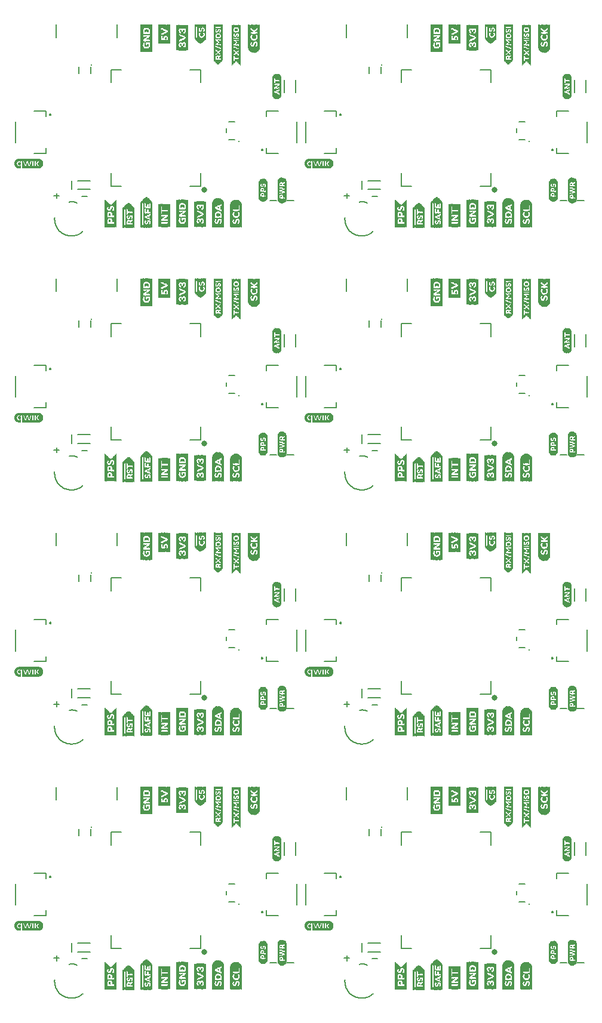
<source format=gto>
G75*
%MOIN*%
%OFA0B0*%
%FSLAX25Y25*%
%IPPOS*%
%LPD*%
%AMOC8*
5,1,8,0,0,1.08239X$1,22.5*
%
%ADD10C,0.00800*%
%ADD11C,0.00600*%
%ADD12R,0.00157X0.13858*%
%ADD13R,0.00157X0.14331*%
%ADD14R,0.00157X0.14646*%
%ADD15R,0.00157X0.14961*%
%ADD16R,0.00157X0.15118*%
%ADD17R,0.00157X0.15276*%
%ADD18R,0.00157X0.15433*%
%ADD19R,0.00157X0.02835*%
%ADD20R,0.00157X0.11969*%
%ADD21R,0.00157X0.02520*%
%ADD22R,0.00157X0.01102*%
%ADD23R,0.00157X0.03150*%
%ADD24R,0.00157X0.04567*%
%ADD25R,0.00157X0.02205*%
%ADD26R,0.00157X0.00787*%
%ADD27R,0.00157X0.02677*%
%ADD28R,0.00157X0.04409*%
%ADD29R,0.00157X0.02047*%
%ADD30R,0.00157X0.00630*%
%ADD31R,0.00157X0.01890*%
%ADD32R,0.00157X0.01732*%
%ADD33R,0.00157X0.01575*%
%ADD34R,0.00157X0.00945*%
%ADD35R,0.00157X0.02362*%
%ADD36R,0.00157X0.01260*%
%ADD37R,0.00157X0.01417*%
%ADD38R,0.00157X0.04252*%
%ADD39R,0.00157X0.00315*%
%ADD40R,0.00157X0.04094*%
%ADD41R,0.00157X0.00472*%
%ADD42R,0.00157X0.03937*%
%ADD43R,0.00157X0.03307*%
%ADD44R,0.00157X0.03780*%
%ADD45R,0.00157X0.03465*%
%ADD46R,0.00157X0.02992*%
%ADD47R,0.00157X0.12913*%
%ADD48R,0.00157X0.13386*%
%ADD49R,0.00157X0.13701*%
%ADD50R,0.00157X0.14016*%
%ADD51R,0.00157X0.14173*%
%ADD52R,0.00157X0.14488*%
%ADD53R,0.00157X0.07087*%
%ADD54R,0.00157X0.04882*%
%ADD55R,0.00157X0.05039*%
%ADD56R,0.00157X0.05197*%
%ADD57R,0.00157X0.03622*%
%ADD58R,0.00157X0.00157*%
%ADD59R,0.00157X0.11024*%
%ADD60R,0.00157X0.12756*%
%ADD61R,0.00157X0.11181*%
%ADD62R,0.00157X0.11496*%
%ADD63R,0.00157X0.11654*%
%ADD64R,0.00157X0.13071*%
%ADD65R,0.00157X0.13228*%
%ADD66R,0.00157X0.11811*%
%ADD67R,0.00157X0.14803*%
%ADD68R,0.00157X0.15906*%
%ADD69R,0.00157X0.16063*%
%ADD70R,0.00157X0.16220*%
%ADD71R,0.00157X0.16378*%
%ADD72R,0.00157X0.09921*%
%ADD73R,0.00118X0.09094*%
%ADD74R,0.00118X0.09803*%
%ADD75R,0.00079X0.10276*%
%ADD76R,0.00157X0.10748*%
%ADD77R,0.00118X0.10984*%
%ADD78R,0.00118X0.11220*%
%ADD79R,0.00079X0.11457*%
%ADD80R,0.00118X0.08150*%
%ADD81R,0.00118X0.02835*%
%ADD82R,0.00157X0.02244*%
%ADD83R,0.00157X0.01063*%
%ADD84R,0.00157X0.02598*%
%ADD85R,0.00118X0.02244*%
%ADD86R,0.00118X0.00827*%
%ADD87R,0.00118X0.01063*%
%ADD88R,0.00118X0.02480*%
%ADD89R,0.00118X0.02362*%
%ADD90R,0.00118X0.00709*%
%ADD91R,0.00118X0.00591*%
%ADD92R,0.00157X0.02480*%
%ADD93R,0.00118X0.00472*%
%ADD94R,0.00118X0.00354*%
%ADD95R,0.00118X0.02717*%
%ADD96R,0.00118X0.02598*%
%ADD97R,0.00118X0.00945*%
%ADD98R,0.00118X0.00236*%
%ADD99R,0.00118X0.04016*%
%ADD100R,0.00157X0.00354*%
%ADD101R,0.00157X0.00236*%
%ADD102R,0.00157X0.03898*%
%ADD103R,0.00118X0.03661*%
%ADD104R,0.00118X0.03189*%
%ADD105R,0.00157X0.00591*%
%ADD106R,0.00157X0.02717*%
%ADD107R,0.00118X0.01181*%
%ADD108R,0.00118X0.01654*%
%ADD109R,0.00157X0.00709*%
%ADD110R,0.00157X0.02126*%
%ADD111R,0.00118X0.01299*%
%ADD112R,0.00118X0.02008*%
%ADD113R,0.00118X0.01890*%
%ADD114R,0.00157X0.02008*%
%ADD115R,0.00118X0.02126*%
%ADD116R,0.00118X0.11457*%
%ADD117R,0.00118X0.10748*%
%ADD118R,0.00118X0.10276*%
%ADD119C,0.01000*%
%ADD120R,0.00079X0.11929*%
%ADD121R,0.00157X0.12402*%
%ADD122R,0.00118X0.12638*%
%ADD123R,0.00118X0.12874*%
%ADD124R,0.00079X0.13110*%
%ADD125R,0.00118X0.04961*%
%ADD126R,0.00118X0.03071*%
%ADD127R,0.00118X0.05079*%
%ADD128R,0.00157X0.01181*%
%ADD129R,0.00157X0.00118*%
%ADD130R,0.00157X0.00827*%
%ADD131R,0.00118X0.01417*%
%ADD132R,0.00118X0.13110*%
%ADD133R,0.00118X0.12402*%
%ADD134R,0.00118X0.11929*%
%ADD135R,0.00157X0.10551*%
%ADD136R,0.00157X0.07874*%
%ADD137R,0.00157X0.08031*%
%ADD138R,0.00157X0.08346*%
%ADD139R,0.00157X0.08504*%
%ADD140R,0.00157X0.09606*%
%ADD141R,0.00157X0.09764*%
%ADD142R,0.00157X0.10079*%
%ADD143R,0.00157X0.08661*%
%ADD144R,0.00118X0.20079*%
%ADD145R,0.00118X0.20197*%
%ADD146R,0.00079X0.20433*%
%ADD147R,0.00157X0.20551*%
%ADD148R,0.00118X0.20669*%
%ADD149R,0.00118X0.20787*%
%ADD150R,0.00079X0.08504*%
%ADD151R,0.00118X0.04252*%
%ADD152R,0.00118X0.05197*%
%ADD153R,0.00157X0.01535*%
%ADD154R,0.00157X0.01654*%
%ADD155R,0.00157X0.01299*%
%ADD156R,0.00118X0.01535*%
%ADD157R,0.00118X0.01772*%
%ADD158R,0.00118X0.00118*%
%ADD159R,0.00157X0.01772*%
%ADD160R,0.00118X0.07087*%
%ADD161R,0.00118X0.13228*%
%ADD162R,0.00118X0.07205*%
%ADD163R,0.00118X0.20551*%
%ADD164R,0.00118X0.20433*%
%ADD165R,0.00118X0.22559*%
%ADD166R,0.00118X0.22441*%
%ADD167R,0.00079X0.22323*%
%ADD168R,0.00157X0.22205*%
%ADD169R,0.00118X0.22087*%
%ADD170R,0.00118X0.21969*%
%ADD171R,0.00079X0.09449*%
%ADD172R,0.00079X0.12047*%
%ADD173R,0.00118X0.05787*%
%ADD174R,0.00118X0.08031*%
%ADD175R,0.00118X0.08386*%
%ADD176R,0.00118X0.13346*%
%ADD177R,0.00118X0.22205*%
%ADD178R,0.00118X0.22323*%
%ADD179C,0.00700*%
%ADD180C,0.03200*%
%ADD181C,0.01181*%
%ADD182C,0.00050*%
%ADD183R,0.00118X0.10512*%
%ADD184R,0.00079X0.11693*%
%ADD185R,0.00157X0.12165*%
%ADD186R,0.00079X0.12874*%
%ADD187R,0.00118X0.03307*%
%ADD188R,0.00118X0.03425*%
%ADD189R,0.00118X0.03543*%
%ADD190R,0.00157X0.03189*%
%ADD191R,0.00157X0.03543*%
%ADD192R,0.00157X0.02953*%
%ADD193R,0.00118X0.02953*%
%ADD194R,0.00157X0.03425*%
%ADD195R,0.00118X0.12165*%
%ADD196R,0.00118X0.11693*%
D10*
X0076232Y0094244D02*
X0076232Y0106056D01*
X0086468Y0111961D02*
X0092964Y0111961D01*
X0092964Y0109008D01*
X0095123Y0109993D02*
X0095125Y0110033D01*
X0095131Y0110072D01*
X0095141Y0110111D01*
X0095154Y0110148D01*
X0095172Y0110184D01*
X0095193Y0110218D01*
X0095217Y0110250D01*
X0095244Y0110279D01*
X0095274Y0110306D01*
X0095306Y0110329D01*
X0095341Y0110349D01*
X0095377Y0110365D01*
X0095415Y0110378D01*
X0095454Y0110387D01*
X0095493Y0110392D01*
X0095533Y0110393D01*
X0095573Y0110390D01*
X0095612Y0110383D01*
X0095650Y0110372D01*
X0095688Y0110358D01*
X0095723Y0110339D01*
X0095756Y0110318D01*
X0095788Y0110293D01*
X0095816Y0110265D01*
X0095842Y0110235D01*
X0095864Y0110202D01*
X0095883Y0110167D01*
X0095899Y0110130D01*
X0095911Y0110092D01*
X0095919Y0110053D01*
X0095923Y0110013D01*
X0095923Y0109973D01*
X0095919Y0109933D01*
X0095911Y0109894D01*
X0095899Y0109856D01*
X0095883Y0109819D01*
X0095864Y0109784D01*
X0095842Y0109751D01*
X0095816Y0109721D01*
X0095788Y0109693D01*
X0095756Y0109668D01*
X0095723Y0109647D01*
X0095688Y0109628D01*
X0095650Y0109614D01*
X0095612Y0109603D01*
X0095573Y0109596D01*
X0095533Y0109593D01*
X0095493Y0109594D01*
X0095454Y0109599D01*
X0095415Y0109608D01*
X0095377Y0109621D01*
X0095341Y0109637D01*
X0095306Y0109657D01*
X0095274Y0109680D01*
X0095244Y0109707D01*
X0095217Y0109736D01*
X0095193Y0109768D01*
X0095172Y0109802D01*
X0095154Y0109838D01*
X0095141Y0109875D01*
X0095131Y0109914D01*
X0095125Y0109953D01*
X0095123Y0109993D01*
X0092964Y0091292D02*
X0092964Y0088339D01*
X0086468Y0088339D01*
X0098942Y0065983D02*
X0098942Y0063183D01*
X0097542Y0064583D02*
X0100342Y0064583D01*
X0107373Y0068189D02*
X0107373Y0073111D01*
X0110798Y0073111D02*
X0117885Y0073111D01*
X0117885Y0068189D02*
X0110798Y0068189D01*
X0113242Y0064283D02*
X0116042Y0064283D01*
X0132750Y0153111D02*
X0132750Y0160198D01*
X0116042Y0206183D02*
X0113242Y0206183D01*
X0110798Y0210089D02*
X0117885Y0210089D01*
X0117885Y0215011D02*
X0110798Y0215011D01*
X0107373Y0215011D02*
X0107373Y0210089D01*
X0100342Y0206483D02*
X0097542Y0206483D01*
X0098942Y0205083D02*
X0098942Y0207883D01*
X0092964Y0230239D02*
X0086468Y0230239D01*
X0092964Y0230239D02*
X0092964Y0233192D01*
X0092964Y0250908D02*
X0092964Y0253861D01*
X0086468Y0253861D01*
X0095123Y0251893D02*
X0095125Y0251933D01*
X0095131Y0251972D01*
X0095141Y0252011D01*
X0095154Y0252048D01*
X0095172Y0252084D01*
X0095193Y0252118D01*
X0095217Y0252150D01*
X0095244Y0252179D01*
X0095274Y0252206D01*
X0095306Y0252229D01*
X0095341Y0252249D01*
X0095377Y0252265D01*
X0095415Y0252278D01*
X0095454Y0252287D01*
X0095493Y0252292D01*
X0095533Y0252293D01*
X0095573Y0252290D01*
X0095612Y0252283D01*
X0095650Y0252272D01*
X0095688Y0252258D01*
X0095723Y0252239D01*
X0095756Y0252218D01*
X0095788Y0252193D01*
X0095816Y0252165D01*
X0095842Y0252135D01*
X0095864Y0252102D01*
X0095883Y0252067D01*
X0095899Y0252030D01*
X0095911Y0251992D01*
X0095919Y0251953D01*
X0095923Y0251913D01*
X0095923Y0251873D01*
X0095919Y0251833D01*
X0095911Y0251794D01*
X0095899Y0251756D01*
X0095883Y0251719D01*
X0095864Y0251684D01*
X0095842Y0251651D01*
X0095816Y0251621D01*
X0095788Y0251593D01*
X0095756Y0251568D01*
X0095723Y0251547D01*
X0095688Y0251528D01*
X0095650Y0251514D01*
X0095612Y0251503D01*
X0095573Y0251496D01*
X0095533Y0251493D01*
X0095493Y0251494D01*
X0095454Y0251499D01*
X0095415Y0251508D01*
X0095377Y0251521D01*
X0095341Y0251537D01*
X0095306Y0251557D01*
X0095274Y0251580D01*
X0095244Y0251607D01*
X0095217Y0251636D01*
X0095193Y0251668D01*
X0095172Y0251702D01*
X0095154Y0251738D01*
X0095141Y0251775D01*
X0095131Y0251814D01*
X0095125Y0251853D01*
X0095123Y0251893D01*
X0076232Y0247956D02*
X0076232Y0236144D01*
X0098734Y0295011D02*
X0098734Y0302098D01*
X0098942Y0346983D02*
X0098942Y0349783D01*
X0097542Y0348383D02*
X0100342Y0348383D01*
X0107373Y0351989D02*
X0107373Y0356911D01*
X0110798Y0356911D02*
X0117885Y0356911D01*
X0117885Y0351989D02*
X0110798Y0351989D01*
X0113242Y0348083D02*
X0116042Y0348083D01*
X0092964Y0372139D02*
X0086468Y0372139D01*
X0092964Y0372139D02*
X0092964Y0375092D01*
X0092964Y0392808D02*
X0092964Y0395761D01*
X0086468Y0395761D01*
X0095123Y0393793D02*
X0095125Y0393833D01*
X0095131Y0393872D01*
X0095141Y0393911D01*
X0095154Y0393948D01*
X0095172Y0393984D01*
X0095193Y0394018D01*
X0095217Y0394050D01*
X0095244Y0394079D01*
X0095274Y0394106D01*
X0095306Y0394129D01*
X0095341Y0394149D01*
X0095377Y0394165D01*
X0095415Y0394178D01*
X0095454Y0394187D01*
X0095493Y0394192D01*
X0095533Y0394193D01*
X0095573Y0394190D01*
X0095612Y0394183D01*
X0095650Y0394172D01*
X0095688Y0394158D01*
X0095723Y0394139D01*
X0095756Y0394118D01*
X0095788Y0394093D01*
X0095816Y0394065D01*
X0095842Y0394035D01*
X0095864Y0394002D01*
X0095883Y0393967D01*
X0095899Y0393930D01*
X0095911Y0393892D01*
X0095919Y0393853D01*
X0095923Y0393813D01*
X0095923Y0393773D01*
X0095919Y0393733D01*
X0095911Y0393694D01*
X0095899Y0393656D01*
X0095883Y0393619D01*
X0095864Y0393584D01*
X0095842Y0393551D01*
X0095816Y0393521D01*
X0095788Y0393493D01*
X0095756Y0393468D01*
X0095723Y0393447D01*
X0095688Y0393428D01*
X0095650Y0393414D01*
X0095612Y0393403D01*
X0095573Y0393396D01*
X0095533Y0393393D01*
X0095493Y0393394D01*
X0095454Y0393399D01*
X0095415Y0393408D01*
X0095377Y0393421D01*
X0095341Y0393437D01*
X0095306Y0393457D01*
X0095274Y0393480D01*
X0095244Y0393507D01*
X0095217Y0393536D01*
X0095193Y0393568D01*
X0095172Y0393602D01*
X0095154Y0393638D01*
X0095141Y0393675D01*
X0095131Y0393714D01*
X0095125Y0393753D01*
X0095123Y0393793D01*
X0076232Y0389856D02*
X0076232Y0378044D01*
X0098734Y0436911D02*
X0098734Y0443998D01*
X0098942Y0488883D02*
X0098942Y0491683D01*
X0097542Y0490283D02*
X0100342Y0490283D01*
X0107373Y0493889D02*
X0107373Y0498811D01*
X0110798Y0498811D02*
X0117885Y0498811D01*
X0117885Y0493889D02*
X0110798Y0493889D01*
X0113242Y0489983D02*
X0116042Y0489983D01*
X0092964Y0514039D02*
X0086468Y0514039D01*
X0092964Y0514039D02*
X0092964Y0516992D01*
X0092964Y0534708D02*
X0092964Y0537661D01*
X0086468Y0537661D01*
X0095123Y0535693D02*
X0095125Y0535733D01*
X0095131Y0535772D01*
X0095141Y0535811D01*
X0095154Y0535848D01*
X0095172Y0535884D01*
X0095193Y0535918D01*
X0095217Y0535950D01*
X0095244Y0535979D01*
X0095274Y0536006D01*
X0095306Y0536029D01*
X0095341Y0536049D01*
X0095377Y0536065D01*
X0095415Y0536078D01*
X0095454Y0536087D01*
X0095493Y0536092D01*
X0095533Y0536093D01*
X0095573Y0536090D01*
X0095612Y0536083D01*
X0095650Y0536072D01*
X0095688Y0536058D01*
X0095723Y0536039D01*
X0095756Y0536018D01*
X0095788Y0535993D01*
X0095816Y0535965D01*
X0095842Y0535935D01*
X0095864Y0535902D01*
X0095883Y0535867D01*
X0095899Y0535830D01*
X0095911Y0535792D01*
X0095919Y0535753D01*
X0095923Y0535713D01*
X0095923Y0535673D01*
X0095919Y0535633D01*
X0095911Y0535594D01*
X0095899Y0535556D01*
X0095883Y0535519D01*
X0095864Y0535484D01*
X0095842Y0535451D01*
X0095816Y0535421D01*
X0095788Y0535393D01*
X0095756Y0535368D01*
X0095723Y0535347D01*
X0095688Y0535328D01*
X0095650Y0535314D01*
X0095612Y0535303D01*
X0095573Y0535296D01*
X0095533Y0535293D01*
X0095493Y0535294D01*
X0095454Y0535299D01*
X0095415Y0535308D01*
X0095377Y0535321D01*
X0095341Y0535337D01*
X0095306Y0535357D01*
X0095274Y0535380D01*
X0095244Y0535407D01*
X0095217Y0535436D01*
X0095193Y0535468D01*
X0095172Y0535502D01*
X0095154Y0535538D01*
X0095141Y0535575D01*
X0095131Y0535614D01*
X0095125Y0535653D01*
X0095123Y0535693D01*
X0076232Y0531756D02*
X0076232Y0519944D01*
X0098734Y0578811D02*
X0098734Y0585898D01*
X0132750Y0585898D02*
X0132750Y0578811D01*
X0194951Y0531850D02*
X0198332Y0531850D01*
X0193851Y0527907D02*
X0193851Y0525793D01*
X0194951Y0521850D02*
X0198332Y0521850D01*
X0213261Y0516007D02*
X0213263Y0516047D01*
X0213269Y0516086D01*
X0213279Y0516125D01*
X0213292Y0516162D01*
X0213310Y0516198D01*
X0213331Y0516232D01*
X0213355Y0516264D01*
X0213382Y0516293D01*
X0213412Y0516320D01*
X0213444Y0516343D01*
X0213479Y0516363D01*
X0213515Y0516379D01*
X0213553Y0516392D01*
X0213592Y0516401D01*
X0213631Y0516406D01*
X0213671Y0516407D01*
X0213711Y0516404D01*
X0213750Y0516397D01*
X0213788Y0516386D01*
X0213826Y0516372D01*
X0213861Y0516353D01*
X0213894Y0516332D01*
X0213926Y0516307D01*
X0213954Y0516279D01*
X0213980Y0516249D01*
X0214002Y0516216D01*
X0214021Y0516181D01*
X0214037Y0516144D01*
X0214049Y0516106D01*
X0214057Y0516067D01*
X0214061Y0516027D01*
X0214061Y0515987D01*
X0214057Y0515947D01*
X0214049Y0515908D01*
X0214037Y0515870D01*
X0214021Y0515833D01*
X0214002Y0515798D01*
X0213980Y0515765D01*
X0213954Y0515735D01*
X0213926Y0515707D01*
X0213894Y0515682D01*
X0213861Y0515661D01*
X0213826Y0515642D01*
X0213788Y0515628D01*
X0213750Y0515617D01*
X0213711Y0515610D01*
X0213671Y0515607D01*
X0213631Y0515608D01*
X0213592Y0515613D01*
X0213553Y0515622D01*
X0213515Y0515635D01*
X0213479Y0515651D01*
X0213444Y0515671D01*
X0213412Y0515694D01*
X0213382Y0515721D01*
X0213355Y0515750D01*
X0213331Y0515782D01*
X0213310Y0515816D01*
X0213292Y0515852D01*
X0213279Y0515889D01*
X0213269Y0515928D01*
X0213263Y0515967D01*
X0213261Y0516007D01*
X0216220Y0516992D02*
X0216220Y0514039D01*
X0222716Y0514039D01*
X0232952Y0519944D02*
X0232952Y0531756D01*
X0238232Y0531756D02*
X0238232Y0519944D01*
X0248468Y0514039D02*
X0254964Y0514039D01*
X0254964Y0516992D01*
X0254964Y0534708D02*
X0254964Y0537661D01*
X0248468Y0537661D01*
X0257123Y0535693D02*
X0257125Y0535733D01*
X0257131Y0535772D01*
X0257141Y0535811D01*
X0257154Y0535848D01*
X0257172Y0535884D01*
X0257193Y0535918D01*
X0257217Y0535950D01*
X0257244Y0535979D01*
X0257274Y0536006D01*
X0257306Y0536029D01*
X0257341Y0536049D01*
X0257377Y0536065D01*
X0257415Y0536078D01*
X0257454Y0536087D01*
X0257493Y0536092D01*
X0257533Y0536093D01*
X0257573Y0536090D01*
X0257612Y0536083D01*
X0257650Y0536072D01*
X0257688Y0536058D01*
X0257723Y0536039D01*
X0257756Y0536018D01*
X0257788Y0535993D01*
X0257816Y0535965D01*
X0257842Y0535935D01*
X0257864Y0535902D01*
X0257883Y0535867D01*
X0257899Y0535830D01*
X0257911Y0535792D01*
X0257919Y0535753D01*
X0257923Y0535713D01*
X0257923Y0535673D01*
X0257919Y0535633D01*
X0257911Y0535594D01*
X0257899Y0535556D01*
X0257883Y0535519D01*
X0257864Y0535484D01*
X0257842Y0535451D01*
X0257816Y0535421D01*
X0257788Y0535393D01*
X0257756Y0535368D01*
X0257723Y0535347D01*
X0257688Y0535328D01*
X0257650Y0535314D01*
X0257612Y0535303D01*
X0257573Y0535296D01*
X0257533Y0535293D01*
X0257493Y0535294D01*
X0257454Y0535299D01*
X0257415Y0535308D01*
X0257377Y0535321D01*
X0257341Y0535337D01*
X0257306Y0535357D01*
X0257274Y0535380D01*
X0257244Y0535407D01*
X0257217Y0535436D01*
X0257193Y0535468D01*
X0257172Y0535502D01*
X0257154Y0535538D01*
X0257141Y0535575D01*
X0257131Y0535614D01*
X0257125Y0535653D01*
X0257123Y0535693D01*
X0269373Y0498811D02*
X0269373Y0493889D01*
X0272798Y0493889D02*
X0279885Y0493889D01*
X0278042Y0489983D02*
X0275242Y0489983D01*
X0272798Y0498811D02*
X0279885Y0498811D01*
X0262342Y0490283D02*
X0259542Y0490283D01*
X0260942Y0488883D02*
X0260942Y0491683D01*
X0231317Y0487700D02*
X0227567Y0487700D01*
X0221817Y0487700D02*
X0218067Y0487700D01*
X0216220Y0534708D02*
X0216220Y0537661D01*
X0222716Y0537661D01*
X0260734Y0578811D02*
X0260734Y0585898D01*
X0294750Y0585898D02*
X0294750Y0578811D01*
X0356951Y0531850D02*
X0360332Y0531850D01*
X0355851Y0527907D02*
X0355851Y0525793D01*
X0356951Y0521850D02*
X0360332Y0521850D01*
X0375261Y0516007D02*
X0375263Y0516047D01*
X0375269Y0516086D01*
X0375279Y0516125D01*
X0375292Y0516162D01*
X0375310Y0516198D01*
X0375331Y0516232D01*
X0375355Y0516264D01*
X0375382Y0516293D01*
X0375412Y0516320D01*
X0375444Y0516343D01*
X0375479Y0516363D01*
X0375515Y0516379D01*
X0375553Y0516392D01*
X0375592Y0516401D01*
X0375631Y0516406D01*
X0375671Y0516407D01*
X0375711Y0516404D01*
X0375750Y0516397D01*
X0375788Y0516386D01*
X0375826Y0516372D01*
X0375861Y0516353D01*
X0375894Y0516332D01*
X0375926Y0516307D01*
X0375954Y0516279D01*
X0375980Y0516249D01*
X0376002Y0516216D01*
X0376021Y0516181D01*
X0376037Y0516144D01*
X0376049Y0516106D01*
X0376057Y0516067D01*
X0376061Y0516027D01*
X0376061Y0515987D01*
X0376057Y0515947D01*
X0376049Y0515908D01*
X0376037Y0515870D01*
X0376021Y0515833D01*
X0376002Y0515798D01*
X0375980Y0515765D01*
X0375954Y0515735D01*
X0375926Y0515707D01*
X0375894Y0515682D01*
X0375861Y0515661D01*
X0375826Y0515642D01*
X0375788Y0515628D01*
X0375750Y0515617D01*
X0375711Y0515610D01*
X0375671Y0515607D01*
X0375631Y0515608D01*
X0375592Y0515613D01*
X0375553Y0515622D01*
X0375515Y0515635D01*
X0375479Y0515651D01*
X0375444Y0515671D01*
X0375412Y0515694D01*
X0375382Y0515721D01*
X0375355Y0515750D01*
X0375331Y0515782D01*
X0375310Y0515816D01*
X0375292Y0515852D01*
X0375279Y0515889D01*
X0375269Y0515928D01*
X0375263Y0515967D01*
X0375261Y0516007D01*
X0378220Y0516992D02*
X0378220Y0514039D01*
X0384716Y0514039D01*
X0394952Y0519944D02*
X0394952Y0531756D01*
X0384716Y0537661D02*
X0378220Y0537661D01*
X0378220Y0534708D01*
X0380067Y0487700D02*
X0383817Y0487700D01*
X0389567Y0487700D02*
X0393317Y0487700D01*
X0384716Y0395761D02*
X0378220Y0395761D01*
X0378220Y0392808D01*
X0378220Y0375092D02*
X0378220Y0372139D01*
X0384716Y0372139D01*
X0375261Y0374107D02*
X0375263Y0374147D01*
X0375269Y0374186D01*
X0375279Y0374225D01*
X0375292Y0374262D01*
X0375310Y0374298D01*
X0375331Y0374332D01*
X0375355Y0374364D01*
X0375382Y0374393D01*
X0375412Y0374420D01*
X0375444Y0374443D01*
X0375479Y0374463D01*
X0375515Y0374479D01*
X0375553Y0374492D01*
X0375592Y0374501D01*
X0375631Y0374506D01*
X0375671Y0374507D01*
X0375711Y0374504D01*
X0375750Y0374497D01*
X0375788Y0374486D01*
X0375826Y0374472D01*
X0375861Y0374453D01*
X0375894Y0374432D01*
X0375926Y0374407D01*
X0375954Y0374379D01*
X0375980Y0374349D01*
X0376002Y0374316D01*
X0376021Y0374281D01*
X0376037Y0374244D01*
X0376049Y0374206D01*
X0376057Y0374167D01*
X0376061Y0374127D01*
X0376061Y0374087D01*
X0376057Y0374047D01*
X0376049Y0374008D01*
X0376037Y0373970D01*
X0376021Y0373933D01*
X0376002Y0373898D01*
X0375980Y0373865D01*
X0375954Y0373835D01*
X0375926Y0373807D01*
X0375894Y0373782D01*
X0375861Y0373761D01*
X0375826Y0373742D01*
X0375788Y0373728D01*
X0375750Y0373717D01*
X0375711Y0373710D01*
X0375671Y0373707D01*
X0375631Y0373708D01*
X0375592Y0373713D01*
X0375553Y0373722D01*
X0375515Y0373735D01*
X0375479Y0373751D01*
X0375444Y0373771D01*
X0375412Y0373794D01*
X0375382Y0373821D01*
X0375355Y0373850D01*
X0375331Y0373882D01*
X0375310Y0373916D01*
X0375292Y0373952D01*
X0375279Y0373989D01*
X0375269Y0374028D01*
X0375263Y0374067D01*
X0375261Y0374107D01*
X0360332Y0379950D02*
X0356951Y0379950D01*
X0355851Y0383893D02*
X0355851Y0386007D01*
X0356951Y0389950D02*
X0360332Y0389950D01*
X0380067Y0345800D02*
X0383817Y0345800D01*
X0389567Y0345800D02*
X0393317Y0345800D01*
X0394952Y0378044D02*
X0394952Y0389856D01*
X0384716Y0253861D02*
X0378220Y0253861D01*
X0378220Y0250908D01*
X0378220Y0233192D02*
X0378220Y0230239D01*
X0384716Y0230239D01*
X0375261Y0232207D02*
X0375263Y0232247D01*
X0375269Y0232286D01*
X0375279Y0232325D01*
X0375292Y0232362D01*
X0375310Y0232398D01*
X0375331Y0232432D01*
X0375355Y0232464D01*
X0375382Y0232493D01*
X0375412Y0232520D01*
X0375444Y0232543D01*
X0375479Y0232563D01*
X0375515Y0232579D01*
X0375553Y0232592D01*
X0375592Y0232601D01*
X0375631Y0232606D01*
X0375671Y0232607D01*
X0375711Y0232604D01*
X0375750Y0232597D01*
X0375788Y0232586D01*
X0375826Y0232572D01*
X0375861Y0232553D01*
X0375894Y0232532D01*
X0375926Y0232507D01*
X0375954Y0232479D01*
X0375980Y0232449D01*
X0376002Y0232416D01*
X0376021Y0232381D01*
X0376037Y0232344D01*
X0376049Y0232306D01*
X0376057Y0232267D01*
X0376061Y0232227D01*
X0376061Y0232187D01*
X0376057Y0232147D01*
X0376049Y0232108D01*
X0376037Y0232070D01*
X0376021Y0232033D01*
X0376002Y0231998D01*
X0375980Y0231965D01*
X0375954Y0231935D01*
X0375926Y0231907D01*
X0375894Y0231882D01*
X0375861Y0231861D01*
X0375826Y0231842D01*
X0375788Y0231828D01*
X0375750Y0231817D01*
X0375711Y0231810D01*
X0375671Y0231807D01*
X0375631Y0231808D01*
X0375592Y0231813D01*
X0375553Y0231822D01*
X0375515Y0231835D01*
X0375479Y0231851D01*
X0375444Y0231871D01*
X0375412Y0231894D01*
X0375382Y0231921D01*
X0375355Y0231950D01*
X0375331Y0231982D01*
X0375310Y0232016D01*
X0375292Y0232052D01*
X0375279Y0232089D01*
X0375269Y0232128D01*
X0375263Y0232167D01*
X0375261Y0232207D01*
X0360332Y0238050D02*
X0356951Y0238050D01*
X0355851Y0241993D02*
X0355851Y0244107D01*
X0356951Y0248050D02*
X0360332Y0248050D01*
X0380067Y0203900D02*
X0383817Y0203900D01*
X0389567Y0203900D02*
X0393317Y0203900D01*
X0394952Y0236144D02*
X0394952Y0247956D01*
X0384716Y0111961D02*
X0378220Y0111961D01*
X0378220Y0109008D01*
X0378220Y0091292D02*
X0378220Y0088339D01*
X0384716Y0088339D01*
X0375261Y0090307D02*
X0375263Y0090347D01*
X0375269Y0090386D01*
X0375279Y0090425D01*
X0375292Y0090462D01*
X0375310Y0090498D01*
X0375331Y0090532D01*
X0375355Y0090564D01*
X0375382Y0090593D01*
X0375412Y0090620D01*
X0375444Y0090643D01*
X0375479Y0090663D01*
X0375515Y0090679D01*
X0375553Y0090692D01*
X0375592Y0090701D01*
X0375631Y0090706D01*
X0375671Y0090707D01*
X0375711Y0090704D01*
X0375750Y0090697D01*
X0375788Y0090686D01*
X0375826Y0090672D01*
X0375861Y0090653D01*
X0375894Y0090632D01*
X0375926Y0090607D01*
X0375954Y0090579D01*
X0375980Y0090549D01*
X0376002Y0090516D01*
X0376021Y0090481D01*
X0376037Y0090444D01*
X0376049Y0090406D01*
X0376057Y0090367D01*
X0376061Y0090327D01*
X0376061Y0090287D01*
X0376057Y0090247D01*
X0376049Y0090208D01*
X0376037Y0090170D01*
X0376021Y0090133D01*
X0376002Y0090098D01*
X0375980Y0090065D01*
X0375954Y0090035D01*
X0375926Y0090007D01*
X0375894Y0089982D01*
X0375861Y0089961D01*
X0375826Y0089942D01*
X0375788Y0089928D01*
X0375750Y0089917D01*
X0375711Y0089910D01*
X0375671Y0089907D01*
X0375631Y0089908D01*
X0375592Y0089913D01*
X0375553Y0089922D01*
X0375515Y0089935D01*
X0375479Y0089951D01*
X0375444Y0089971D01*
X0375412Y0089994D01*
X0375382Y0090021D01*
X0375355Y0090050D01*
X0375331Y0090082D01*
X0375310Y0090116D01*
X0375292Y0090152D01*
X0375279Y0090189D01*
X0375269Y0090228D01*
X0375263Y0090267D01*
X0375261Y0090307D01*
X0360332Y0096150D02*
X0356951Y0096150D01*
X0355851Y0100093D02*
X0355851Y0102207D01*
X0356951Y0106150D02*
X0360332Y0106150D01*
X0380067Y0062000D02*
X0383817Y0062000D01*
X0389567Y0062000D02*
X0393317Y0062000D01*
X0394952Y0094244D02*
X0394952Y0106056D01*
X0294750Y0153111D02*
X0294750Y0160198D01*
X0278042Y0206183D02*
X0275242Y0206183D01*
X0272798Y0210089D02*
X0279885Y0210089D01*
X0279885Y0215011D02*
X0272798Y0215011D01*
X0269373Y0215011D02*
X0269373Y0210089D01*
X0262342Y0206483D02*
X0259542Y0206483D01*
X0260942Y0205083D02*
X0260942Y0207883D01*
X0254964Y0230239D02*
X0248468Y0230239D01*
X0254964Y0230239D02*
X0254964Y0233192D01*
X0254964Y0250908D02*
X0254964Y0253861D01*
X0248468Y0253861D01*
X0257123Y0251893D02*
X0257125Y0251933D01*
X0257131Y0251972D01*
X0257141Y0252011D01*
X0257154Y0252048D01*
X0257172Y0252084D01*
X0257193Y0252118D01*
X0257217Y0252150D01*
X0257244Y0252179D01*
X0257274Y0252206D01*
X0257306Y0252229D01*
X0257341Y0252249D01*
X0257377Y0252265D01*
X0257415Y0252278D01*
X0257454Y0252287D01*
X0257493Y0252292D01*
X0257533Y0252293D01*
X0257573Y0252290D01*
X0257612Y0252283D01*
X0257650Y0252272D01*
X0257688Y0252258D01*
X0257723Y0252239D01*
X0257756Y0252218D01*
X0257788Y0252193D01*
X0257816Y0252165D01*
X0257842Y0252135D01*
X0257864Y0252102D01*
X0257883Y0252067D01*
X0257899Y0252030D01*
X0257911Y0251992D01*
X0257919Y0251953D01*
X0257923Y0251913D01*
X0257923Y0251873D01*
X0257919Y0251833D01*
X0257911Y0251794D01*
X0257899Y0251756D01*
X0257883Y0251719D01*
X0257864Y0251684D01*
X0257842Y0251651D01*
X0257816Y0251621D01*
X0257788Y0251593D01*
X0257756Y0251568D01*
X0257723Y0251547D01*
X0257688Y0251528D01*
X0257650Y0251514D01*
X0257612Y0251503D01*
X0257573Y0251496D01*
X0257533Y0251493D01*
X0257493Y0251494D01*
X0257454Y0251499D01*
X0257415Y0251508D01*
X0257377Y0251521D01*
X0257341Y0251537D01*
X0257306Y0251557D01*
X0257274Y0251580D01*
X0257244Y0251607D01*
X0257217Y0251636D01*
X0257193Y0251668D01*
X0257172Y0251702D01*
X0257154Y0251738D01*
X0257141Y0251775D01*
X0257131Y0251814D01*
X0257125Y0251853D01*
X0257123Y0251893D01*
X0238232Y0247956D02*
X0238232Y0236144D01*
X0232952Y0236144D02*
X0232952Y0247956D01*
X0222716Y0253861D02*
X0216220Y0253861D01*
X0216220Y0250908D01*
X0216220Y0233192D02*
X0216220Y0230239D01*
X0222716Y0230239D01*
X0213261Y0232207D02*
X0213263Y0232247D01*
X0213269Y0232286D01*
X0213279Y0232325D01*
X0213292Y0232362D01*
X0213310Y0232398D01*
X0213331Y0232432D01*
X0213355Y0232464D01*
X0213382Y0232493D01*
X0213412Y0232520D01*
X0213444Y0232543D01*
X0213479Y0232563D01*
X0213515Y0232579D01*
X0213553Y0232592D01*
X0213592Y0232601D01*
X0213631Y0232606D01*
X0213671Y0232607D01*
X0213711Y0232604D01*
X0213750Y0232597D01*
X0213788Y0232586D01*
X0213826Y0232572D01*
X0213861Y0232553D01*
X0213894Y0232532D01*
X0213926Y0232507D01*
X0213954Y0232479D01*
X0213980Y0232449D01*
X0214002Y0232416D01*
X0214021Y0232381D01*
X0214037Y0232344D01*
X0214049Y0232306D01*
X0214057Y0232267D01*
X0214061Y0232227D01*
X0214061Y0232187D01*
X0214057Y0232147D01*
X0214049Y0232108D01*
X0214037Y0232070D01*
X0214021Y0232033D01*
X0214002Y0231998D01*
X0213980Y0231965D01*
X0213954Y0231935D01*
X0213926Y0231907D01*
X0213894Y0231882D01*
X0213861Y0231861D01*
X0213826Y0231842D01*
X0213788Y0231828D01*
X0213750Y0231817D01*
X0213711Y0231810D01*
X0213671Y0231807D01*
X0213631Y0231808D01*
X0213592Y0231813D01*
X0213553Y0231822D01*
X0213515Y0231835D01*
X0213479Y0231851D01*
X0213444Y0231871D01*
X0213412Y0231894D01*
X0213382Y0231921D01*
X0213355Y0231950D01*
X0213331Y0231982D01*
X0213310Y0232016D01*
X0213292Y0232052D01*
X0213279Y0232089D01*
X0213269Y0232128D01*
X0213263Y0232167D01*
X0213261Y0232207D01*
X0198332Y0238050D02*
X0194951Y0238050D01*
X0193851Y0241993D02*
X0193851Y0244107D01*
X0194951Y0248050D02*
X0198332Y0248050D01*
X0218067Y0203900D02*
X0221817Y0203900D01*
X0227567Y0203900D02*
X0231317Y0203900D01*
X0260734Y0160198D02*
X0260734Y0153111D01*
X0254964Y0111961D02*
X0248468Y0111961D01*
X0254964Y0111961D02*
X0254964Y0109008D01*
X0257123Y0109993D02*
X0257125Y0110033D01*
X0257131Y0110072D01*
X0257141Y0110111D01*
X0257154Y0110148D01*
X0257172Y0110184D01*
X0257193Y0110218D01*
X0257217Y0110250D01*
X0257244Y0110279D01*
X0257274Y0110306D01*
X0257306Y0110329D01*
X0257341Y0110349D01*
X0257377Y0110365D01*
X0257415Y0110378D01*
X0257454Y0110387D01*
X0257493Y0110392D01*
X0257533Y0110393D01*
X0257573Y0110390D01*
X0257612Y0110383D01*
X0257650Y0110372D01*
X0257688Y0110358D01*
X0257723Y0110339D01*
X0257756Y0110318D01*
X0257788Y0110293D01*
X0257816Y0110265D01*
X0257842Y0110235D01*
X0257864Y0110202D01*
X0257883Y0110167D01*
X0257899Y0110130D01*
X0257911Y0110092D01*
X0257919Y0110053D01*
X0257923Y0110013D01*
X0257923Y0109973D01*
X0257919Y0109933D01*
X0257911Y0109894D01*
X0257899Y0109856D01*
X0257883Y0109819D01*
X0257864Y0109784D01*
X0257842Y0109751D01*
X0257816Y0109721D01*
X0257788Y0109693D01*
X0257756Y0109668D01*
X0257723Y0109647D01*
X0257688Y0109628D01*
X0257650Y0109614D01*
X0257612Y0109603D01*
X0257573Y0109596D01*
X0257533Y0109593D01*
X0257493Y0109594D01*
X0257454Y0109599D01*
X0257415Y0109608D01*
X0257377Y0109621D01*
X0257341Y0109637D01*
X0257306Y0109657D01*
X0257274Y0109680D01*
X0257244Y0109707D01*
X0257217Y0109736D01*
X0257193Y0109768D01*
X0257172Y0109802D01*
X0257154Y0109838D01*
X0257141Y0109875D01*
X0257131Y0109914D01*
X0257125Y0109953D01*
X0257123Y0109993D01*
X0254964Y0091292D02*
X0254964Y0088339D01*
X0248468Y0088339D01*
X0238232Y0094244D02*
X0238232Y0106056D01*
X0232952Y0106056D02*
X0232952Y0094244D01*
X0222716Y0088339D02*
X0216220Y0088339D01*
X0216220Y0091292D01*
X0213261Y0090307D02*
X0213263Y0090347D01*
X0213269Y0090386D01*
X0213279Y0090425D01*
X0213292Y0090462D01*
X0213310Y0090498D01*
X0213331Y0090532D01*
X0213355Y0090564D01*
X0213382Y0090593D01*
X0213412Y0090620D01*
X0213444Y0090643D01*
X0213479Y0090663D01*
X0213515Y0090679D01*
X0213553Y0090692D01*
X0213592Y0090701D01*
X0213631Y0090706D01*
X0213671Y0090707D01*
X0213711Y0090704D01*
X0213750Y0090697D01*
X0213788Y0090686D01*
X0213826Y0090672D01*
X0213861Y0090653D01*
X0213894Y0090632D01*
X0213926Y0090607D01*
X0213954Y0090579D01*
X0213980Y0090549D01*
X0214002Y0090516D01*
X0214021Y0090481D01*
X0214037Y0090444D01*
X0214049Y0090406D01*
X0214057Y0090367D01*
X0214061Y0090327D01*
X0214061Y0090287D01*
X0214057Y0090247D01*
X0214049Y0090208D01*
X0214037Y0090170D01*
X0214021Y0090133D01*
X0214002Y0090098D01*
X0213980Y0090065D01*
X0213954Y0090035D01*
X0213926Y0090007D01*
X0213894Y0089982D01*
X0213861Y0089961D01*
X0213826Y0089942D01*
X0213788Y0089928D01*
X0213750Y0089917D01*
X0213711Y0089910D01*
X0213671Y0089907D01*
X0213631Y0089908D01*
X0213592Y0089913D01*
X0213553Y0089922D01*
X0213515Y0089935D01*
X0213479Y0089951D01*
X0213444Y0089971D01*
X0213412Y0089994D01*
X0213382Y0090021D01*
X0213355Y0090050D01*
X0213331Y0090082D01*
X0213310Y0090116D01*
X0213292Y0090152D01*
X0213279Y0090189D01*
X0213269Y0090228D01*
X0213263Y0090267D01*
X0213261Y0090307D01*
X0216220Y0109008D02*
X0216220Y0111961D01*
X0222716Y0111961D01*
X0198332Y0106150D02*
X0194951Y0106150D01*
X0193851Y0102207D02*
X0193851Y0100093D01*
X0194951Y0096150D02*
X0198332Y0096150D01*
X0218067Y0062000D02*
X0221817Y0062000D01*
X0227567Y0062000D02*
X0231317Y0062000D01*
X0259542Y0064583D02*
X0262342Y0064583D01*
X0260942Y0063183D02*
X0260942Y0065983D01*
X0269373Y0068189D02*
X0269373Y0073111D01*
X0272798Y0073111D02*
X0279885Y0073111D01*
X0279885Y0068189D02*
X0272798Y0068189D01*
X0275242Y0064283D02*
X0278042Y0064283D01*
X0294750Y0295011D02*
X0294750Y0302098D01*
X0278042Y0348083D02*
X0275242Y0348083D01*
X0272798Y0351989D02*
X0279885Y0351989D01*
X0279885Y0356911D02*
X0272798Y0356911D01*
X0269373Y0356911D02*
X0269373Y0351989D01*
X0262342Y0348383D02*
X0259542Y0348383D01*
X0260942Y0346983D02*
X0260942Y0349783D01*
X0254964Y0372139D02*
X0248468Y0372139D01*
X0254964Y0372139D02*
X0254964Y0375092D01*
X0254964Y0392808D02*
X0254964Y0395761D01*
X0248468Y0395761D01*
X0257123Y0393793D02*
X0257125Y0393833D01*
X0257131Y0393872D01*
X0257141Y0393911D01*
X0257154Y0393948D01*
X0257172Y0393984D01*
X0257193Y0394018D01*
X0257217Y0394050D01*
X0257244Y0394079D01*
X0257274Y0394106D01*
X0257306Y0394129D01*
X0257341Y0394149D01*
X0257377Y0394165D01*
X0257415Y0394178D01*
X0257454Y0394187D01*
X0257493Y0394192D01*
X0257533Y0394193D01*
X0257573Y0394190D01*
X0257612Y0394183D01*
X0257650Y0394172D01*
X0257688Y0394158D01*
X0257723Y0394139D01*
X0257756Y0394118D01*
X0257788Y0394093D01*
X0257816Y0394065D01*
X0257842Y0394035D01*
X0257864Y0394002D01*
X0257883Y0393967D01*
X0257899Y0393930D01*
X0257911Y0393892D01*
X0257919Y0393853D01*
X0257923Y0393813D01*
X0257923Y0393773D01*
X0257919Y0393733D01*
X0257911Y0393694D01*
X0257899Y0393656D01*
X0257883Y0393619D01*
X0257864Y0393584D01*
X0257842Y0393551D01*
X0257816Y0393521D01*
X0257788Y0393493D01*
X0257756Y0393468D01*
X0257723Y0393447D01*
X0257688Y0393428D01*
X0257650Y0393414D01*
X0257612Y0393403D01*
X0257573Y0393396D01*
X0257533Y0393393D01*
X0257493Y0393394D01*
X0257454Y0393399D01*
X0257415Y0393408D01*
X0257377Y0393421D01*
X0257341Y0393437D01*
X0257306Y0393457D01*
X0257274Y0393480D01*
X0257244Y0393507D01*
X0257217Y0393536D01*
X0257193Y0393568D01*
X0257172Y0393602D01*
X0257154Y0393638D01*
X0257141Y0393675D01*
X0257131Y0393714D01*
X0257125Y0393753D01*
X0257123Y0393793D01*
X0238232Y0389856D02*
X0238232Y0378044D01*
X0232952Y0378044D02*
X0232952Y0389856D01*
X0222716Y0395761D02*
X0216220Y0395761D01*
X0216220Y0392808D01*
X0216220Y0375092D02*
X0216220Y0372139D01*
X0222716Y0372139D01*
X0213261Y0374107D02*
X0213263Y0374147D01*
X0213269Y0374186D01*
X0213279Y0374225D01*
X0213292Y0374262D01*
X0213310Y0374298D01*
X0213331Y0374332D01*
X0213355Y0374364D01*
X0213382Y0374393D01*
X0213412Y0374420D01*
X0213444Y0374443D01*
X0213479Y0374463D01*
X0213515Y0374479D01*
X0213553Y0374492D01*
X0213592Y0374501D01*
X0213631Y0374506D01*
X0213671Y0374507D01*
X0213711Y0374504D01*
X0213750Y0374497D01*
X0213788Y0374486D01*
X0213826Y0374472D01*
X0213861Y0374453D01*
X0213894Y0374432D01*
X0213926Y0374407D01*
X0213954Y0374379D01*
X0213980Y0374349D01*
X0214002Y0374316D01*
X0214021Y0374281D01*
X0214037Y0374244D01*
X0214049Y0374206D01*
X0214057Y0374167D01*
X0214061Y0374127D01*
X0214061Y0374087D01*
X0214057Y0374047D01*
X0214049Y0374008D01*
X0214037Y0373970D01*
X0214021Y0373933D01*
X0214002Y0373898D01*
X0213980Y0373865D01*
X0213954Y0373835D01*
X0213926Y0373807D01*
X0213894Y0373782D01*
X0213861Y0373761D01*
X0213826Y0373742D01*
X0213788Y0373728D01*
X0213750Y0373717D01*
X0213711Y0373710D01*
X0213671Y0373707D01*
X0213631Y0373708D01*
X0213592Y0373713D01*
X0213553Y0373722D01*
X0213515Y0373735D01*
X0213479Y0373751D01*
X0213444Y0373771D01*
X0213412Y0373794D01*
X0213382Y0373821D01*
X0213355Y0373850D01*
X0213331Y0373882D01*
X0213310Y0373916D01*
X0213292Y0373952D01*
X0213279Y0373989D01*
X0213269Y0374028D01*
X0213263Y0374067D01*
X0213261Y0374107D01*
X0198332Y0379950D02*
X0194951Y0379950D01*
X0193851Y0383893D02*
X0193851Y0386007D01*
X0194951Y0389950D02*
X0198332Y0389950D01*
X0218067Y0345800D02*
X0221817Y0345800D01*
X0227567Y0345800D02*
X0231317Y0345800D01*
X0260734Y0302098D02*
X0260734Y0295011D01*
X0260734Y0436911D02*
X0260734Y0443998D01*
X0294750Y0443998D02*
X0294750Y0436911D01*
X0132750Y0436911D02*
X0132750Y0443998D01*
X0132750Y0302098D02*
X0132750Y0295011D01*
X0098734Y0160198D02*
X0098734Y0153111D01*
D11*
X0111442Y0136750D02*
X0111442Y0133150D01*
X0118042Y0133150D02*
X0118042Y0136750D01*
X0113742Y0186750D02*
X0113574Y0186595D01*
X0113402Y0186444D01*
X0113227Y0186298D01*
X0113048Y0186156D01*
X0112866Y0186018D01*
X0112680Y0185884D01*
X0112491Y0185756D01*
X0112299Y0185631D01*
X0112104Y0185512D01*
X0111907Y0185397D01*
X0111706Y0185288D01*
X0111503Y0185183D01*
X0111298Y0185083D01*
X0111090Y0184988D01*
X0110880Y0184898D01*
X0110667Y0184813D01*
X0110453Y0184734D01*
X0110237Y0184660D01*
X0110019Y0184591D01*
X0109799Y0184527D01*
X0109578Y0184469D01*
X0109356Y0184416D01*
X0109132Y0184368D01*
X0108908Y0184326D01*
X0108682Y0184290D01*
X0108456Y0184259D01*
X0108229Y0184233D01*
X0108001Y0184214D01*
X0107773Y0184199D01*
X0107544Y0184190D01*
X0107316Y0184187D01*
X0107087Y0184189D01*
X0106859Y0184197D01*
X0106631Y0184211D01*
X0106403Y0184230D01*
X0106176Y0184254D01*
X0105949Y0184284D01*
X0105723Y0184320D01*
X0105498Y0184361D01*
X0105275Y0184407D01*
X0105052Y0184459D01*
X0104831Y0184516D01*
X0104611Y0184579D01*
X0104393Y0184647D01*
X0104176Y0184721D01*
X0103962Y0184799D01*
X0103749Y0184883D01*
X0103539Y0184972D01*
X0103330Y0185066D01*
X0103124Y0185165D01*
X0102921Y0185269D01*
X0102720Y0185378D01*
X0102522Y0185492D01*
X0102326Y0185610D01*
X0102134Y0185734D01*
X0101945Y0185862D01*
X0101758Y0185994D01*
X0101576Y0186131D01*
X0101396Y0186273D01*
X0101220Y0186419D01*
X0101048Y0186569D01*
X0100879Y0186723D01*
X0100714Y0186881D01*
X0100553Y0187043D01*
X0100396Y0187210D01*
X0100243Y0187379D01*
X0100094Y0187553D01*
X0099950Y0187730D01*
X0099810Y0187911D01*
X0099674Y0188095D01*
X0099543Y0188282D01*
X0099416Y0188472D01*
X0099295Y0188666D01*
X0099177Y0188862D01*
X0099065Y0189061D01*
X0098958Y0189263D01*
X0098855Y0189467D01*
X0098758Y0189674D01*
X0098665Y0189883D01*
X0098578Y0190094D01*
X0098496Y0190307D01*
X0098419Y0190522D01*
X0098347Y0190739D01*
X0098281Y0190958D01*
X0098220Y0191178D01*
X0098164Y0191400D01*
X0098114Y0191623D01*
X0098069Y0191847D01*
X0098030Y0192072D01*
X0097996Y0192298D01*
X0097968Y0192525D01*
X0097945Y0192753D01*
X0097928Y0192980D01*
X0097916Y0193209D01*
X0097910Y0193437D01*
X0097909Y0193666D01*
X0097914Y0193894D01*
X0097925Y0194123D01*
X0097941Y0194351D01*
X0106041Y0203050D02*
X0106202Y0203086D01*
X0106364Y0203117D01*
X0106527Y0203144D01*
X0106690Y0203168D01*
X0106854Y0203187D01*
X0107018Y0203203D01*
X0107182Y0203214D01*
X0107347Y0203222D01*
X0107512Y0203226D01*
X0107676Y0203225D01*
X0107841Y0203221D01*
X0108006Y0203213D01*
X0108170Y0203200D01*
X0108334Y0203184D01*
X0108498Y0203164D01*
X0108661Y0203140D01*
X0108823Y0203112D01*
X0108985Y0203080D01*
X0109146Y0203044D01*
X0109306Y0203004D01*
X0109465Y0202961D01*
X0109623Y0202913D01*
X0109779Y0202862D01*
X0109935Y0202807D01*
X0110089Y0202749D01*
X0110241Y0202686D01*
X0110392Y0202620D01*
X0110542Y0202550D01*
X0111442Y0275050D02*
X0111442Y0278650D01*
X0118042Y0278650D02*
X0118042Y0275050D01*
X0113742Y0328650D02*
X0113574Y0328495D01*
X0113402Y0328344D01*
X0113227Y0328198D01*
X0113048Y0328056D01*
X0112866Y0327918D01*
X0112680Y0327784D01*
X0112491Y0327656D01*
X0112299Y0327531D01*
X0112104Y0327412D01*
X0111907Y0327297D01*
X0111706Y0327188D01*
X0111503Y0327083D01*
X0111298Y0326983D01*
X0111090Y0326888D01*
X0110880Y0326798D01*
X0110667Y0326713D01*
X0110453Y0326634D01*
X0110237Y0326560D01*
X0110019Y0326491D01*
X0109799Y0326427D01*
X0109578Y0326369D01*
X0109356Y0326316D01*
X0109132Y0326268D01*
X0108908Y0326226D01*
X0108682Y0326190D01*
X0108456Y0326159D01*
X0108229Y0326133D01*
X0108001Y0326114D01*
X0107773Y0326099D01*
X0107544Y0326090D01*
X0107316Y0326087D01*
X0107087Y0326089D01*
X0106859Y0326097D01*
X0106631Y0326111D01*
X0106403Y0326130D01*
X0106176Y0326154D01*
X0105949Y0326184D01*
X0105723Y0326220D01*
X0105498Y0326261D01*
X0105275Y0326307D01*
X0105052Y0326359D01*
X0104831Y0326416D01*
X0104611Y0326479D01*
X0104393Y0326547D01*
X0104176Y0326621D01*
X0103962Y0326699D01*
X0103749Y0326783D01*
X0103539Y0326872D01*
X0103330Y0326966D01*
X0103124Y0327065D01*
X0102921Y0327169D01*
X0102720Y0327278D01*
X0102522Y0327392D01*
X0102326Y0327510D01*
X0102134Y0327634D01*
X0101945Y0327762D01*
X0101758Y0327894D01*
X0101576Y0328031D01*
X0101396Y0328173D01*
X0101220Y0328319D01*
X0101048Y0328469D01*
X0100879Y0328623D01*
X0100714Y0328781D01*
X0100553Y0328943D01*
X0100396Y0329110D01*
X0100243Y0329279D01*
X0100094Y0329453D01*
X0099950Y0329630D01*
X0099810Y0329811D01*
X0099674Y0329995D01*
X0099543Y0330182D01*
X0099416Y0330372D01*
X0099295Y0330566D01*
X0099177Y0330762D01*
X0099065Y0330961D01*
X0098958Y0331163D01*
X0098855Y0331367D01*
X0098758Y0331574D01*
X0098665Y0331783D01*
X0098578Y0331994D01*
X0098496Y0332207D01*
X0098419Y0332422D01*
X0098347Y0332639D01*
X0098281Y0332858D01*
X0098220Y0333078D01*
X0098164Y0333300D01*
X0098114Y0333523D01*
X0098069Y0333747D01*
X0098030Y0333972D01*
X0097996Y0334198D01*
X0097968Y0334425D01*
X0097945Y0334653D01*
X0097928Y0334880D01*
X0097916Y0335109D01*
X0097910Y0335337D01*
X0097909Y0335566D01*
X0097914Y0335794D01*
X0097925Y0336023D01*
X0097941Y0336251D01*
X0106041Y0344950D02*
X0106202Y0344986D01*
X0106364Y0345017D01*
X0106527Y0345044D01*
X0106690Y0345068D01*
X0106854Y0345087D01*
X0107018Y0345103D01*
X0107182Y0345114D01*
X0107347Y0345122D01*
X0107512Y0345126D01*
X0107676Y0345125D01*
X0107841Y0345121D01*
X0108006Y0345113D01*
X0108170Y0345100D01*
X0108334Y0345084D01*
X0108498Y0345064D01*
X0108661Y0345040D01*
X0108823Y0345012D01*
X0108985Y0344980D01*
X0109146Y0344944D01*
X0109306Y0344904D01*
X0109465Y0344861D01*
X0109623Y0344813D01*
X0109779Y0344762D01*
X0109935Y0344707D01*
X0110089Y0344649D01*
X0110241Y0344586D01*
X0110392Y0344520D01*
X0110542Y0344450D01*
X0111442Y0416950D02*
X0111442Y0420550D01*
X0118042Y0420550D02*
X0118042Y0416950D01*
X0113742Y0470550D02*
X0113574Y0470395D01*
X0113402Y0470244D01*
X0113227Y0470098D01*
X0113048Y0469956D01*
X0112866Y0469818D01*
X0112680Y0469684D01*
X0112491Y0469556D01*
X0112299Y0469431D01*
X0112104Y0469312D01*
X0111907Y0469197D01*
X0111706Y0469088D01*
X0111503Y0468983D01*
X0111298Y0468883D01*
X0111090Y0468788D01*
X0110880Y0468698D01*
X0110667Y0468613D01*
X0110453Y0468534D01*
X0110237Y0468460D01*
X0110019Y0468391D01*
X0109799Y0468327D01*
X0109578Y0468269D01*
X0109356Y0468216D01*
X0109132Y0468168D01*
X0108908Y0468126D01*
X0108682Y0468090D01*
X0108456Y0468059D01*
X0108229Y0468033D01*
X0108001Y0468014D01*
X0107773Y0467999D01*
X0107544Y0467990D01*
X0107316Y0467987D01*
X0107087Y0467989D01*
X0106859Y0467997D01*
X0106631Y0468011D01*
X0106403Y0468030D01*
X0106176Y0468054D01*
X0105949Y0468084D01*
X0105723Y0468120D01*
X0105498Y0468161D01*
X0105275Y0468207D01*
X0105052Y0468259D01*
X0104831Y0468316D01*
X0104611Y0468379D01*
X0104393Y0468447D01*
X0104176Y0468521D01*
X0103962Y0468599D01*
X0103749Y0468683D01*
X0103539Y0468772D01*
X0103330Y0468866D01*
X0103124Y0468965D01*
X0102921Y0469069D01*
X0102720Y0469178D01*
X0102522Y0469292D01*
X0102326Y0469410D01*
X0102134Y0469534D01*
X0101945Y0469662D01*
X0101758Y0469794D01*
X0101576Y0469931D01*
X0101396Y0470073D01*
X0101220Y0470219D01*
X0101048Y0470369D01*
X0100879Y0470523D01*
X0100714Y0470681D01*
X0100553Y0470843D01*
X0100396Y0471010D01*
X0100243Y0471179D01*
X0100094Y0471353D01*
X0099950Y0471530D01*
X0099810Y0471711D01*
X0099674Y0471895D01*
X0099543Y0472082D01*
X0099416Y0472272D01*
X0099295Y0472466D01*
X0099177Y0472662D01*
X0099065Y0472861D01*
X0098958Y0473063D01*
X0098855Y0473267D01*
X0098758Y0473474D01*
X0098665Y0473683D01*
X0098578Y0473894D01*
X0098496Y0474107D01*
X0098419Y0474322D01*
X0098347Y0474539D01*
X0098281Y0474758D01*
X0098220Y0474978D01*
X0098164Y0475200D01*
X0098114Y0475423D01*
X0098069Y0475647D01*
X0098030Y0475872D01*
X0097996Y0476098D01*
X0097968Y0476325D01*
X0097945Y0476553D01*
X0097928Y0476780D01*
X0097916Y0477009D01*
X0097910Y0477237D01*
X0097909Y0477466D01*
X0097914Y0477694D01*
X0097925Y0477923D01*
X0097941Y0478151D01*
X0106041Y0486850D02*
X0106202Y0486886D01*
X0106364Y0486917D01*
X0106527Y0486944D01*
X0106690Y0486968D01*
X0106854Y0486987D01*
X0107018Y0487003D01*
X0107182Y0487014D01*
X0107347Y0487022D01*
X0107512Y0487026D01*
X0107676Y0487025D01*
X0107841Y0487021D01*
X0108006Y0487013D01*
X0108170Y0487000D01*
X0108334Y0486984D01*
X0108498Y0486964D01*
X0108661Y0486940D01*
X0108823Y0486912D01*
X0108985Y0486880D01*
X0109146Y0486844D01*
X0109306Y0486804D01*
X0109465Y0486761D01*
X0109623Y0486713D01*
X0109779Y0486662D01*
X0109935Y0486607D01*
X0110089Y0486549D01*
X0110241Y0486486D01*
X0110392Y0486420D01*
X0110542Y0486350D01*
X0111442Y0558850D02*
X0111442Y0562450D01*
X0118042Y0562450D02*
X0118042Y0558850D01*
X0226192Y0554993D02*
X0226192Y0547907D01*
X0232491Y0547907D02*
X0232491Y0554993D01*
X0273442Y0558850D02*
X0273442Y0562450D01*
X0280042Y0562450D02*
X0280042Y0558850D01*
X0272542Y0486350D02*
X0272392Y0486420D01*
X0272241Y0486486D01*
X0272089Y0486549D01*
X0271935Y0486607D01*
X0271779Y0486662D01*
X0271623Y0486713D01*
X0271465Y0486761D01*
X0271306Y0486804D01*
X0271146Y0486844D01*
X0270985Y0486880D01*
X0270823Y0486912D01*
X0270661Y0486940D01*
X0270498Y0486964D01*
X0270334Y0486984D01*
X0270170Y0487000D01*
X0270006Y0487013D01*
X0269841Y0487021D01*
X0269676Y0487025D01*
X0269512Y0487026D01*
X0269347Y0487022D01*
X0269182Y0487014D01*
X0269018Y0487003D01*
X0268854Y0486987D01*
X0268690Y0486968D01*
X0268527Y0486944D01*
X0268364Y0486917D01*
X0268202Y0486886D01*
X0268041Y0486850D01*
X0259941Y0478151D02*
X0259925Y0477923D01*
X0259914Y0477694D01*
X0259909Y0477466D01*
X0259910Y0477237D01*
X0259916Y0477009D01*
X0259928Y0476780D01*
X0259945Y0476553D01*
X0259968Y0476325D01*
X0259996Y0476098D01*
X0260030Y0475872D01*
X0260069Y0475647D01*
X0260114Y0475423D01*
X0260164Y0475200D01*
X0260220Y0474978D01*
X0260281Y0474758D01*
X0260347Y0474539D01*
X0260419Y0474322D01*
X0260496Y0474107D01*
X0260578Y0473894D01*
X0260665Y0473683D01*
X0260758Y0473474D01*
X0260855Y0473267D01*
X0260958Y0473063D01*
X0261065Y0472861D01*
X0261177Y0472662D01*
X0261295Y0472466D01*
X0261416Y0472272D01*
X0261543Y0472082D01*
X0261674Y0471895D01*
X0261810Y0471711D01*
X0261950Y0471530D01*
X0262094Y0471353D01*
X0262243Y0471179D01*
X0262396Y0471010D01*
X0262553Y0470843D01*
X0262714Y0470681D01*
X0262879Y0470523D01*
X0263048Y0470369D01*
X0263220Y0470219D01*
X0263396Y0470073D01*
X0263576Y0469931D01*
X0263758Y0469794D01*
X0263945Y0469662D01*
X0264134Y0469534D01*
X0264326Y0469410D01*
X0264522Y0469292D01*
X0264720Y0469178D01*
X0264921Y0469069D01*
X0265124Y0468965D01*
X0265330Y0468866D01*
X0265539Y0468772D01*
X0265749Y0468683D01*
X0265962Y0468599D01*
X0266176Y0468521D01*
X0266393Y0468447D01*
X0266611Y0468379D01*
X0266831Y0468316D01*
X0267052Y0468259D01*
X0267275Y0468207D01*
X0267498Y0468161D01*
X0267723Y0468120D01*
X0267949Y0468084D01*
X0268176Y0468054D01*
X0268403Y0468030D01*
X0268631Y0468011D01*
X0268859Y0467997D01*
X0269087Y0467989D01*
X0269316Y0467987D01*
X0269544Y0467990D01*
X0269773Y0467999D01*
X0270001Y0468014D01*
X0270229Y0468033D01*
X0270456Y0468059D01*
X0270682Y0468090D01*
X0270908Y0468126D01*
X0271132Y0468168D01*
X0271356Y0468216D01*
X0271578Y0468269D01*
X0271799Y0468327D01*
X0272019Y0468391D01*
X0272237Y0468460D01*
X0272453Y0468534D01*
X0272667Y0468613D01*
X0272880Y0468698D01*
X0273090Y0468788D01*
X0273298Y0468883D01*
X0273503Y0468983D01*
X0273706Y0469088D01*
X0273907Y0469197D01*
X0274104Y0469312D01*
X0274299Y0469431D01*
X0274491Y0469556D01*
X0274680Y0469684D01*
X0274866Y0469818D01*
X0275048Y0469956D01*
X0275227Y0470098D01*
X0275402Y0470244D01*
X0275574Y0470395D01*
X0275742Y0470550D01*
X0273442Y0420550D02*
X0273442Y0416950D01*
X0280042Y0416950D02*
X0280042Y0420550D01*
X0232491Y0413093D02*
X0232491Y0406007D01*
X0226192Y0406007D02*
X0226192Y0413093D01*
X0268041Y0344950D02*
X0268202Y0344986D01*
X0268364Y0345017D01*
X0268527Y0345044D01*
X0268690Y0345068D01*
X0268854Y0345087D01*
X0269018Y0345103D01*
X0269182Y0345114D01*
X0269347Y0345122D01*
X0269512Y0345126D01*
X0269676Y0345125D01*
X0269841Y0345121D01*
X0270006Y0345113D01*
X0270170Y0345100D01*
X0270334Y0345084D01*
X0270498Y0345064D01*
X0270661Y0345040D01*
X0270823Y0345012D01*
X0270985Y0344980D01*
X0271146Y0344944D01*
X0271306Y0344904D01*
X0271465Y0344861D01*
X0271623Y0344813D01*
X0271779Y0344762D01*
X0271935Y0344707D01*
X0272089Y0344649D01*
X0272241Y0344586D01*
X0272392Y0344520D01*
X0272542Y0344450D01*
X0259941Y0336251D02*
X0259925Y0336023D01*
X0259914Y0335794D01*
X0259909Y0335566D01*
X0259910Y0335337D01*
X0259916Y0335109D01*
X0259928Y0334880D01*
X0259945Y0334653D01*
X0259968Y0334425D01*
X0259996Y0334198D01*
X0260030Y0333972D01*
X0260069Y0333747D01*
X0260114Y0333523D01*
X0260164Y0333300D01*
X0260220Y0333078D01*
X0260281Y0332858D01*
X0260347Y0332639D01*
X0260419Y0332422D01*
X0260496Y0332207D01*
X0260578Y0331994D01*
X0260665Y0331783D01*
X0260758Y0331574D01*
X0260855Y0331367D01*
X0260958Y0331163D01*
X0261065Y0330961D01*
X0261177Y0330762D01*
X0261295Y0330566D01*
X0261416Y0330372D01*
X0261543Y0330182D01*
X0261674Y0329995D01*
X0261810Y0329811D01*
X0261950Y0329630D01*
X0262094Y0329453D01*
X0262243Y0329279D01*
X0262396Y0329110D01*
X0262553Y0328943D01*
X0262714Y0328781D01*
X0262879Y0328623D01*
X0263048Y0328469D01*
X0263220Y0328319D01*
X0263396Y0328173D01*
X0263576Y0328031D01*
X0263758Y0327894D01*
X0263945Y0327762D01*
X0264134Y0327634D01*
X0264326Y0327510D01*
X0264522Y0327392D01*
X0264720Y0327278D01*
X0264921Y0327169D01*
X0265124Y0327065D01*
X0265330Y0326966D01*
X0265539Y0326872D01*
X0265749Y0326783D01*
X0265962Y0326699D01*
X0266176Y0326621D01*
X0266393Y0326547D01*
X0266611Y0326479D01*
X0266831Y0326416D01*
X0267052Y0326359D01*
X0267275Y0326307D01*
X0267498Y0326261D01*
X0267723Y0326220D01*
X0267949Y0326184D01*
X0268176Y0326154D01*
X0268403Y0326130D01*
X0268631Y0326111D01*
X0268859Y0326097D01*
X0269087Y0326089D01*
X0269316Y0326087D01*
X0269544Y0326090D01*
X0269773Y0326099D01*
X0270001Y0326114D01*
X0270229Y0326133D01*
X0270456Y0326159D01*
X0270682Y0326190D01*
X0270908Y0326226D01*
X0271132Y0326268D01*
X0271356Y0326316D01*
X0271578Y0326369D01*
X0271799Y0326427D01*
X0272019Y0326491D01*
X0272237Y0326560D01*
X0272453Y0326634D01*
X0272667Y0326713D01*
X0272880Y0326798D01*
X0273090Y0326888D01*
X0273298Y0326983D01*
X0273503Y0327083D01*
X0273706Y0327188D01*
X0273907Y0327297D01*
X0274104Y0327412D01*
X0274299Y0327531D01*
X0274491Y0327656D01*
X0274680Y0327784D01*
X0274866Y0327918D01*
X0275048Y0328056D01*
X0275227Y0328198D01*
X0275402Y0328344D01*
X0275574Y0328495D01*
X0275742Y0328650D01*
X0273442Y0278650D02*
X0273442Y0275050D01*
X0280042Y0275050D02*
X0280042Y0278650D01*
X0232491Y0271193D02*
X0232491Y0264107D01*
X0226192Y0264107D02*
X0226192Y0271193D01*
X0268041Y0203050D02*
X0268202Y0203086D01*
X0268364Y0203117D01*
X0268527Y0203144D01*
X0268690Y0203168D01*
X0268854Y0203187D01*
X0269018Y0203203D01*
X0269182Y0203214D01*
X0269347Y0203222D01*
X0269512Y0203226D01*
X0269676Y0203225D01*
X0269841Y0203221D01*
X0270006Y0203213D01*
X0270170Y0203200D01*
X0270334Y0203184D01*
X0270498Y0203164D01*
X0270661Y0203140D01*
X0270823Y0203112D01*
X0270985Y0203080D01*
X0271146Y0203044D01*
X0271306Y0203004D01*
X0271465Y0202961D01*
X0271623Y0202913D01*
X0271779Y0202862D01*
X0271935Y0202807D01*
X0272089Y0202749D01*
X0272241Y0202686D01*
X0272392Y0202620D01*
X0272542Y0202550D01*
X0259941Y0194351D02*
X0259925Y0194123D01*
X0259914Y0193894D01*
X0259909Y0193666D01*
X0259910Y0193437D01*
X0259916Y0193209D01*
X0259928Y0192980D01*
X0259945Y0192753D01*
X0259968Y0192525D01*
X0259996Y0192298D01*
X0260030Y0192072D01*
X0260069Y0191847D01*
X0260114Y0191623D01*
X0260164Y0191400D01*
X0260220Y0191178D01*
X0260281Y0190958D01*
X0260347Y0190739D01*
X0260419Y0190522D01*
X0260496Y0190307D01*
X0260578Y0190094D01*
X0260665Y0189883D01*
X0260758Y0189674D01*
X0260855Y0189467D01*
X0260958Y0189263D01*
X0261065Y0189061D01*
X0261177Y0188862D01*
X0261295Y0188666D01*
X0261416Y0188472D01*
X0261543Y0188282D01*
X0261674Y0188095D01*
X0261810Y0187911D01*
X0261950Y0187730D01*
X0262094Y0187553D01*
X0262243Y0187379D01*
X0262396Y0187210D01*
X0262553Y0187043D01*
X0262714Y0186881D01*
X0262879Y0186723D01*
X0263048Y0186569D01*
X0263220Y0186419D01*
X0263396Y0186273D01*
X0263576Y0186131D01*
X0263758Y0185994D01*
X0263945Y0185862D01*
X0264134Y0185734D01*
X0264326Y0185610D01*
X0264522Y0185492D01*
X0264720Y0185378D01*
X0264921Y0185269D01*
X0265124Y0185165D01*
X0265330Y0185066D01*
X0265539Y0184972D01*
X0265749Y0184883D01*
X0265962Y0184799D01*
X0266176Y0184721D01*
X0266393Y0184647D01*
X0266611Y0184579D01*
X0266831Y0184516D01*
X0267052Y0184459D01*
X0267275Y0184407D01*
X0267498Y0184361D01*
X0267723Y0184320D01*
X0267949Y0184284D01*
X0268176Y0184254D01*
X0268403Y0184230D01*
X0268631Y0184211D01*
X0268859Y0184197D01*
X0269087Y0184189D01*
X0269316Y0184187D01*
X0269544Y0184190D01*
X0269773Y0184199D01*
X0270001Y0184214D01*
X0270229Y0184233D01*
X0270456Y0184259D01*
X0270682Y0184290D01*
X0270908Y0184326D01*
X0271132Y0184368D01*
X0271356Y0184416D01*
X0271578Y0184469D01*
X0271799Y0184527D01*
X0272019Y0184591D01*
X0272237Y0184660D01*
X0272453Y0184734D01*
X0272667Y0184813D01*
X0272880Y0184898D01*
X0273090Y0184988D01*
X0273298Y0185083D01*
X0273503Y0185183D01*
X0273706Y0185288D01*
X0273907Y0185397D01*
X0274104Y0185512D01*
X0274299Y0185631D01*
X0274491Y0185756D01*
X0274680Y0185884D01*
X0274866Y0186018D01*
X0275048Y0186156D01*
X0275227Y0186298D01*
X0275402Y0186444D01*
X0275574Y0186595D01*
X0275742Y0186750D01*
X0273442Y0136750D02*
X0273442Y0133150D01*
X0280042Y0133150D02*
X0280042Y0136750D01*
X0232491Y0129293D02*
X0232491Y0122207D01*
X0226192Y0122207D02*
X0226192Y0129293D01*
X0268041Y0061150D02*
X0268202Y0061186D01*
X0268364Y0061217D01*
X0268527Y0061244D01*
X0268690Y0061268D01*
X0268854Y0061287D01*
X0269018Y0061303D01*
X0269182Y0061314D01*
X0269347Y0061322D01*
X0269512Y0061326D01*
X0269676Y0061325D01*
X0269841Y0061321D01*
X0270006Y0061313D01*
X0270170Y0061300D01*
X0270334Y0061284D01*
X0270498Y0061264D01*
X0270661Y0061240D01*
X0270823Y0061212D01*
X0270985Y0061180D01*
X0271146Y0061144D01*
X0271306Y0061104D01*
X0271465Y0061061D01*
X0271623Y0061013D01*
X0271779Y0060962D01*
X0271935Y0060907D01*
X0272089Y0060849D01*
X0272241Y0060786D01*
X0272392Y0060720D01*
X0272542Y0060650D01*
X0259941Y0052451D02*
X0259925Y0052223D01*
X0259914Y0051994D01*
X0259909Y0051766D01*
X0259910Y0051537D01*
X0259916Y0051309D01*
X0259928Y0051080D01*
X0259945Y0050853D01*
X0259968Y0050625D01*
X0259996Y0050398D01*
X0260030Y0050172D01*
X0260069Y0049947D01*
X0260114Y0049723D01*
X0260164Y0049500D01*
X0260220Y0049278D01*
X0260281Y0049058D01*
X0260347Y0048839D01*
X0260419Y0048622D01*
X0260496Y0048407D01*
X0260578Y0048194D01*
X0260665Y0047983D01*
X0260758Y0047774D01*
X0260855Y0047567D01*
X0260958Y0047363D01*
X0261065Y0047161D01*
X0261177Y0046962D01*
X0261295Y0046766D01*
X0261416Y0046572D01*
X0261543Y0046382D01*
X0261674Y0046195D01*
X0261810Y0046011D01*
X0261950Y0045830D01*
X0262094Y0045653D01*
X0262243Y0045479D01*
X0262396Y0045310D01*
X0262553Y0045143D01*
X0262714Y0044981D01*
X0262879Y0044823D01*
X0263048Y0044669D01*
X0263220Y0044519D01*
X0263396Y0044373D01*
X0263576Y0044231D01*
X0263758Y0044094D01*
X0263945Y0043962D01*
X0264134Y0043834D01*
X0264326Y0043710D01*
X0264522Y0043592D01*
X0264720Y0043478D01*
X0264921Y0043369D01*
X0265124Y0043265D01*
X0265330Y0043166D01*
X0265539Y0043072D01*
X0265749Y0042983D01*
X0265962Y0042899D01*
X0266176Y0042821D01*
X0266393Y0042747D01*
X0266611Y0042679D01*
X0266831Y0042616D01*
X0267052Y0042559D01*
X0267275Y0042507D01*
X0267498Y0042461D01*
X0267723Y0042420D01*
X0267949Y0042384D01*
X0268176Y0042354D01*
X0268403Y0042330D01*
X0268631Y0042311D01*
X0268859Y0042297D01*
X0269087Y0042289D01*
X0269316Y0042287D01*
X0269544Y0042290D01*
X0269773Y0042299D01*
X0270001Y0042314D01*
X0270229Y0042333D01*
X0270456Y0042359D01*
X0270682Y0042390D01*
X0270908Y0042426D01*
X0271132Y0042468D01*
X0271356Y0042516D01*
X0271578Y0042569D01*
X0271799Y0042627D01*
X0272019Y0042691D01*
X0272237Y0042760D01*
X0272453Y0042834D01*
X0272667Y0042913D01*
X0272880Y0042998D01*
X0273090Y0043088D01*
X0273298Y0043183D01*
X0273503Y0043283D01*
X0273706Y0043388D01*
X0273907Y0043497D01*
X0274104Y0043612D01*
X0274299Y0043731D01*
X0274491Y0043856D01*
X0274680Y0043984D01*
X0274866Y0044118D01*
X0275048Y0044256D01*
X0275227Y0044398D01*
X0275402Y0044544D01*
X0275574Y0044695D01*
X0275742Y0044850D01*
X0388192Y0122207D02*
X0388192Y0129293D01*
X0394491Y0129293D02*
X0394491Y0122207D01*
X0394491Y0264107D02*
X0394491Y0271193D01*
X0388192Y0271193D02*
X0388192Y0264107D01*
X0388192Y0406007D02*
X0388192Y0413093D01*
X0394491Y0413093D02*
X0394491Y0406007D01*
X0394491Y0547907D02*
X0394491Y0554993D01*
X0388192Y0554993D02*
X0388192Y0547907D01*
X0110542Y0060650D02*
X0110392Y0060720D01*
X0110241Y0060786D01*
X0110089Y0060849D01*
X0109935Y0060907D01*
X0109779Y0060962D01*
X0109623Y0061013D01*
X0109465Y0061061D01*
X0109306Y0061104D01*
X0109146Y0061144D01*
X0108985Y0061180D01*
X0108823Y0061212D01*
X0108661Y0061240D01*
X0108498Y0061264D01*
X0108334Y0061284D01*
X0108170Y0061300D01*
X0108006Y0061313D01*
X0107841Y0061321D01*
X0107676Y0061325D01*
X0107512Y0061326D01*
X0107347Y0061322D01*
X0107182Y0061314D01*
X0107018Y0061303D01*
X0106854Y0061287D01*
X0106690Y0061268D01*
X0106527Y0061244D01*
X0106364Y0061217D01*
X0106202Y0061186D01*
X0106041Y0061150D01*
X0097941Y0052451D02*
X0097925Y0052223D01*
X0097914Y0051994D01*
X0097909Y0051766D01*
X0097910Y0051537D01*
X0097916Y0051309D01*
X0097928Y0051080D01*
X0097945Y0050853D01*
X0097968Y0050625D01*
X0097996Y0050398D01*
X0098030Y0050172D01*
X0098069Y0049947D01*
X0098114Y0049723D01*
X0098164Y0049500D01*
X0098220Y0049278D01*
X0098281Y0049058D01*
X0098347Y0048839D01*
X0098419Y0048622D01*
X0098496Y0048407D01*
X0098578Y0048194D01*
X0098665Y0047983D01*
X0098758Y0047774D01*
X0098855Y0047567D01*
X0098958Y0047363D01*
X0099065Y0047161D01*
X0099177Y0046962D01*
X0099295Y0046766D01*
X0099416Y0046572D01*
X0099543Y0046382D01*
X0099674Y0046195D01*
X0099810Y0046011D01*
X0099950Y0045830D01*
X0100094Y0045653D01*
X0100243Y0045479D01*
X0100396Y0045310D01*
X0100553Y0045143D01*
X0100714Y0044981D01*
X0100879Y0044823D01*
X0101048Y0044669D01*
X0101220Y0044519D01*
X0101396Y0044373D01*
X0101576Y0044231D01*
X0101758Y0044094D01*
X0101945Y0043962D01*
X0102134Y0043834D01*
X0102326Y0043710D01*
X0102522Y0043592D01*
X0102720Y0043478D01*
X0102921Y0043369D01*
X0103124Y0043265D01*
X0103330Y0043166D01*
X0103539Y0043072D01*
X0103749Y0042983D01*
X0103962Y0042899D01*
X0104176Y0042821D01*
X0104393Y0042747D01*
X0104611Y0042679D01*
X0104831Y0042616D01*
X0105052Y0042559D01*
X0105275Y0042507D01*
X0105498Y0042461D01*
X0105723Y0042420D01*
X0105949Y0042384D01*
X0106176Y0042354D01*
X0106403Y0042330D01*
X0106631Y0042311D01*
X0106859Y0042297D01*
X0107087Y0042289D01*
X0107316Y0042287D01*
X0107544Y0042290D01*
X0107773Y0042299D01*
X0108001Y0042314D01*
X0108229Y0042333D01*
X0108456Y0042359D01*
X0108682Y0042390D01*
X0108908Y0042426D01*
X0109132Y0042468D01*
X0109356Y0042516D01*
X0109578Y0042569D01*
X0109799Y0042627D01*
X0110019Y0042691D01*
X0110237Y0042760D01*
X0110453Y0042834D01*
X0110667Y0042913D01*
X0110880Y0042998D01*
X0111090Y0043088D01*
X0111298Y0043183D01*
X0111503Y0043283D01*
X0111706Y0043388D01*
X0111907Y0043497D01*
X0112104Y0043612D01*
X0112299Y0043731D01*
X0112491Y0043856D01*
X0112680Y0043984D01*
X0112866Y0044118D01*
X0113048Y0044256D01*
X0113227Y0044398D01*
X0113402Y0044544D01*
X0113574Y0044695D01*
X0113742Y0044850D01*
D12*
X0186192Y0054069D03*
X0192491Y0054069D03*
X0192491Y0195969D03*
X0186192Y0195969D03*
X0186192Y0337869D03*
X0192491Y0337869D03*
X0192491Y0479769D03*
X0186192Y0479769D03*
X0348192Y0479769D03*
X0354491Y0479769D03*
X0354491Y0337869D03*
X0348192Y0337869D03*
X0348192Y0195969D03*
X0354491Y0195969D03*
X0354491Y0054069D03*
X0348192Y0054069D03*
D13*
X0348350Y0054305D03*
X0344491Y0054463D03*
X0344334Y0054463D03*
X0344176Y0054463D03*
X0344019Y0054463D03*
X0343861Y0054463D03*
X0343704Y0054463D03*
X0343547Y0054463D03*
X0339137Y0054463D03*
X0338980Y0054463D03*
X0338822Y0054463D03*
X0338665Y0054463D03*
X0338507Y0054463D03*
X0338350Y0054463D03*
X0338192Y0054463D03*
X0354334Y0054305D03*
X0358980Y0054305D03*
X0363704Y0054305D03*
X0314334Y0054093D03*
X0308350Y0054093D03*
X0293547Y0054305D03*
X0289137Y0054305D03*
X0328192Y0152863D03*
X0328350Y0152863D03*
X0328507Y0152863D03*
X0328665Y0152863D03*
X0328822Y0152863D03*
X0328980Y0152863D03*
X0329137Y0152863D03*
X0333547Y0152863D03*
X0333704Y0152863D03*
X0333861Y0152863D03*
X0334019Y0152863D03*
X0334176Y0152863D03*
X0334334Y0152863D03*
X0334491Y0152863D03*
X0338192Y0196363D03*
X0338350Y0196363D03*
X0338507Y0196363D03*
X0338665Y0196363D03*
X0338822Y0196363D03*
X0338980Y0196363D03*
X0339137Y0196363D03*
X0343547Y0196363D03*
X0343704Y0196363D03*
X0343861Y0196363D03*
X0344019Y0196363D03*
X0344176Y0196363D03*
X0344334Y0196363D03*
X0344491Y0196363D03*
X0348350Y0196205D03*
X0354334Y0196205D03*
X0358980Y0196205D03*
X0363704Y0196205D03*
X0368665Y0152990D03*
X0374019Y0152990D03*
X0314334Y0195993D03*
X0308350Y0195993D03*
X0293547Y0196205D03*
X0289137Y0196205D03*
X0328192Y0294763D03*
X0328350Y0294763D03*
X0328507Y0294763D03*
X0328665Y0294763D03*
X0328822Y0294763D03*
X0328980Y0294763D03*
X0329137Y0294763D03*
X0333547Y0294763D03*
X0333704Y0294763D03*
X0333861Y0294763D03*
X0334019Y0294763D03*
X0334176Y0294763D03*
X0334334Y0294763D03*
X0334491Y0294763D03*
X0338192Y0338263D03*
X0338350Y0338263D03*
X0338507Y0338263D03*
X0338665Y0338263D03*
X0338822Y0338263D03*
X0338980Y0338263D03*
X0339137Y0338263D03*
X0343547Y0338263D03*
X0343704Y0338263D03*
X0343861Y0338263D03*
X0344019Y0338263D03*
X0344176Y0338263D03*
X0344334Y0338263D03*
X0344491Y0338263D03*
X0348350Y0338105D03*
X0354334Y0338105D03*
X0358980Y0338105D03*
X0363704Y0338105D03*
X0368665Y0294890D03*
X0374019Y0294890D03*
X0314334Y0337893D03*
X0308350Y0337893D03*
X0293547Y0338105D03*
X0289137Y0338105D03*
X0328192Y0436663D03*
X0328350Y0436663D03*
X0328507Y0436663D03*
X0328665Y0436663D03*
X0328822Y0436663D03*
X0328980Y0436663D03*
X0329137Y0436663D03*
X0333547Y0436663D03*
X0333704Y0436663D03*
X0333861Y0436663D03*
X0334019Y0436663D03*
X0334176Y0436663D03*
X0334334Y0436663D03*
X0334491Y0436663D03*
X0338192Y0480163D03*
X0338350Y0480163D03*
X0338507Y0480163D03*
X0338665Y0480163D03*
X0338822Y0480163D03*
X0338980Y0480163D03*
X0339137Y0480163D03*
X0343547Y0480163D03*
X0343704Y0480163D03*
X0343861Y0480163D03*
X0344019Y0480163D03*
X0344176Y0480163D03*
X0344334Y0480163D03*
X0344491Y0480163D03*
X0348350Y0480005D03*
X0354334Y0480005D03*
X0358980Y0480005D03*
X0363704Y0480005D03*
X0368665Y0436790D03*
X0374019Y0436790D03*
X0314334Y0479793D03*
X0308350Y0479793D03*
X0293547Y0480005D03*
X0289137Y0480005D03*
X0328192Y0578563D03*
X0328350Y0578563D03*
X0328507Y0578563D03*
X0328665Y0578563D03*
X0328822Y0578563D03*
X0328980Y0578563D03*
X0329137Y0578563D03*
X0333547Y0578563D03*
X0333704Y0578563D03*
X0333861Y0578563D03*
X0334019Y0578563D03*
X0334176Y0578563D03*
X0334334Y0578563D03*
X0334491Y0578563D03*
X0368665Y0578690D03*
X0374019Y0578690D03*
X0212019Y0578690D03*
X0206665Y0578690D03*
X0172491Y0578563D03*
X0172334Y0578563D03*
X0172176Y0578563D03*
X0172019Y0578563D03*
X0171861Y0578563D03*
X0171704Y0578563D03*
X0171547Y0578563D03*
X0167137Y0578563D03*
X0166980Y0578563D03*
X0166822Y0578563D03*
X0166665Y0578563D03*
X0166507Y0578563D03*
X0166350Y0578563D03*
X0166192Y0578563D03*
X0176192Y0480163D03*
X0176350Y0480163D03*
X0176507Y0480163D03*
X0176665Y0480163D03*
X0176822Y0480163D03*
X0176980Y0480163D03*
X0177137Y0480163D03*
X0181547Y0480163D03*
X0181704Y0480163D03*
X0181861Y0480163D03*
X0182019Y0480163D03*
X0182176Y0480163D03*
X0182334Y0480163D03*
X0182491Y0480163D03*
X0186350Y0480005D03*
X0192334Y0480005D03*
X0196980Y0480005D03*
X0201704Y0480005D03*
X0206665Y0436790D03*
X0212019Y0436790D03*
X0172491Y0436663D03*
X0172334Y0436663D03*
X0172176Y0436663D03*
X0172019Y0436663D03*
X0171861Y0436663D03*
X0171704Y0436663D03*
X0171547Y0436663D03*
X0167137Y0436663D03*
X0166980Y0436663D03*
X0166822Y0436663D03*
X0166665Y0436663D03*
X0166507Y0436663D03*
X0166350Y0436663D03*
X0166192Y0436663D03*
X0152334Y0479793D03*
X0146350Y0479793D03*
X0131547Y0480005D03*
X0127137Y0480005D03*
X0127137Y0338105D03*
X0131547Y0338105D03*
X0146350Y0337893D03*
X0152334Y0337893D03*
X0176192Y0338263D03*
X0176350Y0338263D03*
X0176507Y0338263D03*
X0176665Y0338263D03*
X0176822Y0338263D03*
X0176980Y0338263D03*
X0177137Y0338263D03*
X0181547Y0338263D03*
X0181704Y0338263D03*
X0181861Y0338263D03*
X0182019Y0338263D03*
X0182176Y0338263D03*
X0182334Y0338263D03*
X0182491Y0338263D03*
X0186350Y0338105D03*
X0192334Y0338105D03*
X0196980Y0338105D03*
X0201704Y0338105D03*
X0206665Y0294890D03*
X0212019Y0294890D03*
X0172491Y0294763D03*
X0172334Y0294763D03*
X0172176Y0294763D03*
X0172019Y0294763D03*
X0171861Y0294763D03*
X0171704Y0294763D03*
X0171547Y0294763D03*
X0167137Y0294763D03*
X0166980Y0294763D03*
X0166822Y0294763D03*
X0166665Y0294763D03*
X0166507Y0294763D03*
X0166350Y0294763D03*
X0166192Y0294763D03*
X0176192Y0196363D03*
X0176350Y0196363D03*
X0176507Y0196363D03*
X0176665Y0196363D03*
X0176822Y0196363D03*
X0176980Y0196363D03*
X0177137Y0196363D03*
X0181547Y0196363D03*
X0181704Y0196363D03*
X0181861Y0196363D03*
X0182019Y0196363D03*
X0182176Y0196363D03*
X0182334Y0196363D03*
X0182491Y0196363D03*
X0186350Y0196205D03*
X0192334Y0196205D03*
X0196980Y0196205D03*
X0201704Y0196205D03*
X0206665Y0152990D03*
X0212019Y0152990D03*
X0172491Y0152863D03*
X0172334Y0152863D03*
X0172176Y0152863D03*
X0172019Y0152863D03*
X0171861Y0152863D03*
X0171704Y0152863D03*
X0171547Y0152863D03*
X0167137Y0152863D03*
X0166980Y0152863D03*
X0166822Y0152863D03*
X0166665Y0152863D03*
X0166507Y0152863D03*
X0166350Y0152863D03*
X0166192Y0152863D03*
X0152334Y0195993D03*
X0146350Y0195993D03*
X0131547Y0196205D03*
X0127137Y0196205D03*
X0127137Y0054305D03*
X0131547Y0054305D03*
X0146350Y0054093D03*
X0152334Y0054093D03*
X0176192Y0054463D03*
X0176350Y0054463D03*
X0176507Y0054463D03*
X0176665Y0054463D03*
X0176822Y0054463D03*
X0176980Y0054463D03*
X0177137Y0054463D03*
X0181547Y0054463D03*
X0181704Y0054463D03*
X0181861Y0054463D03*
X0182019Y0054463D03*
X0182176Y0054463D03*
X0182334Y0054463D03*
X0182491Y0054463D03*
X0186350Y0054305D03*
X0192334Y0054305D03*
X0196980Y0054305D03*
X0201704Y0054305D03*
D14*
X0192176Y0054463D03*
X0186507Y0054463D03*
X0152176Y0054250D03*
X0146507Y0054250D03*
X0131861Y0054463D03*
X0126822Y0054463D03*
X0206980Y0152833D03*
X0211704Y0152833D03*
X0192176Y0196363D03*
X0186507Y0196363D03*
X0152176Y0196150D03*
X0146507Y0196150D03*
X0131861Y0196363D03*
X0126822Y0196363D03*
X0206980Y0294733D03*
X0211704Y0294733D03*
X0192176Y0338263D03*
X0186507Y0338263D03*
X0152176Y0338050D03*
X0146507Y0338050D03*
X0131861Y0338263D03*
X0126822Y0338263D03*
X0206980Y0436633D03*
X0211704Y0436633D03*
X0192176Y0480163D03*
X0186507Y0480163D03*
X0152176Y0479950D03*
X0146507Y0479950D03*
X0131861Y0480163D03*
X0126822Y0480163D03*
X0206980Y0578533D03*
X0211704Y0578533D03*
X0288822Y0480163D03*
X0293861Y0480163D03*
X0308507Y0479950D03*
X0314176Y0479950D03*
X0348507Y0480163D03*
X0354176Y0480163D03*
X0368980Y0436633D03*
X0373704Y0436633D03*
X0354176Y0338263D03*
X0348507Y0338263D03*
X0368980Y0294733D03*
X0373704Y0294733D03*
X0314176Y0338050D03*
X0308507Y0338050D03*
X0293861Y0338263D03*
X0288822Y0338263D03*
X0288822Y0196363D03*
X0293861Y0196363D03*
X0308507Y0196150D03*
X0314176Y0196150D03*
X0348507Y0196363D03*
X0354176Y0196363D03*
X0368980Y0152833D03*
X0373704Y0152833D03*
X0354176Y0054463D03*
X0348507Y0054463D03*
X0314176Y0054250D03*
X0308507Y0054250D03*
X0293861Y0054463D03*
X0288822Y0054463D03*
X0368980Y0578533D03*
X0373704Y0578533D03*
D15*
X0354019Y0480320D03*
X0348665Y0480320D03*
X0313861Y0480107D03*
X0294176Y0480320D03*
X0288507Y0480320D03*
X0288507Y0338420D03*
X0294176Y0338420D03*
X0313861Y0338207D03*
X0348665Y0338420D03*
X0354019Y0338420D03*
X0354019Y0196520D03*
X0348665Y0196520D03*
X0313861Y0196307D03*
X0294176Y0196520D03*
X0288507Y0196520D03*
X0288507Y0054620D03*
X0294176Y0054620D03*
X0313861Y0054407D03*
X0348665Y0054620D03*
X0354019Y0054620D03*
X0192019Y0054620D03*
X0186665Y0054620D03*
X0151861Y0054407D03*
X0132176Y0054620D03*
X0126507Y0054620D03*
X0126507Y0196520D03*
X0132176Y0196520D03*
X0151861Y0196307D03*
X0186665Y0196520D03*
X0192019Y0196520D03*
X0192019Y0338420D03*
X0186665Y0338420D03*
X0151861Y0338207D03*
X0132176Y0338420D03*
X0126507Y0338420D03*
X0126507Y0480320D03*
X0132176Y0480320D03*
X0151861Y0480107D03*
X0186665Y0480320D03*
X0192019Y0480320D03*
D16*
X0191861Y0480399D03*
X0186822Y0480399D03*
X0132334Y0480399D03*
X0126350Y0480399D03*
X0126350Y0338499D03*
X0132334Y0338499D03*
X0186822Y0338499D03*
X0191861Y0338499D03*
X0191861Y0196599D03*
X0186822Y0196599D03*
X0132334Y0196599D03*
X0126350Y0196599D03*
X0126350Y0054699D03*
X0132334Y0054699D03*
X0186822Y0054699D03*
X0191861Y0054699D03*
X0288350Y0054699D03*
X0294334Y0054699D03*
X0348822Y0054699D03*
X0353861Y0054699D03*
X0353861Y0196599D03*
X0348822Y0196599D03*
X0294334Y0196599D03*
X0288350Y0196599D03*
X0288350Y0338499D03*
X0294334Y0338499D03*
X0348822Y0338499D03*
X0353861Y0338499D03*
X0353861Y0480399D03*
X0348822Y0480399D03*
X0294334Y0480399D03*
X0288350Y0480399D03*
D17*
X0288192Y0480478D03*
X0294491Y0480478D03*
X0328192Y0480478D03*
X0328350Y0480478D03*
X0328507Y0480478D03*
X0328665Y0480478D03*
X0328822Y0480478D03*
X0328980Y0480478D03*
X0329137Y0480478D03*
X0333547Y0480478D03*
X0333704Y0480478D03*
X0333861Y0480478D03*
X0334019Y0480478D03*
X0334176Y0480478D03*
X0334334Y0480478D03*
X0334491Y0480478D03*
X0348980Y0480478D03*
X0353704Y0480478D03*
X0314491Y0436478D03*
X0314334Y0436478D03*
X0314176Y0436478D03*
X0314019Y0436478D03*
X0313861Y0436478D03*
X0313704Y0436478D03*
X0313547Y0436478D03*
X0309137Y0436478D03*
X0308980Y0436478D03*
X0308822Y0436478D03*
X0308665Y0436478D03*
X0308507Y0436478D03*
X0308350Y0436478D03*
X0308192Y0436478D03*
X0294491Y0338578D03*
X0288192Y0338578D03*
X0308192Y0294578D03*
X0308350Y0294578D03*
X0308507Y0294578D03*
X0308665Y0294578D03*
X0308822Y0294578D03*
X0308980Y0294578D03*
X0309137Y0294578D03*
X0313547Y0294578D03*
X0313704Y0294578D03*
X0313861Y0294578D03*
X0314019Y0294578D03*
X0314176Y0294578D03*
X0314334Y0294578D03*
X0314491Y0294578D03*
X0328192Y0338578D03*
X0328350Y0338578D03*
X0328507Y0338578D03*
X0328665Y0338578D03*
X0328822Y0338578D03*
X0328980Y0338578D03*
X0329137Y0338578D03*
X0333547Y0338578D03*
X0333704Y0338578D03*
X0333861Y0338578D03*
X0334019Y0338578D03*
X0334176Y0338578D03*
X0334334Y0338578D03*
X0334491Y0338578D03*
X0348980Y0338578D03*
X0353704Y0338578D03*
X0353704Y0196678D03*
X0348980Y0196678D03*
X0334491Y0196678D03*
X0334334Y0196678D03*
X0334176Y0196678D03*
X0334019Y0196678D03*
X0333861Y0196678D03*
X0333704Y0196678D03*
X0333547Y0196678D03*
X0329137Y0196678D03*
X0328980Y0196678D03*
X0328822Y0196678D03*
X0328665Y0196678D03*
X0328507Y0196678D03*
X0328350Y0196678D03*
X0328192Y0196678D03*
X0294491Y0196678D03*
X0288192Y0196678D03*
X0308192Y0152678D03*
X0308350Y0152678D03*
X0308507Y0152678D03*
X0308665Y0152678D03*
X0308822Y0152678D03*
X0308980Y0152678D03*
X0309137Y0152678D03*
X0313547Y0152678D03*
X0313704Y0152678D03*
X0313861Y0152678D03*
X0314019Y0152678D03*
X0314176Y0152678D03*
X0314334Y0152678D03*
X0314491Y0152678D03*
X0328192Y0054778D03*
X0328350Y0054778D03*
X0328507Y0054778D03*
X0328665Y0054778D03*
X0328822Y0054778D03*
X0328980Y0054778D03*
X0329137Y0054778D03*
X0333547Y0054778D03*
X0333704Y0054778D03*
X0333861Y0054778D03*
X0334019Y0054778D03*
X0334176Y0054778D03*
X0334334Y0054778D03*
X0334491Y0054778D03*
X0348980Y0054778D03*
X0353704Y0054778D03*
X0294491Y0054778D03*
X0288192Y0054778D03*
X0191704Y0054778D03*
X0186980Y0054778D03*
X0172491Y0054778D03*
X0172334Y0054778D03*
X0172176Y0054778D03*
X0172019Y0054778D03*
X0171861Y0054778D03*
X0171704Y0054778D03*
X0171547Y0054778D03*
X0167137Y0054778D03*
X0166980Y0054778D03*
X0166822Y0054778D03*
X0166665Y0054778D03*
X0166507Y0054778D03*
X0166350Y0054778D03*
X0166192Y0054778D03*
X0132491Y0054778D03*
X0126192Y0054778D03*
X0146192Y0152678D03*
X0146350Y0152678D03*
X0146507Y0152678D03*
X0146665Y0152678D03*
X0146822Y0152678D03*
X0146980Y0152678D03*
X0147137Y0152678D03*
X0151547Y0152678D03*
X0151704Y0152678D03*
X0151861Y0152678D03*
X0152019Y0152678D03*
X0152176Y0152678D03*
X0152334Y0152678D03*
X0152491Y0152678D03*
X0166192Y0196678D03*
X0166350Y0196678D03*
X0166507Y0196678D03*
X0166665Y0196678D03*
X0166822Y0196678D03*
X0166980Y0196678D03*
X0167137Y0196678D03*
X0171547Y0196678D03*
X0171704Y0196678D03*
X0171861Y0196678D03*
X0172019Y0196678D03*
X0172176Y0196678D03*
X0172334Y0196678D03*
X0172491Y0196678D03*
X0186980Y0196678D03*
X0191704Y0196678D03*
X0132491Y0196678D03*
X0126192Y0196678D03*
X0146192Y0294578D03*
X0146350Y0294578D03*
X0146507Y0294578D03*
X0146665Y0294578D03*
X0146822Y0294578D03*
X0146980Y0294578D03*
X0147137Y0294578D03*
X0151547Y0294578D03*
X0151704Y0294578D03*
X0151861Y0294578D03*
X0152019Y0294578D03*
X0152176Y0294578D03*
X0152334Y0294578D03*
X0152491Y0294578D03*
X0166192Y0338578D03*
X0166350Y0338578D03*
X0166507Y0338578D03*
X0166665Y0338578D03*
X0166822Y0338578D03*
X0166980Y0338578D03*
X0167137Y0338578D03*
X0171547Y0338578D03*
X0171704Y0338578D03*
X0171861Y0338578D03*
X0172019Y0338578D03*
X0172176Y0338578D03*
X0172334Y0338578D03*
X0172491Y0338578D03*
X0186980Y0338578D03*
X0191704Y0338578D03*
X0132491Y0338578D03*
X0126192Y0338578D03*
X0146192Y0436478D03*
X0146350Y0436478D03*
X0146507Y0436478D03*
X0146665Y0436478D03*
X0146822Y0436478D03*
X0146980Y0436478D03*
X0147137Y0436478D03*
X0151547Y0436478D03*
X0151704Y0436478D03*
X0151861Y0436478D03*
X0152019Y0436478D03*
X0152176Y0436478D03*
X0152334Y0436478D03*
X0152491Y0436478D03*
X0166192Y0480478D03*
X0166350Y0480478D03*
X0166507Y0480478D03*
X0166665Y0480478D03*
X0166822Y0480478D03*
X0166980Y0480478D03*
X0167137Y0480478D03*
X0171547Y0480478D03*
X0171704Y0480478D03*
X0171861Y0480478D03*
X0172019Y0480478D03*
X0172176Y0480478D03*
X0172334Y0480478D03*
X0172491Y0480478D03*
X0186980Y0480478D03*
X0191704Y0480478D03*
X0132491Y0480478D03*
X0126192Y0480478D03*
X0146192Y0578378D03*
X0146350Y0578378D03*
X0146507Y0578378D03*
X0146665Y0578378D03*
X0146822Y0578378D03*
X0146980Y0578378D03*
X0147137Y0578378D03*
X0151547Y0578378D03*
X0151704Y0578378D03*
X0151861Y0578378D03*
X0152019Y0578378D03*
X0152176Y0578378D03*
X0152334Y0578378D03*
X0152491Y0578378D03*
X0308192Y0578378D03*
X0308350Y0578378D03*
X0308507Y0578378D03*
X0308665Y0578378D03*
X0308822Y0578378D03*
X0308980Y0578378D03*
X0309137Y0578378D03*
X0313547Y0578378D03*
X0313704Y0578378D03*
X0313861Y0578378D03*
X0314019Y0578378D03*
X0314176Y0578378D03*
X0314334Y0578378D03*
X0314491Y0578378D03*
D18*
X0349137Y0480556D03*
X0353547Y0480556D03*
X0353547Y0338656D03*
X0349137Y0338656D03*
X0349137Y0196756D03*
X0353547Y0196756D03*
X0353547Y0054856D03*
X0349137Y0054856D03*
X0191547Y0054856D03*
X0187137Y0054856D03*
X0187137Y0196756D03*
X0191547Y0196756D03*
X0191547Y0338656D03*
X0187137Y0338656D03*
X0187137Y0480556D03*
X0191547Y0480556D03*
D19*
X0189657Y0474257D03*
X0187295Y0474257D03*
X0179657Y0474415D03*
X0179499Y0474415D03*
X0179342Y0474415D03*
X0179184Y0474415D03*
X0179027Y0474415D03*
X0178869Y0474415D03*
X0177295Y0474415D03*
X0171232Y0474257D03*
X0168554Y0477249D03*
X0171232Y0486698D03*
X0177295Y0485911D03*
X0191074Y0487170D03*
X0191232Y0487170D03*
X0198869Y0480399D03*
X0199027Y0480399D03*
X0199184Y0480399D03*
X0199342Y0480399D03*
X0199499Y0480399D03*
X0199657Y0480399D03*
X0199814Y0480399D03*
X0199972Y0480399D03*
X0201389Y0486068D03*
X0201232Y0486226D03*
X0201074Y0486226D03*
X0197295Y0474257D03*
X0209027Y0442538D03*
X0209814Y0442538D03*
X0209814Y0437499D03*
X0209657Y0437499D03*
X0209499Y0437499D03*
X0209342Y0437499D03*
X0209184Y0437499D03*
X0209027Y0437499D03*
X0208869Y0437499D03*
X0209972Y0437499D03*
X0180544Y0435442D03*
X0180387Y0435285D03*
X0180229Y0435285D03*
X0180072Y0438907D03*
X0169657Y0430915D03*
X0169499Y0430915D03*
X0169342Y0430915D03*
X0169184Y0430915D03*
X0169027Y0430915D03*
X0168869Y0430915D03*
X0167295Y0430915D03*
X0167295Y0442411D03*
X0160287Y0442631D03*
X0160129Y0442631D03*
X0157295Y0440269D03*
X0161389Y0438537D03*
X0151232Y0442698D03*
X0148554Y0433249D03*
X0151232Y0430257D03*
X0139342Y0479399D03*
X0141704Y0483021D03*
X0131074Y0480714D03*
X0129972Y0482289D03*
X0151232Y0572157D03*
X0148554Y0575149D03*
X0151232Y0584598D03*
X0157295Y0582169D03*
X0160129Y0584531D03*
X0160287Y0584531D03*
X0161389Y0580437D03*
X0167295Y0584311D03*
X0167295Y0572815D03*
X0168869Y0572815D03*
X0169027Y0572815D03*
X0169184Y0572815D03*
X0169342Y0572815D03*
X0169499Y0572815D03*
X0169657Y0572815D03*
X0180229Y0577185D03*
X0180387Y0577185D03*
X0180544Y0577342D03*
X0180072Y0580807D03*
X0208869Y0579399D03*
X0209027Y0579399D03*
X0209184Y0579399D03*
X0209342Y0579399D03*
X0209499Y0579399D03*
X0209657Y0579399D03*
X0209814Y0579399D03*
X0209972Y0579399D03*
X0209814Y0584438D03*
X0209027Y0584438D03*
X0225414Y0499060D03*
X0223524Y0498706D03*
X0291972Y0482289D03*
X0293074Y0480714D03*
X0301342Y0479399D03*
X0303704Y0483021D03*
X0330554Y0477249D03*
X0333232Y0474257D03*
X0339295Y0474415D03*
X0340869Y0474415D03*
X0341027Y0474415D03*
X0341184Y0474415D03*
X0341342Y0474415D03*
X0341499Y0474415D03*
X0341657Y0474415D03*
X0349295Y0474257D03*
X0351657Y0474257D03*
X0359295Y0474257D03*
X0360869Y0480399D03*
X0361027Y0480399D03*
X0361184Y0480399D03*
X0361342Y0480399D03*
X0361499Y0480399D03*
X0361657Y0480399D03*
X0361814Y0480399D03*
X0361972Y0480399D03*
X0363389Y0486068D03*
X0363232Y0486226D03*
X0363074Y0486226D03*
X0353232Y0487170D03*
X0353074Y0487170D03*
X0339295Y0485911D03*
X0333232Y0486698D03*
X0329295Y0442411D03*
X0329295Y0430915D03*
X0330869Y0430915D03*
X0331027Y0430915D03*
X0331184Y0430915D03*
X0331342Y0430915D03*
X0331499Y0430915D03*
X0331657Y0430915D03*
X0323389Y0438537D03*
X0322287Y0442631D03*
X0322129Y0442631D03*
X0319295Y0440269D03*
X0313232Y0442698D03*
X0310554Y0433249D03*
X0313232Y0430257D03*
X0342229Y0435285D03*
X0342387Y0435285D03*
X0342544Y0435442D03*
X0342072Y0438907D03*
X0370869Y0437499D03*
X0371027Y0437499D03*
X0371184Y0437499D03*
X0371342Y0437499D03*
X0371499Y0437499D03*
X0371657Y0437499D03*
X0371814Y0437499D03*
X0371972Y0437499D03*
X0371814Y0442538D03*
X0371027Y0442538D03*
X0385524Y0498706D03*
X0387414Y0499060D03*
X0342387Y0577185D03*
X0342229Y0577185D03*
X0342544Y0577342D03*
X0342072Y0580807D03*
X0331657Y0572815D03*
X0331499Y0572815D03*
X0331342Y0572815D03*
X0331184Y0572815D03*
X0331027Y0572815D03*
X0330869Y0572815D03*
X0329295Y0572815D03*
X0329295Y0584311D03*
X0322287Y0584531D03*
X0322129Y0584531D03*
X0319295Y0582169D03*
X0323389Y0580437D03*
X0313232Y0584598D03*
X0310554Y0575149D03*
X0313232Y0572157D03*
X0370869Y0579399D03*
X0371027Y0579399D03*
X0371184Y0579399D03*
X0371342Y0579399D03*
X0371499Y0579399D03*
X0371657Y0579399D03*
X0371814Y0579399D03*
X0371972Y0579399D03*
X0371814Y0584438D03*
X0371027Y0584438D03*
X0387414Y0357160D03*
X0385524Y0356806D03*
X0363389Y0344168D03*
X0363232Y0344326D03*
X0363074Y0344326D03*
X0361972Y0338499D03*
X0361814Y0338499D03*
X0361657Y0338499D03*
X0361499Y0338499D03*
X0361342Y0338499D03*
X0361184Y0338499D03*
X0361027Y0338499D03*
X0360869Y0338499D03*
X0359295Y0332357D03*
X0351657Y0332357D03*
X0349295Y0332357D03*
X0341657Y0332515D03*
X0341499Y0332515D03*
X0341342Y0332515D03*
X0341184Y0332515D03*
X0341027Y0332515D03*
X0340869Y0332515D03*
X0339295Y0332515D03*
X0333232Y0332357D03*
X0330554Y0335349D03*
X0333232Y0344798D03*
X0339295Y0344011D03*
X0353074Y0345270D03*
X0353232Y0345270D03*
X0371027Y0300638D03*
X0371814Y0300638D03*
X0371814Y0295599D03*
X0371657Y0295599D03*
X0371499Y0295599D03*
X0371342Y0295599D03*
X0371184Y0295599D03*
X0371027Y0295599D03*
X0370869Y0295599D03*
X0371972Y0295599D03*
X0342544Y0293542D03*
X0342387Y0293385D03*
X0342229Y0293385D03*
X0342072Y0297007D03*
X0331657Y0289015D03*
X0331499Y0289015D03*
X0331342Y0289015D03*
X0331184Y0289015D03*
X0331027Y0289015D03*
X0330869Y0289015D03*
X0329295Y0289015D03*
X0323389Y0296637D03*
X0322287Y0300731D03*
X0322129Y0300731D03*
X0319295Y0298369D03*
X0313232Y0300798D03*
X0310554Y0291349D03*
X0313232Y0288357D03*
X0329295Y0300511D03*
X0303704Y0341121D03*
X0301342Y0337499D03*
X0293074Y0338814D03*
X0291972Y0340389D03*
X0225414Y0357160D03*
X0223524Y0356806D03*
X0201389Y0344168D03*
X0201232Y0344326D03*
X0201074Y0344326D03*
X0199972Y0338499D03*
X0199814Y0338499D03*
X0199657Y0338499D03*
X0199499Y0338499D03*
X0199342Y0338499D03*
X0199184Y0338499D03*
X0199027Y0338499D03*
X0198869Y0338499D03*
X0197295Y0332357D03*
X0189657Y0332357D03*
X0187295Y0332357D03*
X0179657Y0332515D03*
X0179499Y0332515D03*
X0179342Y0332515D03*
X0179184Y0332515D03*
X0179027Y0332515D03*
X0178869Y0332515D03*
X0177295Y0332515D03*
X0171232Y0332357D03*
X0168554Y0335349D03*
X0171232Y0344798D03*
X0177295Y0344011D03*
X0191074Y0345270D03*
X0191232Y0345270D03*
X0209027Y0300638D03*
X0209814Y0300638D03*
X0209814Y0295599D03*
X0209657Y0295599D03*
X0209499Y0295599D03*
X0209342Y0295599D03*
X0209184Y0295599D03*
X0209027Y0295599D03*
X0208869Y0295599D03*
X0209972Y0295599D03*
X0180544Y0293542D03*
X0180387Y0293385D03*
X0180229Y0293385D03*
X0180072Y0297007D03*
X0169657Y0289015D03*
X0169499Y0289015D03*
X0169342Y0289015D03*
X0169184Y0289015D03*
X0169027Y0289015D03*
X0168869Y0289015D03*
X0167295Y0289015D03*
X0161389Y0296637D03*
X0160287Y0300731D03*
X0160129Y0300731D03*
X0157295Y0298369D03*
X0151232Y0300798D03*
X0148554Y0291349D03*
X0151232Y0288357D03*
X0167295Y0300511D03*
X0141704Y0341121D03*
X0139342Y0337499D03*
X0131074Y0338814D03*
X0129972Y0340389D03*
X0171232Y0202898D03*
X0177295Y0202111D03*
X0177295Y0190615D03*
X0178869Y0190615D03*
X0179027Y0190615D03*
X0179184Y0190615D03*
X0179342Y0190615D03*
X0179499Y0190615D03*
X0179657Y0190615D03*
X0187295Y0190457D03*
X0189657Y0190457D03*
X0197295Y0190457D03*
X0198869Y0196599D03*
X0199027Y0196599D03*
X0199184Y0196599D03*
X0199342Y0196599D03*
X0199499Y0196599D03*
X0199657Y0196599D03*
X0199814Y0196599D03*
X0199972Y0196599D03*
X0201389Y0202268D03*
X0201232Y0202426D03*
X0201074Y0202426D03*
X0191232Y0203370D03*
X0191074Y0203370D03*
X0171232Y0190457D03*
X0168554Y0193449D03*
X0167295Y0158611D03*
X0160287Y0158831D03*
X0160129Y0158831D03*
X0157295Y0156469D03*
X0161389Y0154737D03*
X0167295Y0147115D03*
X0168869Y0147115D03*
X0169027Y0147115D03*
X0169184Y0147115D03*
X0169342Y0147115D03*
X0169499Y0147115D03*
X0169657Y0147115D03*
X0180229Y0151485D03*
X0180387Y0151485D03*
X0180544Y0151642D03*
X0180072Y0155107D03*
X0208869Y0153699D03*
X0209027Y0153699D03*
X0209184Y0153699D03*
X0209342Y0153699D03*
X0209499Y0153699D03*
X0209657Y0153699D03*
X0209814Y0153699D03*
X0209972Y0153699D03*
X0209814Y0158738D03*
X0209027Y0158738D03*
X0223524Y0214906D03*
X0225414Y0215260D03*
X0291972Y0198489D03*
X0293074Y0196914D03*
X0301342Y0195599D03*
X0303704Y0199221D03*
X0330554Y0193449D03*
X0333232Y0190457D03*
X0339295Y0190615D03*
X0340869Y0190615D03*
X0341027Y0190615D03*
X0341184Y0190615D03*
X0341342Y0190615D03*
X0341499Y0190615D03*
X0341657Y0190615D03*
X0349295Y0190457D03*
X0351657Y0190457D03*
X0359295Y0190457D03*
X0360869Y0196599D03*
X0361027Y0196599D03*
X0361184Y0196599D03*
X0361342Y0196599D03*
X0361499Y0196599D03*
X0361657Y0196599D03*
X0361814Y0196599D03*
X0361972Y0196599D03*
X0363389Y0202268D03*
X0363232Y0202426D03*
X0363074Y0202426D03*
X0353232Y0203370D03*
X0353074Y0203370D03*
X0339295Y0202111D03*
X0333232Y0202898D03*
X0329295Y0158611D03*
X0322287Y0158831D03*
X0322129Y0158831D03*
X0319295Y0156469D03*
X0323389Y0154737D03*
X0329295Y0147115D03*
X0330869Y0147115D03*
X0331027Y0147115D03*
X0331184Y0147115D03*
X0331342Y0147115D03*
X0331499Y0147115D03*
X0331657Y0147115D03*
X0342229Y0151485D03*
X0342387Y0151485D03*
X0342544Y0151642D03*
X0342072Y0155107D03*
X0370869Y0153699D03*
X0371027Y0153699D03*
X0371184Y0153699D03*
X0371342Y0153699D03*
X0371499Y0153699D03*
X0371657Y0153699D03*
X0371814Y0153699D03*
X0371972Y0153699D03*
X0371814Y0158738D03*
X0371027Y0158738D03*
X0385524Y0214906D03*
X0387414Y0215260D03*
X0313232Y0158898D03*
X0310554Y0149449D03*
X0313232Y0146457D03*
X0333232Y0060998D03*
X0339295Y0060211D03*
X0339295Y0048715D03*
X0340869Y0048715D03*
X0341027Y0048715D03*
X0341184Y0048715D03*
X0341342Y0048715D03*
X0341499Y0048715D03*
X0341657Y0048715D03*
X0349295Y0048557D03*
X0351657Y0048557D03*
X0359295Y0048557D03*
X0360869Y0054699D03*
X0361027Y0054699D03*
X0361184Y0054699D03*
X0361342Y0054699D03*
X0361499Y0054699D03*
X0361657Y0054699D03*
X0361814Y0054699D03*
X0361972Y0054699D03*
X0363389Y0060368D03*
X0363232Y0060526D03*
X0363074Y0060526D03*
X0353232Y0061470D03*
X0353074Y0061470D03*
X0333232Y0048557D03*
X0330554Y0051549D03*
X0303704Y0057321D03*
X0301342Y0053699D03*
X0293074Y0055014D03*
X0291972Y0056589D03*
X0225414Y0073360D03*
X0223524Y0073006D03*
X0201389Y0060368D03*
X0201232Y0060526D03*
X0201074Y0060526D03*
X0199972Y0054699D03*
X0199814Y0054699D03*
X0199657Y0054699D03*
X0199499Y0054699D03*
X0199342Y0054699D03*
X0199184Y0054699D03*
X0199027Y0054699D03*
X0198869Y0054699D03*
X0197295Y0048557D03*
X0189657Y0048557D03*
X0187295Y0048557D03*
X0179657Y0048715D03*
X0179499Y0048715D03*
X0179342Y0048715D03*
X0179184Y0048715D03*
X0179027Y0048715D03*
X0178869Y0048715D03*
X0177295Y0048715D03*
X0171232Y0048557D03*
X0168554Y0051549D03*
X0171232Y0060998D03*
X0177295Y0060211D03*
X0191074Y0061470D03*
X0191232Y0061470D03*
X0141704Y0057321D03*
X0139342Y0053699D03*
X0131074Y0055014D03*
X0129972Y0056589D03*
X0151232Y0146457D03*
X0148554Y0149449D03*
X0151232Y0158898D03*
X0139342Y0195599D03*
X0141704Y0199221D03*
X0131074Y0196914D03*
X0129972Y0198489D03*
X0385524Y0073006D03*
X0387414Y0073360D03*
D20*
X0349295Y0056746D03*
X0349295Y0198646D03*
X0349295Y0340546D03*
X0349295Y0482446D03*
X0187295Y0482446D03*
X0187295Y0340546D03*
X0187295Y0198646D03*
X0187295Y0056746D03*
D21*
X0181232Y0056116D03*
X0181232Y0052809D03*
X0181389Y0048557D03*
X0187452Y0048400D03*
X0181389Y0060368D03*
X0171074Y0061156D03*
X0167767Y0061156D03*
X0167767Y0048400D03*
X0171074Y0048400D03*
X0150287Y0048187D03*
X0130759Y0054856D03*
X0130602Y0054856D03*
X0130444Y0054856D03*
X0147767Y0146300D03*
X0151074Y0146300D03*
X0157452Y0156469D03*
X0159499Y0158989D03*
X0159657Y0158989D03*
X0151074Y0159056D03*
X0147767Y0159056D03*
X0150287Y0190087D03*
X0167767Y0190300D03*
X0171074Y0190300D03*
X0181389Y0190457D03*
X0181232Y0194709D03*
X0181232Y0198016D03*
X0181389Y0202268D03*
X0171074Y0203056D03*
X0167767Y0203056D03*
X0187452Y0190300D03*
X0201389Y0190300D03*
X0201389Y0194237D03*
X0208712Y0158896D03*
X0210129Y0158896D03*
X0211389Y0151337D03*
X0181647Y0152587D03*
X0181017Y0151957D03*
X0180859Y0151800D03*
X0179914Y0155107D03*
X0179757Y0155107D03*
X0171232Y0154516D03*
X0171232Y0151209D03*
X0171389Y0146957D03*
X0171389Y0158768D03*
X0130759Y0196756D03*
X0130602Y0196756D03*
X0130444Y0196756D03*
X0147767Y0288200D03*
X0151074Y0288200D03*
X0157452Y0298369D03*
X0159499Y0300889D03*
X0159657Y0300889D03*
X0151074Y0300956D03*
X0147767Y0300956D03*
X0150287Y0331987D03*
X0167767Y0332200D03*
X0171074Y0332200D03*
X0181389Y0332357D03*
X0181232Y0336609D03*
X0181232Y0339916D03*
X0181389Y0344168D03*
X0171074Y0344956D03*
X0167767Y0344956D03*
X0187452Y0332200D03*
X0201389Y0332200D03*
X0201389Y0336137D03*
X0208712Y0300796D03*
X0210129Y0300796D03*
X0211389Y0293237D03*
X0181647Y0294487D03*
X0181017Y0293857D03*
X0180859Y0293700D03*
X0179914Y0297007D03*
X0179757Y0297007D03*
X0171232Y0296416D03*
X0171232Y0293109D03*
X0171389Y0288857D03*
X0171389Y0300668D03*
X0130759Y0338656D03*
X0130602Y0338656D03*
X0130444Y0338656D03*
X0147767Y0430100D03*
X0151074Y0430100D03*
X0157452Y0440269D03*
X0159499Y0442789D03*
X0159657Y0442789D03*
X0151074Y0442856D03*
X0147767Y0442856D03*
X0150287Y0473887D03*
X0167767Y0474100D03*
X0171074Y0474100D03*
X0181389Y0474257D03*
X0181232Y0478509D03*
X0181232Y0481816D03*
X0181389Y0486068D03*
X0171074Y0486856D03*
X0167767Y0486856D03*
X0187452Y0474100D03*
X0201389Y0474100D03*
X0201389Y0478037D03*
X0208712Y0442696D03*
X0210129Y0442696D03*
X0211389Y0435137D03*
X0181647Y0436387D03*
X0181017Y0435757D03*
X0180859Y0435600D03*
X0179914Y0438907D03*
X0179757Y0438907D03*
X0171232Y0438316D03*
X0171232Y0435009D03*
X0171389Y0430757D03*
X0171389Y0442568D03*
X0130759Y0480556D03*
X0130602Y0480556D03*
X0130444Y0480556D03*
X0147767Y0572000D03*
X0151074Y0572000D03*
X0157452Y0582169D03*
X0159499Y0584689D03*
X0159657Y0584689D03*
X0151074Y0584756D03*
X0147767Y0584756D03*
X0171389Y0584468D03*
X0171232Y0580216D03*
X0171232Y0576909D03*
X0171389Y0572657D03*
X0180859Y0577500D03*
X0181017Y0577657D03*
X0181647Y0578287D03*
X0179914Y0580807D03*
X0179757Y0580807D03*
X0208712Y0584596D03*
X0210129Y0584596D03*
X0211389Y0577037D03*
X0292444Y0480556D03*
X0292602Y0480556D03*
X0292759Y0480556D03*
X0312287Y0473887D03*
X0329767Y0474100D03*
X0333074Y0474100D03*
X0343389Y0474257D03*
X0343232Y0478509D03*
X0343232Y0481816D03*
X0343389Y0486068D03*
X0333074Y0486856D03*
X0329767Y0486856D03*
X0349452Y0474100D03*
X0363389Y0474100D03*
X0363389Y0478037D03*
X0370712Y0442696D03*
X0372129Y0442696D03*
X0373389Y0435137D03*
X0343647Y0436387D03*
X0343017Y0435757D03*
X0342859Y0435600D03*
X0341914Y0438907D03*
X0341757Y0438907D03*
X0333232Y0438316D03*
X0333232Y0435009D03*
X0333389Y0430757D03*
X0333389Y0442568D03*
X0321657Y0442789D03*
X0321499Y0442789D03*
X0319452Y0440269D03*
X0313074Y0442856D03*
X0309767Y0442856D03*
X0309767Y0430100D03*
X0313074Y0430100D03*
X0329767Y0344956D03*
X0333074Y0344956D03*
X0343389Y0344168D03*
X0343232Y0339916D03*
X0343232Y0336609D03*
X0343389Y0332357D03*
X0349452Y0332200D03*
X0333074Y0332200D03*
X0329767Y0332200D03*
X0312287Y0331987D03*
X0292759Y0338656D03*
X0292602Y0338656D03*
X0292444Y0338656D03*
X0309767Y0300956D03*
X0313074Y0300956D03*
X0319452Y0298369D03*
X0321499Y0300889D03*
X0321657Y0300889D03*
X0313074Y0288200D03*
X0309767Y0288200D03*
X0333389Y0288857D03*
X0333232Y0293109D03*
X0333232Y0296416D03*
X0333389Y0300668D03*
X0341757Y0297007D03*
X0341914Y0297007D03*
X0343647Y0294487D03*
X0343017Y0293857D03*
X0342859Y0293700D03*
X0370712Y0300796D03*
X0372129Y0300796D03*
X0373389Y0293237D03*
X0363389Y0332200D03*
X0363389Y0336137D03*
X0343389Y0202268D03*
X0343232Y0198016D03*
X0343232Y0194709D03*
X0343389Y0190457D03*
X0349452Y0190300D03*
X0333074Y0190300D03*
X0329767Y0190300D03*
X0329767Y0203056D03*
X0333074Y0203056D03*
X0312287Y0190087D03*
X0292759Y0196756D03*
X0292602Y0196756D03*
X0292444Y0196756D03*
X0309767Y0159056D03*
X0313074Y0159056D03*
X0319452Y0156469D03*
X0321499Y0158989D03*
X0321657Y0158989D03*
X0313074Y0146300D03*
X0309767Y0146300D03*
X0333389Y0146957D03*
X0333232Y0151209D03*
X0333232Y0154516D03*
X0333389Y0158768D03*
X0341757Y0155107D03*
X0341914Y0155107D03*
X0343647Y0152587D03*
X0343017Y0151957D03*
X0342859Y0151800D03*
X0370712Y0158896D03*
X0372129Y0158896D03*
X0373389Y0151337D03*
X0363389Y0190300D03*
X0363389Y0194237D03*
X0333074Y0061156D03*
X0329767Y0061156D03*
X0329767Y0048400D03*
X0333074Y0048400D03*
X0343389Y0048557D03*
X0343232Y0052809D03*
X0343232Y0056116D03*
X0343389Y0060368D03*
X0349452Y0048400D03*
X0363389Y0048400D03*
X0363389Y0052337D03*
X0312287Y0048187D03*
X0292759Y0054856D03*
X0292602Y0054856D03*
X0292444Y0054856D03*
X0201389Y0052337D03*
X0201389Y0048400D03*
X0309767Y0572000D03*
X0313074Y0572000D03*
X0319452Y0582169D03*
X0321499Y0584689D03*
X0321657Y0584689D03*
X0313074Y0584756D03*
X0309767Y0584756D03*
X0333389Y0584468D03*
X0333232Y0580216D03*
X0333232Y0576909D03*
X0333389Y0572657D03*
X0342859Y0577500D03*
X0343017Y0577657D03*
X0343647Y0578287D03*
X0341914Y0580807D03*
X0341757Y0580807D03*
X0370712Y0584596D03*
X0372129Y0584596D03*
X0373389Y0577037D03*
D22*
X0372917Y0576958D03*
X0372287Y0575068D03*
X0371027Y0576328D03*
X0370397Y0576643D03*
X0370082Y0576800D03*
X0369924Y0576958D03*
X0370397Y0579005D03*
X0369452Y0580422D03*
X0332287Y0582500D03*
X0332129Y0582500D03*
X0330712Y0582342D03*
X0330554Y0582500D03*
X0329452Y0581082D03*
X0330869Y0578563D03*
X0331027Y0578563D03*
X0331027Y0576515D03*
X0329452Y0576043D03*
X0330554Y0574626D03*
X0330712Y0574468D03*
X0332129Y0574626D03*
X0332287Y0574626D03*
X0322287Y0578311D03*
X0312602Y0578220D03*
X0310239Y0578693D03*
X0310554Y0582315D03*
X0312287Y0582315D03*
X0310397Y0574598D03*
X0311027Y0573968D03*
X0292287Y0485359D03*
X0291184Y0484887D03*
X0292287Y0483312D03*
X0291499Y0481895D03*
X0289767Y0481580D03*
X0290554Y0479848D03*
X0291027Y0479848D03*
X0291184Y0479848D03*
X0289610Y0477800D03*
X0291184Y0476226D03*
X0300554Y0476958D03*
X0303704Y0477273D03*
X0303547Y0475698D03*
X0311499Y0479950D03*
X0311657Y0479950D03*
X0320239Y0478273D03*
X0322602Y0477800D03*
X0330397Y0476698D03*
X0331027Y0476068D03*
X0332602Y0480320D03*
X0330239Y0480793D03*
X0330554Y0484415D03*
X0332287Y0484415D03*
X0339452Y0482682D03*
X0340712Y0483942D03*
X0340554Y0484100D03*
X0342129Y0484100D03*
X0342287Y0484100D03*
X0341027Y0480163D03*
X0340869Y0480163D03*
X0341027Y0478115D03*
X0339452Y0477643D03*
X0340554Y0476226D03*
X0340712Y0476068D03*
X0342129Y0476226D03*
X0342287Y0476226D03*
X0349452Y0477485D03*
X0352287Y0476068D03*
X0353232Y0481107D03*
X0359452Y0481422D03*
X0360397Y0480005D03*
X0359924Y0477958D03*
X0360082Y0477800D03*
X0360397Y0477643D03*
X0361027Y0477328D03*
X0362287Y0476068D03*
X0362917Y0477958D03*
X0369452Y0438522D03*
X0370397Y0437105D03*
X0369924Y0435058D03*
X0370082Y0434900D03*
X0370397Y0434743D03*
X0371027Y0434428D03*
X0372287Y0433168D03*
X0372917Y0435058D03*
X0332287Y0432726D03*
X0332129Y0432726D03*
X0330712Y0432568D03*
X0330554Y0432726D03*
X0329452Y0434143D03*
X0331027Y0434615D03*
X0331027Y0436663D03*
X0330869Y0436663D03*
X0329452Y0439182D03*
X0330712Y0440442D03*
X0330554Y0440600D03*
X0332129Y0440600D03*
X0332287Y0440600D03*
X0322287Y0436411D03*
X0312602Y0436320D03*
X0310239Y0436793D03*
X0310554Y0440415D03*
X0312287Y0440415D03*
X0310397Y0432698D03*
X0311027Y0432068D03*
X0292287Y0343459D03*
X0291184Y0342987D03*
X0292287Y0341412D03*
X0291499Y0339995D03*
X0289767Y0339680D03*
X0290554Y0337948D03*
X0291027Y0337948D03*
X0291184Y0337948D03*
X0289610Y0335900D03*
X0291184Y0334326D03*
X0300554Y0335058D03*
X0303704Y0335373D03*
X0303547Y0333798D03*
X0311499Y0338050D03*
X0311657Y0338050D03*
X0320239Y0336373D03*
X0322602Y0335900D03*
X0330397Y0334798D03*
X0331027Y0334168D03*
X0332602Y0338420D03*
X0330239Y0338893D03*
X0330554Y0342515D03*
X0332287Y0342515D03*
X0339452Y0340782D03*
X0340712Y0342042D03*
X0340554Y0342200D03*
X0342129Y0342200D03*
X0342287Y0342200D03*
X0341027Y0338263D03*
X0340869Y0338263D03*
X0341027Y0336215D03*
X0339452Y0335743D03*
X0340554Y0334326D03*
X0340712Y0334168D03*
X0342129Y0334326D03*
X0342287Y0334326D03*
X0349452Y0335585D03*
X0352287Y0334168D03*
X0353232Y0339207D03*
X0359452Y0339522D03*
X0360397Y0338105D03*
X0359924Y0336058D03*
X0360082Y0335900D03*
X0360397Y0335743D03*
X0361027Y0335428D03*
X0362287Y0334168D03*
X0362917Y0336058D03*
X0369452Y0296622D03*
X0370397Y0295205D03*
X0369924Y0293158D03*
X0370082Y0293000D03*
X0370397Y0292843D03*
X0371027Y0292528D03*
X0372287Y0291268D03*
X0372917Y0293158D03*
X0332287Y0290826D03*
X0332129Y0290826D03*
X0330712Y0290668D03*
X0330554Y0290826D03*
X0329452Y0292243D03*
X0331027Y0292715D03*
X0331027Y0294763D03*
X0330869Y0294763D03*
X0329452Y0297282D03*
X0330712Y0298542D03*
X0330554Y0298700D03*
X0332129Y0298700D03*
X0332287Y0298700D03*
X0322287Y0294511D03*
X0312602Y0294420D03*
X0310239Y0294893D03*
X0310554Y0298515D03*
X0312287Y0298515D03*
X0310397Y0290798D03*
X0311027Y0290168D03*
X0292287Y0201559D03*
X0291184Y0201087D03*
X0292287Y0199512D03*
X0291499Y0198095D03*
X0289767Y0197780D03*
X0290554Y0196048D03*
X0291027Y0196048D03*
X0291184Y0196048D03*
X0289610Y0194000D03*
X0291184Y0192426D03*
X0300554Y0193158D03*
X0303704Y0193473D03*
X0303547Y0191898D03*
X0311499Y0196150D03*
X0311657Y0196150D03*
X0320239Y0194473D03*
X0322602Y0194000D03*
X0330397Y0192898D03*
X0331027Y0192268D03*
X0332602Y0196520D03*
X0330239Y0196993D03*
X0330554Y0200615D03*
X0332287Y0200615D03*
X0339452Y0198882D03*
X0340712Y0200142D03*
X0340554Y0200300D03*
X0342129Y0200300D03*
X0342287Y0200300D03*
X0341027Y0196363D03*
X0340869Y0196363D03*
X0341027Y0194315D03*
X0339452Y0193843D03*
X0340554Y0192426D03*
X0340712Y0192268D03*
X0342129Y0192426D03*
X0342287Y0192426D03*
X0349452Y0193685D03*
X0352287Y0192268D03*
X0353232Y0197307D03*
X0359452Y0197622D03*
X0360397Y0196205D03*
X0359924Y0194158D03*
X0360082Y0194000D03*
X0360397Y0193843D03*
X0361027Y0193528D03*
X0362287Y0192268D03*
X0362917Y0194158D03*
X0369452Y0154722D03*
X0370397Y0153305D03*
X0369924Y0151258D03*
X0370082Y0151100D03*
X0370397Y0150943D03*
X0371027Y0150628D03*
X0372287Y0149368D03*
X0372917Y0151258D03*
X0332287Y0148926D03*
X0332129Y0148926D03*
X0330712Y0148768D03*
X0330554Y0148926D03*
X0329452Y0150343D03*
X0331027Y0150815D03*
X0331027Y0152863D03*
X0330869Y0152863D03*
X0329452Y0155382D03*
X0330712Y0156642D03*
X0330554Y0156800D03*
X0332129Y0156800D03*
X0332287Y0156800D03*
X0322287Y0152611D03*
X0312602Y0152520D03*
X0310239Y0152993D03*
X0310554Y0156615D03*
X0312287Y0156615D03*
X0310397Y0148898D03*
X0311027Y0148268D03*
X0292287Y0059659D03*
X0291184Y0059187D03*
X0292287Y0057612D03*
X0291499Y0056195D03*
X0289767Y0055880D03*
X0290554Y0054148D03*
X0291027Y0054148D03*
X0291184Y0054148D03*
X0289610Y0052100D03*
X0291184Y0050526D03*
X0300554Y0051258D03*
X0303704Y0051573D03*
X0303547Y0049998D03*
X0311499Y0054250D03*
X0311657Y0054250D03*
X0320239Y0052573D03*
X0322602Y0052100D03*
X0330397Y0050998D03*
X0331027Y0050368D03*
X0332602Y0054620D03*
X0330239Y0055093D03*
X0330554Y0058715D03*
X0332287Y0058715D03*
X0339452Y0056982D03*
X0340712Y0058242D03*
X0340554Y0058400D03*
X0342129Y0058400D03*
X0342287Y0058400D03*
X0341027Y0054463D03*
X0340869Y0054463D03*
X0341027Y0052415D03*
X0339452Y0051943D03*
X0340554Y0050526D03*
X0340712Y0050368D03*
X0342129Y0050526D03*
X0342287Y0050526D03*
X0349452Y0051785D03*
X0352287Y0050368D03*
X0353232Y0055407D03*
X0359452Y0055722D03*
X0360397Y0054305D03*
X0359924Y0052258D03*
X0360082Y0052100D03*
X0360397Y0051943D03*
X0361027Y0051628D03*
X0362287Y0050368D03*
X0362917Y0052258D03*
X0210287Y0149368D03*
X0209027Y0150628D03*
X0208397Y0150943D03*
X0208082Y0151100D03*
X0207924Y0151258D03*
X0208397Y0153305D03*
X0207452Y0154722D03*
X0210917Y0151258D03*
X0200287Y0192268D03*
X0199027Y0193528D03*
X0198397Y0193843D03*
X0198082Y0194000D03*
X0197924Y0194158D03*
X0198397Y0196205D03*
X0197452Y0197622D03*
X0200917Y0194158D03*
X0191232Y0197307D03*
X0190287Y0192268D03*
X0187452Y0193685D03*
X0180287Y0192426D03*
X0180129Y0192426D03*
X0178712Y0192268D03*
X0178554Y0192426D03*
X0177452Y0193843D03*
X0179027Y0194315D03*
X0179027Y0196363D03*
X0178869Y0196363D03*
X0177452Y0198882D03*
X0178712Y0200142D03*
X0178554Y0200300D03*
X0180129Y0200300D03*
X0180287Y0200300D03*
X0170602Y0196520D03*
X0168239Y0196993D03*
X0168554Y0200615D03*
X0170287Y0200615D03*
X0168397Y0192898D03*
X0169027Y0192268D03*
X0160602Y0194000D03*
X0158239Y0194473D03*
X0149657Y0196150D03*
X0149499Y0196150D03*
X0141704Y0193473D03*
X0141547Y0191898D03*
X0138554Y0193158D03*
X0129184Y0192426D03*
X0127610Y0194000D03*
X0128554Y0196048D03*
X0129027Y0196048D03*
X0129184Y0196048D03*
X0129499Y0198095D03*
X0130287Y0199512D03*
X0129184Y0201087D03*
X0130287Y0201559D03*
X0127767Y0197780D03*
X0148554Y0156615D03*
X0150287Y0156615D03*
X0150602Y0152520D03*
X0148239Y0152993D03*
X0148397Y0148898D03*
X0149027Y0148268D03*
X0160287Y0152611D03*
X0167452Y0150343D03*
X0169027Y0150815D03*
X0168554Y0148926D03*
X0168712Y0148768D03*
X0170129Y0148926D03*
X0170287Y0148926D03*
X0169027Y0152863D03*
X0168869Y0152863D03*
X0167452Y0155382D03*
X0168712Y0156642D03*
X0168554Y0156800D03*
X0170129Y0156800D03*
X0170287Y0156800D03*
X0170287Y0058715D03*
X0168554Y0058715D03*
X0168239Y0055093D03*
X0170602Y0054620D03*
X0168397Y0050998D03*
X0169027Y0050368D03*
X0177452Y0051943D03*
X0179027Y0052415D03*
X0178554Y0050526D03*
X0178712Y0050368D03*
X0180129Y0050526D03*
X0180287Y0050526D03*
X0179027Y0054463D03*
X0178869Y0054463D03*
X0177452Y0056982D03*
X0178712Y0058242D03*
X0178554Y0058400D03*
X0180129Y0058400D03*
X0180287Y0058400D03*
X0187452Y0051785D03*
X0190287Y0050368D03*
X0191232Y0055407D03*
X0197452Y0055722D03*
X0198397Y0054305D03*
X0197924Y0052258D03*
X0198082Y0052100D03*
X0198397Y0051943D03*
X0199027Y0051628D03*
X0200287Y0050368D03*
X0200917Y0052258D03*
X0160602Y0052100D03*
X0158239Y0052573D03*
X0149657Y0054250D03*
X0149499Y0054250D03*
X0141704Y0051573D03*
X0141547Y0049998D03*
X0138554Y0051258D03*
X0129184Y0050526D03*
X0127610Y0052100D03*
X0128554Y0054148D03*
X0129027Y0054148D03*
X0129184Y0054148D03*
X0129499Y0056195D03*
X0130287Y0057612D03*
X0129184Y0059187D03*
X0130287Y0059659D03*
X0127767Y0055880D03*
X0149027Y0290168D03*
X0148397Y0290798D03*
X0148239Y0294893D03*
X0150602Y0294420D03*
X0150287Y0298515D03*
X0148554Y0298515D03*
X0160287Y0294511D03*
X0167452Y0292243D03*
X0169027Y0292715D03*
X0168554Y0290826D03*
X0168712Y0290668D03*
X0170129Y0290826D03*
X0170287Y0290826D03*
X0169027Y0294763D03*
X0168869Y0294763D03*
X0167452Y0297282D03*
X0168712Y0298542D03*
X0168554Y0298700D03*
X0170129Y0298700D03*
X0170287Y0298700D03*
X0169027Y0334168D03*
X0168397Y0334798D03*
X0168239Y0338893D03*
X0170602Y0338420D03*
X0170287Y0342515D03*
X0168554Y0342515D03*
X0177452Y0340782D03*
X0178712Y0342042D03*
X0178554Y0342200D03*
X0180129Y0342200D03*
X0180287Y0342200D03*
X0179027Y0338263D03*
X0178869Y0338263D03*
X0179027Y0336215D03*
X0177452Y0335743D03*
X0178554Y0334326D03*
X0178712Y0334168D03*
X0180129Y0334326D03*
X0180287Y0334326D03*
X0187452Y0335585D03*
X0190287Y0334168D03*
X0191232Y0339207D03*
X0197452Y0339522D03*
X0198397Y0338105D03*
X0197924Y0336058D03*
X0198082Y0335900D03*
X0198397Y0335743D03*
X0199027Y0335428D03*
X0200287Y0334168D03*
X0200917Y0336058D03*
X0207452Y0296622D03*
X0208397Y0295205D03*
X0207924Y0293158D03*
X0208082Y0293000D03*
X0208397Y0292843D03*
X0209027Y0292528D03*
X0210287Y0291268D03*
X0210917Y0293158D03*
X0160602Y0335900D03*
X0158239Y0336373D03*
X0149657Y0338050D03*
X0149499Y0338050D03*
X0141704Y0335373D03*
X0141547Y0333798D03*
X0138554Y0335058D03*
X0129184Y0334326D03*
X0127610Y0335900D03*
X0128554Y0337948D03*
X0129027Y0337948D03*
X0129184Y0337948D03*
X0129499Y0339995D03*
X0130287Y0341412D03*
X0129184Y0342987D03*
X0130287Y0343459D03*
X0127767Y0339680D03*
X0149027Y0432068D03*
X0148397Y0432698D03*
X0148239Y0436793D03*
X0150602Y0436320D03*
X0150287Y0440415D03*
X0148554Y0440415D03*
X0160287Y0436411D03*
X0167452Y0434143D03*
X0169027Y0434615D03*
X0168554Y0432726D03*
X0168712Y0432568D03*
X0170129Y0432726D03*
X0170287Y0432726D03*
X0169027Y0436663D03*
X0168869Y0436663D03*
X0167452Y0439182D03*
X0168712Y0440442D03*
X0168554Y0440600D03*
X0170129Y0440600D03*
X0170287Y0440600D03*
X0169027Y0476068D03*
X0168397Y0476698D03*
X0168239Y0480793D03*
X0170602Y0480320D03*
X0170287Y0484415D03*
X0168554Y0484415D03*
X0177452Y0482682D03*
X0178712Y0483942D03*
X0178554Y0484100D03*
X0180129Y0484100D03*
X0180287Y0484100D03*
X0179027Y0480163D03*
X0178869Y0480163D03*
X0179027Y0478115D03*
X0177452Y0477643D03*
X0178554Y0476226D03*
X0178712Y0476068D03*
X0180129Y0476226D03*
X0180287Y0476226D03*
X0187452Y0477485D03*
X0190287Y0476068D03*
X0191232Y0481107D03*
X0197452Y0481422D03*
X0198397Y0480005D03*
X0197924Y0477958D03*
X0198082Y0477800D03*
X0198397Y0477643D03*
X0199027Y0477328D03*
X0200287Y0476068D03*
X0200917Y0477958D03*
X0207452Y0438522D03*
X0208397Y0437105D03*
X0207924Y0435058D03*
X0208082Y0434900D03*
X0208397Y0434743D03*
X0209027Y0434428D03*
X0210287Y0433168D03*
X0210917Y0435058D03*
X0160602Y0477800D03*
X0158239Y0478273D03*
X0149657Y0479950D03*
X0149499Y0479950D03*
X0141704Y0477273D03*
X0141547Y0475698D03*
X0138554Y0476958D03*
X0129184Y0476226D03*
X0127610Y0477800D03*
X0128554Y0479848D03*
X0129027Y0479848D03*
X0129184Y0479848D03*
X0129499Y0481895D03*
X0130287Y0483312D03*
X0129184Y0484887D03*
X0130287Y0485359D03*
X0127767Y0481580D03*
X0149027Y0573968D03*
X0148397Y0574598D03*
X0148239Y0578693D03*
X0150602Y0578220D03*
X0150287Y0582315D03*
X0148554Y0582315D03*
X0160287Y0578311D03*
X0167452Y0576043D03*
X0169027Y0576515D03*
X0168554Y0574626D03*
X0168712Y0574468D03*
X0170129Y0574626D03*
X0170287Y0574626D03*
X0169027Y0578563D03*
X0168869Y0578563D03*
X0167452Y0581082D03*
X0168712Y0582342D03*
X0168554Y0582500D03*
X0170129Y0582500D03*
X0170287Y0582500D03*
X0207452Y0580422D03*
X0208397Y0579005D03*
X0207924Y0576958D03*
X0208082Y0576800D03*
X0208397Y0576643D03*
X0209027Y0576328D03*
X0210287Y0575068D03*
X0210917Y0576958D03*
D23*
X0211074Y0572312D03*
X0210917Y0572155D03*
X0210759Y0572155D03*
X0210602Y0571997D03*
X0209499Y0584281D03*
X0209342Y0584281D03*
X0180387Y0581122D03*
X0179599Y0584429D03*
X0179914Y0577027D03*
X0160917Y0584374D03*
X0160759Y0584374D03*
X0151389Y0572315D03*
X0148712Y0487745D03*
X0141389Y0483178D03*
X0138712Y0484438D03*
X0131389Y0485438D03*
X0150444Y0474202D03*
X0158239Y0484178D03*
X0158397Y0484178D03*
X0158554Y0484178D03*
X0158712Y0484178D03*
X0158869Y0484178D03*
X0159027Y0484178D03*
X0159184Y0484178D03*
X0159342Y0484178D03*
X0159499Y0484178D03*
X0159657Y0484178D03*
X0159814Y0484178D03*
X0159972Y0484178D03*
X0160129Y0484178D03*
X0160287Y0484178D03*
X0160444Y0484178D03*
X0160602Y0484178D03*
X0160759Y0484178D03*
X0160917Y0484178D03*
X0161074Y0484178D03*
X0161232Y0484178D03*
X0171389Y0474415D03*
X0187452Y0481816D03*
X0190759Y0487170D03*
X0179599Y0442529D03*
X0180387Y0439222D03*
X0179914Y0435127D03*
X0160917Y0442474D03*
X0160759Y0442474D03*
X0151389Y0430415D03*
X0148712Y0345845D03*
X0141389Y0341278D03*
X0138712Y0342538D03*
X0131389Y0343538D03*
X0150444Y0332302D03*
X0158239Y0342278D03*
X0158397Y0342278D03*
X0158554Y0342278D03*
X0158712Y0342278D03*
X0158869Y0342278D03*
X0159027Y0342278D03*
X0159184Y0342278D03*
X0159342Y0342278D03*
X0159499Y0342278D03*
X0159657Y0342278D03*
X0159814Y0342278D03*
X0159972Y0342278D03*
X0160129Y0342278D03*
X0160287Y0342278D03*
X0160444Y0342278D03*
X0160602Y0342278D03*
X0160759Y0342278D03*
X0160917Y0342278D03*
X0161074Y0342278D03*
X0161232Y0342278D03*
X0171389Y0332515D03*
X0187452Y0339916D03*
X0190759Y0345270D03*
X0179599Y0300629D03*
X0180387Y0297322D03*
X0179914Y0293227D03*
X0160917Y0300574D03*
X0160759Y0300574D03*
X0151389Y0288515D03*
X0148712Y0203945D03*
X0141389Y0199378D03*
X0138712Y0200638D03*
X0131389Y0201638D03*
X0150444Y0190402D03*
X0158239Y0200378D03*
X0158397Y0200378D03*
X0158554Y0200378D03*
X0158712Y0200378D03*
X0158869Y0200378D03*
X0159027Y0200378D03*
X0159184Y0200378D03*
X0159342Y0200378D03*
X0159499Y0200378D03*
X0159657Y0200378D03*
X0159814Y0200378D03*
X0159972Y0200378D03*
X0160129Y0200378D03*
X0160287Y0200378D03*
X0160444Y0200378D03*
X0160602Y0200378D03*
X0160759Y0200378D03*
X0160917Y0200378D03*
X0161074Y0200378D03*
X0161232Y0200378D03*
X0171389Y0190615D03*
X0187452Y0198016D03*
X0190759Y0203370D03*
X0179599Y0158729D03*
X0180387Y0155422D03*
X0179914Y0151327D03*
X0160917Y0158674D03*
X0160759Y0158674D03*
X0151389Y0146615D03*
X0148712Y0062045D03*
X0141389Y0057478D03*
X0138712Y0058738D03*
X0131389Y0059738D03*
X0150444Y0048502D03*
X0158239Y0058478D03*
X0158397Y0058478D03*
X0158554Y0058478D03*
X0158712Y0058478D03*
X0158869Y0058478D03*
X0159027Y0058478D03*
X0159184Y0058478D03*
X0159342Y0058478D03*
X0159499Y0058478D03*
X0159657Y0058478D03*
X0159814Y0058478D03*
X0159972Y0058478D03*
X0160129Y0058478D03*
X0160287Y0058478D03*
X0160444Y0058478D03*
X0160602Y0058478D03*
X0160759Y0058478D03*
X0160917Y0058478D03*
X0161074Y0058478D03*
X0161232Y0058478D03*
X0171389Y0048715D03*
X0187452Y0056116D03*
X0190759Y0061470D03*
X0210602Y0146297D03*
X0210759Y0146455D03*
X0210917Y0146455D03*
X0211074Y0146612D03*
X0209499Y0158581D03*
X0209342Y0158581D03*
X0293389Y0201638D03*
X0300712Y0200638D03*
X0303389Y0199378D03*
X0310712Y0203945D03*
X0312444Y0190402D03*
X0320239Y0200378D03*
X0320397Y0200378D03*
X0320554Y0200378D03*
X0320712Y0200378D03*
X0320869Y0200378D03*
X0321027Y0200378D03*
X0321184Y0200378D03*
X0321342Y0200378D03*
X0321499Y0200378D03*
X0321657Y0200378D03*
X0321814Y0200378D03*
X0321972Y0200378D03*
X0322129Y0200378D03*
X0322287Y0200378D03*
X0322444Y0200378D03*
X0322602Y0200378D03*
X0322759Y0200378D03*
X0322917Y0200378D03*
X0323074Y0200378D03*
X0323232Y0200378D03*
X0333389Y0190615D03*
X0349452Y0198016D03*
X0352759Y0203370D03*
X0341599Y0158729D03*
X0342387Y0155422D03*
X0341914Y0151327D03*
X0322917Y0158674D03*
X0322759Y0158674D03*
X0313389Y0146615D03*
X0310712Y0062045D03*
X0303389Y0057478D03*
X0300712Y0058738D03*
X0293389Y0059738D03*
X0312444Y0048502D03*
X0320239Y0058478D03*
X0320397Y0058478D03*
X0320554Y0058478D03*
X0320712Y0058478D03*
X0320869Y0058478D03*
X0321027Y0058478D03*
X0321184Y0058478D03*
X0321342Y0058478D03*
X0321499Y0058478D03*
X0321657Y0058478D03*
X0321814Y0058478D03*
X0321972Y0058478D03*
X0322129Y0058478D03*
X0322287Y0058478D03*
X0322444Y0058478D03*
X0322602Y0058478D03*
X0322759Y0058478D03*
X0322917Y0058478D03*
X0323074Y0058478D03*
X0323232Y0058478D03*
X0333389Y0048715D03*
X0349452Y0056116D03*
X0352759Y0061470D03*
X0372602Y0146297D03*
X0372759Y0146455D03*
X0372917Y0146455D03*
X0373074Y0146612D03*
X0371499Y0158581D03*
X0371342Y0158581D03*
X0372602Y0288197D03*
X0372759Y0288355D03*
X0372917Y0288355D03*
X0373074Y0288512D03*
X0371499Y0300481D03*
X0371342Y0300481D03*
X0349452Y0339916D03*
X0352759Y0345270D03*
X0333389Y0332515D03*
X0323232Y0342278D03*
X0323074Y0342278D03*
X0322917Y0342278D03*
X0322759Y0342278D03*
X0322602Y0342278D03*
X0322444Y0342278D03*
X0322287Y0342278D03*
X0322129Y0342278D03*
X0321972Y0342278D03*
X0321814Y0342278D03*
X0321657Y0342278D03*
X0321499Y0342278D03*
X0321342Y0342278D03*
X0321184Y0342278D03*
X0321027Y0342278D03*
X0320869Y0342278D03*
X0320712Y0342278D03*
X0320554Y0342278D03*
X0320397Y0342278D03*
X0320239Y0342278D03*
X0312444Y0332302D03*
X0303389Y0341278D03*
X0300712Y0342538D03*
X0293389Y0343538D03*
X0310712Y0345845D03*
X0322759Y0300574D03*
X0322917Y0300574D03*
X0313389Y0288515D03*
X0341914Y0293227D03*
X0342387Y0297322D03*
X0341599Y0300629D03*
X0313389Y0430415D03*
X0322759Y0442474D03*
X0322917Y0442474D03*
X0341599Y0442529D03*
X0342387Y0439222D03*
X0341914Y0435127D03*
X0333389Y0474415D03*
X0323232Y0484178D03*
X0323074Y0484178D03*
X0322917Y0484178D03*
X0322759Y0484178D03*
X0322602Y0484178D03*
X0322444Y0484178D03*
X0322287Y0484178D03*
X0322129Y0484178D03*
X0321972Y0484178D03*
X0321814Y0484178D03*
X0321657Y0484178D03*
X0321499Y0484178D03*
X0321342Y0484178D03*
X0321184Y0484178D03*
X0321027Y0484178D03*
X0320869Y0484178D03*
X0320712Y0484178D03*
X0320554Y0484178D03*
X0320397Y0484178D03*
X0320239Y0484178D03*
X0312444Y0474202D03*
X0303389Y0483178D03*
X0300712Y0484438D03*
X0293389Y0485438D03*
X0310712Y0487745D03*
X0349452Y0481816D03*
X0352759Y0487170D03*
X0371342Y0442381D03*
X0371499Y0442381D03*
X0373074Y0430412D03*
X0372917Y0430255D03*
X0372759Y0430255D03*
X0372602Y0430097D03*
X0372602Y0571997D03*
X0372759Y0572155D03*
X0372917Y0572155D03*
X0373074Y0572312D03*
X0371499Y0584281D03*
X0371342Y0584281D03*
X0342387Y0581122D03*
X0341599Y0584429D03*
X0341914Y0577027D03*
X0322917Y0584374D03*
X0322759Y0584374D03*
X0313389Y0572315D03*
X0209499Y0442381D03*
X0209342Y0442381D03*
X0211074Y0430412D03*
X0210917Y0430255D03*
X0210759Y0430255D03*
X0210602Y0430097D03*
X0209499Y0300481D03*
X0209342Y0300481D03*
X0211074Y0288512D03*
X0210917Y0288355D03*
X0210759Y0288355D03*
X0210602Y0288197D03*
D24*
X0187452Y0344404D03*
X0187767Y0344562D03*
X0188082Y0344719D03*
X0188554Y0344877D03*
X0150602Y0344664D03*
X0139814Y0341987D03*
X0139657Y0341987D03*
X0139499Y0341987D03*
X0139342Y0341987D03*
X0139184Y0341987D03*
X0150602Y0202764D03*
X0139814Y0200087D03*
X0139657Y0200087D03*
X0139499Y0200087D03*
X0139342Y0200087D03*
X0139184Y0200087D03*
X0187452Y0202504D03*
X0187767Y0202662D03*
X0188082Y0202819D03*
X0188554Y0202977D03*
X0188554Y0061077D03*
X0188082Y0060919D03*
X0187767Y0060762D03*
X0187452Y0060604D03*
X0150602Y0060864D03*
X0139814Y0058187D03*
X0139657Y0058187D03*
X0139499Y0058187D03*
X0139342Y0058187D03*
X0139184Y0058187D03*
X0301184Y0058187D03*
X0301342Y0058187D03*
X0301499Y0058187D03*
X0301657Y0058187D03*
X0301814Y0058187D03*
X0312602Y0060864D03*
X0349452Y0060604D03*
X0349767Y0060762D03*
X0350082Y0060919D03*
X0350554Y0061077D03*
X0301814Y0200087D03*
X0301657Y0200087D03*
X0301499Y0200087D03*
X0301342Y0200087D03*
X0301184Y0200087D03*
X0312602Y0202764D03*
X0349452Y0202504D03*
X0349767Y0202662D03*
X0350082Y0202819D03*
X0350554Y0202977D03*
X0301814Y0341987D03*
X0301657Y0341987D03*
X0301499Y0341987D03*
X0301342Y0341987D03*
X0301184Y0341987D03*
X0312602Y0344664D03*
X0349452Y0344404D03*
X0349767Y0344562D03*
X0350082Y0344719D03*
X0350554Y0344877D03*
X0301814Y0483887D03*
X0301657Y0483887D03*
X0301499Y0483887D03*
X0301342Y0483887D03*
X0301184Y0483887D03*
X0312602Y0486564D03*
X0349452Y0486304D03*
X0349767Y0486462D03*
X0350082Y0486619D03*
X0350554Y0486777D03*
X0188554Y0486777D03*
X0188082Y0486619D03*
X0187767Y0486462D03*
X0187452Y0486304D03*
X0150602Y0486564D03*
X0139814Y0483887D03*
X0139657Y0483887D03*
X0139499Y0483887D03*
X0139342Y0483887D03*
X0139184Y0483887D03*
D25*
X0131074Y0485596D03*
X0128869Y0484336D03*
X0129814Y0482131D03*
X0149342Y0482391D03*
X0149499Y0482391D03*
X0150602Y0482391D03*
X0150759Y0482391D03*
X0150917Y0482391D03*
X0151074Y0482391D03*
X0151232Y0482391D03*
X0151389Y0482391D03*
X0151547Y0482391D03*
X0151074Y0487273D03*
X0161389Y0480714D03*
X0168082Y0487013D03*
X0170759Y0487013D03*
X0177610Y0486226D03*
X0179342Y0486226D03*
X0181232Y0486226D03*
X0179499Y0482604D03*
X0179342Y0482604D03*
X0181074Y0481816D03*
X0181074Y0478509D03*
X0181232Y0474100D03*
X0178712Y0474100D03*
X0177610Y0474100D03*
X0170759Y0473942D03*
X0168082Y0473942D03*
X0167924Y0473942D03*
X0150129Y0473730D03*
X0150759Y0443013D03*
X0148082Y0443013D03*
X0157295Y0442946D03*
X0158869Y0442946D03*
X0159027Y0442946D03*
X0157767Y0440269D03*
X0157610Y0440269D03*
X0158554Y0437434D03*
X0158712Y0437434D03*
X0161074Y0438694D03*
X0161389Y0434600D03*
X0167610Y0430600D03*
X0168712Y0430600D03*
X0171232Y0430600D03*
X0171074Y0435009D03*
X0171074Y0438316D03*
X0169499Y0439104D03*
X0169342Y0439104D03*
X0169342Y0442726D03*
X0167610Y0442726D03*
X0171232Y0442726D03*
X0178497Y0443001D03*
X0179914Y0443001D03*
X0179599Y0438907D03*
X0187610Y0473942D03*
X0189342Y0473942D03*
X0188712Y0476934D03*
X0187767Y0481974D03*
X0191232Y0483706D03*
X0198712Y0476934D03*
X0199342Y0473942D03*
X0197610Y0473942D03*
X0207295Y0442853D03*
X0208397Y0442853D03*
X0210444Y0442853D03*
X0208712Y0434034D03*
X0150759Y0429942D03*
X0148082Y0429942D03*
X0147924Y0429942D03*
X0151074Y0345373D03*
X0151074Y0340491D03*
X0150917Y0340491D03*
X0150759Y0340491D03*
X0150602Y0340491D03*
X0151232Y0340491D03*
X0151389Y0340491D03*
X0151547Y0340491D03*
X0149499Y0340491D03*
X0149342Y0340491D03*
X0150129Y0331830D03*
X0161389Y0338814D03*
X0168082Y0345113D03*
X0170759Y0345113D03*
X0177610Y0344326D03*
X0179342Y0344326D03*
X0181232Y0344326D03*
X0179499Y0340704D03*
X0179342Y0340704D03*
X0181074Y0339916D03*
X0181074Y0336609D03*
X0181232Y0332200D03*
X0178712Y0332200D03*
X0177610Y0332200D03*
X0170759Y0332042D03*
X0168082Y0332042D03*
X0167924Y0332042D03*
X0187610Y0332042D03*
X0189342Y0332042D03*
X0188712Y0335034D03*
X0187767Y0340074D03*
X0191232Y0341806D03*
X0198712Y0335034D03*
X0199342Y0332042D03*
X0197610Y0332042D03*
X0207295Y0300953D03*
X0208397Y0300953D03*
X0210444Y0300953D03*
X0208712Y0292134D03*
X0179599Y0297007D03*
X0179914Y0301101D03*
X0178497Y0301101D03*
X0171232Y0300826D03*
X0169342Y0300826D03*
X0167610Y0300826D03*
X0169342Y0297204D03*
X0169499Y0297204D03*
X0171074Y0296416D03*
X0171074Y0293109D03*
X0171232Y0288700D03*
X0168712Y0288700D03*
X0167610Y0288700D03*
X0161389Y0292700D03*
X0158712Y0295534D03*
X0158554Y0295534D03*
X0161074Y0296794D03*
X0157767Y0298369D03*
X0157610Y0298369D03*
X0157295Y0301046D03*
X0158869Y0301046D03*
X0159027Y0301046D03*
X0150759Y0301113D03*
X0148082Y0301113D03*
X0148082Y0288042D03*
X0147924Y0288042D03*
X0150759Y0288042D03*
X0129814Y0340231D03*
X0128869Y0342436D03*
X0131074Y0343696D03*
X0151074Y0203473D03*
X0151074Y0198591D03*
X0150917Y0198591D03*
X0150759Y0198591D03*
X0150602Y0198591D03*
X0151232Y0198591D03*
X0151389Y0198591D03*
X0151547Y0198591D03*
X0149499Y0198591D03*
X0149342Y0198591D03*
X0150129Y0189930D03*
X0161389Y0196914D03*
X0168082Y0203213D03*
X0170759Y0203213D03*
X0177610Y0202426D03*
X0179342Y0202426D03*
X0181232Y0202426D03*
X0179499Y0198804D03*
X0179342Y0198804D03*
X0181074Y0198016D03*
X0181074Y0194709D03*
X0181232Y0190300D03*
X0178712Y0190300D03*
X0177610Y0190300D03*
X0170759Y0190142D03*
X0168082Y0190142D03*
X0167924Y0190142D03*
X0187610Y0190142D03*
X0189342Y0190142D03*
X0188712Y0193134D03*
X0187767Y0198174D03*
X0191232Y0199906D03*
X0198712Y0193134D03*
X0199342Y0190142D03*
X0197610Y0190142D03*
X0207295Y0159053D03*
X0208397Y0159053D03*
X0210444Y0159053D03*
X0208712Y0150234D03*
X0179599Y0155107D03*
X0179914Y0159201D03*
X0178497Y0159201D03*
X0171232Y0158926D03*
X0169342Y0158926D03*
X0167610Y0158926D03*
X0169342Y0155304D03*
X0169499Y0155304D03*
X0171074Y0154516D03*
X0171074Y0151209D03*
X0171232Y0146800D03*
X0168712Y0146800D03*
X0167610Y0146800D03*
X0161389Y0150800D03*
X0158712Y0153634D03*
X0158554Y0153634D03*
X0161074Y0154894D03*
X0157767Y0156469D03*
X0157610Y0156469D03*
X0157295Y0159146D03*
X0158869Y0159146D03*
X0159027Y0159146D03*
X0150759Y0159213D03*
X0148082Y0159213D03*
X0148082Y0146142D03*
X0147924Y0146142D03*
X0150759Y0146142D03*
X0129814Y0198331D03*
X0128869Y0200536D03*
X0131074Y0201796D03*
X0151074Y0061573D03*
X0151074Y0056691D03*
X0150917Y0056691D03*
X0150759Y0056691D03*
X0150602Y0056691D03*
X0151232Y0056691D03*
X0151389Y0056691D03*
X0151547Y0056691D03*
X0149499Y0056691D03*
X0149342Y0056691D03*
X0150129Y0048030D03*
X0161389Y0055014D03*
X0168082Y0061313D03*
X0170759Y0061313D03*
X0177610Y0060526D03*
X0179342Y0060526D03*
X0181232Y0060526D03*
X0179499Y0056904D03*
X0179342Y0056904D03*
X0181074Y0056116D03*
X0181074Y0052809D03*
X0181232Y0048400D03*
X0178712Y0048400D03*
X0177610Y0048400D03*
X0170759Y0048242D03*
X0168082Y0048242D03*
X0167924Y0048242D03*
X0187610Y0048242D03*
X0189342Y0048242D03*
X0188712Y0051234D03*
X0187767Y0056274D03*
X0191232Y0058006D03*
X0198712Y0051234D03*
X0199342Y0048242D03*
X0197610Y0048242D03*
X0131074Y0059896D03*
X0128869Y0058636D03*
X0129814Y0056431D03*
X0290869Y0058636D03*
X0291814Y0056431D03*
X0293074Y0059896D03*
X0311342Y0056691D03*
X0311499Y0056691D03*
X0312602Y0056691D03*
X0312759Y0056691D03*
X0312917Y0056691D03*
X0313074Y0056691D03*
X0313232Y0056691D03*
X0313389Y0056691D03*
X0313547Y0056691D03*
X0313074Y0061573D03*
X0323389Y0055014D03*
X0330082Y0061313D03*
X0332759Y0061313D03*
X0339610Y0060526D03*
X0341342Y0060526D03*
X0343232Y0060526D03*
X0341499Y0056904D03*
X0341342Y0056904D03*
X0343074Y0056116D03*
X0343074Y0052809D03*
X0343232Y0048400D03*
X0340712Y0048400D03*
X0339610Y0048400D03*
X0332759Y0048242D03*
X0330082Y0048242D03*
X0329924Y0048242D03*
X0312129Y0048030D03*
X0349610Y0048242D03*
X0351342Y0048242D03*
X0350712Y0051234D03*
X0349767Y0056274D03*
X0353232Y0058006D03*
X0360712Y0051234D03*
X0361342Y0048242D03*
X0359610Y0048242D03*
X0333232Y0146800D03*
X0330712Y0146800D03*
X0329610Y0146800D03*
X0333074Y0151209D03*
X0333074Y0154516D03*
X0331499Y0155304D03*
X0331342Y0155304D03*
X0331342Y0158926D03*
X0329610Y0158926D03*
X0333232Y0158926D03*
X0340497Y0159201D03*
X0341914Y0159201D03*
X0341599Y0155107D03*
X0323074Y0154894D03*
X0320712Y0153634D03*
X0320554Y0153634D03*
X0319767Y0156469D03*
X0319610Y0156469D03*
X0319295Y0159146D03*
X0320869Y0159146D03*
X0321027Y0159146D03*
X0323389Y0150800D03*
X0312759Y0146142D03*
X0310082Y0146142D03*
X0309924Y0146142D03*
X0310082Y0159213D03*
X0312759Y0159213D03*
X0312129Y0189930D03*
X0312602Y0198591D03*
X0312759Y0198591D03*
X0312917Y0198591D03*
X0313074Y0198591D03*
X0313232Y0198591D03*
X0313389Y0198591D03*
X0313547Y0198591D03*
X0311499Y0198591D03*
X0311342Y0198591D03*
X0313074Y0203473D03*
X0323389Y0196914D03*
X0330082Y0203213D03*
X0332759Y0203213D03*
X0339610Y0202426D03*
X0341342Y0202426D03*
X0343232Y0202426D03*
X0341499Y0198804D03*
X0341342Y0198804D03*
X0343074Y0198016D03*
X0343074Y0194709D03*
X0343232Y0190300D03*
X0340712Y0190300D03*
X0339610Y0190300D03*
X0332759Y0190142D03*
X0330082Y0190142D03*
X0329924Y0190142D03*
X0349610Y0190142D03*
X0351342Y0190142D03*
X0350712Y0193134D03*
X0349767Y0198174D03*
X0353232Y0199906D03*
X0360712Y0193134D03*
X0361342Y0190142D03*
X0359610Y0190142D03*
X0369295Y0159053D03*
X0370397Y0159053D03*
X0372444Y0159053D03*
X0370712Y0150234D03*
X0291814Y0198331D03*
X0290869Y0200536D03*
X0293074Y0201796D03*
X0309924Y0288042D03*
X0310082Y0288042D03*
X0312759Y0288042D03*
X0320554Y0295534D03*
X0320712Y0295534D03*
X0323074Y0296794D03*
X0319767Y0298369D03*
X0319610Y0298369D03*
X0319295Y0301046D03*
X0320869Y0301046D03*
X0321027Y0301046D03*
X0323389Y0292700D03*
X0329610Y0288700D03*
X0330712Y0288700D03*
X0333232Y0288700D03*
X0333074Y0293109D03*
X0333074Y0296416D03*
X0331499Y0297204D03*
X0331342Y0297204D03*
X0331342Y0300826D03*
X0329610Y0300826D03*
X0333232Y0300826D03*
X0340497Y0301101D03*
X0341914Y0301101D03*
X0341599Y0297007D03*
X0340712Y0332200D03*
X0339610Y0332200D03*
X0343232Y0332200D03*
X0343074Y0336609D03*
X0343074Y0339916D03*
X0341499Y0340704D03*
X0341342Y0340704D03*
X0341342Y0344326D03*
X0339610Y0344326D03*
X0343232Y0344326D03*
X0349767Y0340074D03*
X0353232Y0341806D03*
X0350712Y0335034D03*
X0351342Y0332042D03*
X0349610Y0332042D03*
X0359610Y0332042D03*
X0361342Y0332042D03*
X0360712Y0335034D03*
X0369295Y0300953D03*
X0370397Y0300953D03*
X0372444Y0300953D03*
X0370712Y0292134D03*
X0332759Y0332042D03*
X0330082Y0332042D03*
X0329924Y0332042D03*
X0323389Y0338814D03*
X0330082Y0345113D03*
X0332759Y0345113D03*
X0313074Y0345373D03*
X0313074Y0340491D03*
X0312917Y0340491D03*
X0312759Y0340491D03*
X0312602Y0340491D03*
X0313232Y0340491D03*
X0313389Y0340491D03*
X0313547Y0340491D03*
X0311499Y0340491D03*
X0311342Y0340491D03*
X0312129Y0331830D03*
X0291814Y0340231D03*
X0290869Y0342436D03*
X0293074Y0343696D03*
X0310082Y0301113D03*
X0312759Y0301113D03*
X0312759Y0429942D03*
X0310082Y0429942D03*
X0309924Y0429942D03*
X0310082Y0443013D03*
X0312759Y0443013D03*
X0319295Y0442946D03*
X0320869Y0442946D03*
X0321027Y0442946D03*
X0319767Y0440269D03*
X0319610Y0440269D03*
X0320554Y0437434D03*
X0320712Y0437434D03*
X0323074Y0438694D03*
X0323389Y0434600D03*
X0329610Y0430600D03*
X0330712Y0430600D03*
X0333232Y0430600D03*
X0333074Y0435009D03*
X0333074Y0438316D03*
X0331499Y0439104D03*
X0331342Y0439104D03*
X0331342Y0442726D03*
X0329610Y0442726D03*
X0333232Y0442726D03*
X0340497Y0443001D03*
X0341914Y0443001D03*
X0341599Y0438907D03*
X0340712Y0474100D03*
X0339610Y0474100D03*
X0343232Y0474100D03*
X0343074Y0478509D03*
X0343074Y0481816D03*
X0341499Y0482604D03*
X0341342Y0482604D03*
X0341342Y0486226D03*
X0339610Y0486226D03*
X0343232Y0486226D03*
X0349767Y0481974D03*
X0353232Y0483706D03*
X0350712Y0476934D03*
X0351342Y0473942D03*
X0349610Y0473942D03*
X0359610Y0473942D03*
X0361342Y0473942D03*
X0360712Y0476934D03*
X0369295Y0442853D03*
X0370397Y0442853D03*
X0372444Y0442853D03*
X0370712Y0434034D03*
X0332759Y0473942D03*
X0330082Y0473942D03*
X0329924Y0473942D03*
X0323389Y0480714D03*
X0330082Y0487013D03*
X0332759Y0487013D03*
X0313074Y0487273D03*
X0313074Y0482391D03*
X0312917Y0482391D03*
X0312759Y0482391D03*
X0312602Y0482391D03*
X0313232Y0482391D03*
X0313389Y0482391D03*
X0313547Y0482391D03*
X0311499Y0482391D03*
X0311342Y0482391D03*
X0312129Y0473730D03*
X0291814Y0482131D03*
X0290869Y0484336D03*
X0293074Y0485596D03*
X0309924Y0571842D03*
X0310082Y0571842D03*
X0312759Y0571842D03*
X0320554Y0579334D03*
X0320712Y0579334D03*
X0323074Y0580594D03*
X0319767Y0582169D03*
X0319610Y0582169D03*
X0319295Y0584846D03*
X0320869Y0584846D03*
X0321027Y0584846D03*
X0323389Y0576500D03*
X0329610Y0572500D03*
X0330712Y0572500D03*
X0333232Y0572500D03*
X0333074Y0576909D03*
X0333074Y0580216D03*
X0331499Y0581004D03*
X0331342Y0581004D03*
X0331342Y0584626D03*
X0329610Y0584626D03*
X0333232Y0584626D03*
X0340497Y0584901D03*
X0341914Y0584901D03*
X0341599Y0580807D03*
X0369295Y0584753D03*
X0370397Y0584753D03*
X0372444Y0584753D03*
X0370712Y0575934D03*
X0312759Y0584913D03*
X0310082Y0584913D03*
X0210444Y0584753D03*
X0208397Y0584753D03*
X0207295Y0584753D03*
X0208712Y0575934D03*
X0179599Y0580807D03*
X0179914Y0584901D03*
X0178497Y0584901D03*
X0171232Y0584626D03*
X0169342Y0584626D03*
X0167610Y0584626D03*
X0169342Y0581004D03*
X0169499Y0581004D03*
X0171074Y0580216D03*
X0171074Y0576909D03*
X0171232Y0572500D03*
X0168712Y0572500D03*
X0167610Y0572500D03*
X0161389Y0576500D03*
X0158712Y0579334D03*
X0158554Y0579334D03*
X0161074Y0580594D03*
X0157767Y0582169D03*
X0157610Y0582169D03*
X0157295Y0584846D03*
X0158869Y0584846D03*
X0159027Y0584846D03*
X0150759Y0584913D03*
X0148082Y0584913D03*
X0148082Y0571842D03*
X0147924Y0571842D03*
X0150759Y0571842D03*
D26*
X0150444Y0574598D03*
X0148397Y0576173D03*
X0147610Y0576173D03*
X0148712Y0578850D03*
X0150129Y0578063D03*
X0150287Y0578063D03*
X0151389Y0580425D03*
X0158239Y0579885D03*
X0160444Y0578311D03*
X0167610Y0576043D03*
X0168712Y0576515D03*
X0168397Y0574626D03*
X0170444Y0574626D03*
X0169342Y0578563D03*
X0169184Y0578563D03*
X0168554Y0580767D03*
X0168397Y0580767D03*
X0167610Y0581082D03*
X0168397Y0582500D03*
X0170444Y0582500D03*
X0179284Y0580413D03*
X0181017Y0580413D03*
X0180859Y0581673D03*
X0181647Y0581830D03*
X0181017Y0583090D03*
X0207924Y0582312D03*
X0208554Y0580422D03*
X0210444Y0579005D03*
X0210602Y0576958D03*
X0210759Y0576958D03*
X0209184Y0576485D03*
X0210759Y0582312D03*
X0198554Y0481422D03*
X0200444Y0480005D03*
X0200602Y0477958D03*
X0200759Y0477958D03*
X0199184Y0477485D03*
X0191074Y0477643D03*
X0189184Y0477643D03*
X0188239Y0477643D03*
X0187610Y0477643D03*
X0189184Y0482052D03*
X0189342Y0482052D03*
X0180444Y0484100D03*
X0178397Y0484100D03*
X0177610Y0482682D03*
X0178397Y0482367D03*
X0178554Y0482367D03*
X0179184Y0480163D03*
X0179342Y0480163D03*
X0178712Y0478115D03*
X0177610Y0477643D03*
X0178397Y0476226D03*
X0180444Y0476226D03*
X0171389Y0482525D03*
X0170287Y0480163D03*
X0170129Y0480163D03*
X0168712Y0480950D03*
X0168397Y0478273D03*
X0167610Y0478273D03*
X0170444Y0476698D03*
X0160129Y0477643D03*
X0158712Y0478430D03*
X0158554Y0478430D03*
X0150917Y0475541D03*
X0149184Y0475541D03*
X0150129Y0480107D03*
X0150287Y0480107D03*
X0150287Y0483100D03*
X0150129Y0483100D03*
X0149972Y0483100D03*
X0149814Y0483100D03*
X0140917Y0478375D03*
X0140129Y0477273D03*
X0139184Y0478375D03*
X0138712Y0476958D03*
X0139184Y0475541D03*
X0139972Y0475541D03*
X0140917Y0475541D03*
X0141074Y0475541D03*
X0129814Y0477958D03*
X0127924Y0477958D03*
X0127924Y0481580D03*
X0129342Y0481737D03*
X0128397Y0483312D03*
X0130444Y0483312D03*
X0129657Y0485044D03*
X0129499Y0485044D03*
X0129972Y0485202D03*
X0151389Y0438525D03*
X0150287Y0436163D03*
X0150129Y0436163D03*
X0148712Y0436950D03*
X0148397Y0434273D03*
X0147610Y0434273D03*
X0150444Y0432698D03*
X0158239Y0437985D03*
X0160444Y0436411D03*
X0167610Y0434143D03*
X0168712Y0434615D03*
X0168397Y0432726D03*
X0170444Y0432726D03*
X0169342Y0436663D03*
X0169184Y0436663D03*
X0168554Y0438867D03*
X0168397Y0438867D03*
X0167610Y0439182D03*
X0168397Y0440600D03*
X0170444Y0440600D03*
X0179284Y0438513D03*
X0181017Y0438513D03*
X0180859Y0439773D03*
X0181647Y0439930D03*
X0181017Y0441190D03*
X0207924Y0440412D03*
X0208554Y0438522D03*
X0210444Y0437105D03*
X0210602Y0435058D03*
X0210759Y0435058D03*
X0209184Y0434585D03*
X0210759Y0440412D03*
X0198554Y0339522D03*
X0200444Y0338105D03*
X0200602Y0336058D03*
X0200759Y0336058D03*
X0199184Y0335585D03*
X0191074Y0335743D03*
X0189184Y0335743D03*
X0188239Y0335743D03*
X0187610Y0335743D03*
X0189184Y0340152D03*
X0189342Y0340152D03*
X0180444Y0342200D03*
X0178397Y0342200D03*
X0177610Y0340782D03*
X0178397Y0340467D03*
X0178554Y0340467D03*
X0179184Y0338263D03*
X0179342Y0338263D03*
X0178712Y0336215D03*
X0177610Y0335743D03*
X0178397Y0334326D03*
X0180444Y0334326D03*
X0171389Y0340625D03*
X0170287Y0338263D03*
X0170129Y0338263D03*
X0168712Y0339050D03*
X0168397Y0336373D03*
X0167610Y0336373D03*
X0170444Y0334798D03*
X0160129Y0335743D03*
X0158712Y0336530D03*
X0158554Y0336530D03*
X0150917Y0333641D03*
X0149184Y0333641D03*
X0150129Y0338207D03*
X0150287Y0338207D03*
X0150287Y0341200D03*
X0150129Y0341200D03*
X0149972Y0341200D03*
X0149814Y0341200D03*
X0140917Y0336475D03*
X0140129Y0335373D03*
X0139184Y0336475D03*
X0138712Y0335058D03*
X0139184Y0333641D03*
X0139972Y0333641D03*
X0140917Y0333641D03*
X0141074Y0333641D03*
X0129814Y0336058D03*
X0127924Y0336058D03*
X0127924Y0339680D03*
X0129342Y0339837D03*
X0128397Y0341412D03*
X0130444Y0341412D03*
X0129657Y0343144D03*
X0129499Y0343144D03*
X0129972Y0343302D03*
X0151389Y0296625D03*
X0150287Y0294263D03*
X0150129Y0294263D03*
X0148712Y0295050D03*
X0148397Y0292373D03*
X0147610Y0292373D03*
X0150444Y0290798D03*
X0158239Y0296085D03*
X0160444Y0294511D03*
X0167610Y0292243D03*
X0168712Y0292715D03*
X0168397Y0290826D03*
X0170444Y0290826D03*
X0169342Y0294763D03*
X0169184Y0294763D03*
X0168554Y0296967D03*
X0168397Y0296967D03*
X0167610Y0297282D03*
X0168397Y0298700D03*
X0170444Y0298700D03*
X0179284Y0296613D03*
X0181017Y0296613D03*
X0180859Y0297873D03*
X0181647Y0298030D03*
X0181017Y0299290D03*
X0207924Y0298512D03*
X0208554Y0296622D03*
X0210444Y0295205D03*
X0210602Y0293158D03*
X0210759Y0293158D03*
X0209184Y0292685D03*
X0210759Y0298512D03*
X0198554Y0197622D03*
X0200444Y0196205D03*
X0200602Y0194158D03*
X0200759Y0194158D03*
X0199184Y0193685D03*
X0191074Y0193843D03*
X0189184Y0193843D03*
X0188239Y0193843D03*
X0187610Y0193843D03*
X0189184Y0198252D03*
X0189342Y0198252D03*
X0180444Y0200300D03*
X0178397Y0200300D03*
X0177610Y0198882D03*
X0178397Y0198567D03*
X0178554Y0198567D03*
X0179184Y0196363D03*
X0179342Y0196363D03*
X0178712Y0194315D03*
X0177610Y0193843D03*
X0178397Y0192426D03*
X0180444Y0192426D03*
X0171389Y0198725D03*
X0170287Y0196363D03*
X0170129Y0196363D03*
X0168712Y0197150D03*
X0168397Y0194473D03*
X0167610Y0194473D03*
X0170444Y0192898D03*
X0160129Y0193843D03*
X0158712Y0194630D03*
X0158554Y0194630D03*
X0150917Y0191741D03*
X0149184Y0191741D03*
X0150129Y0196307D03*
X0150287Y0196307D03*
X0150287Y0199300D03*
X0150129Y0199300D03*
X0149972Y0199300D03*
X0149814Y0199300D03*
X0140917Y0194575D03*
X0140129Y0193473D03*
X0139184Y0194575D03*
X0138712Y0193158D03*
X0139184Y0191741D03*
X0139972Y0191741D03*
X0140917Y0191741D03*
X0141074Y0191741D03*
X0129814Y0194158D03*
X0127924Y0194158D03*
X0127924Y0197780D03*
X0129342Y0197937D03*
X0128397Y0199512D03*
X0130444Y0199512D03*
X0129657Y0201244D03*
X0129499Y0201244D03*
X0129972Y0201402D03*
X0151389Y0154725D03*
X0150287Y0152363D03*
X0150129Y0152363D03*
X0148712Y0153150D03*
X0148397Y0150473D03*
X0147610Y0150473D03*
X0150444Y0148898D03*
X0158239Y0154185D03*
X0160444Y0152611D03*
X0167610Y0150343D03*
X0168712Y0150815D03*
X0168397Y0148926D03*
X0170444Y0148926D03*
X0169342Y0152863D03*
X0169184Y0152863D03*
X0168554Y0155067D03*
X0168397Y0155067D03*
X0167610Y0155382D03*
X0168397Y0156800D03*
X0170444Y0156800D03*
X0179284Y0154713D03*
X0181017Y0154713D03*
X0180859Y0155973D03*
X0181647Y0156130D03*
X0181017Y0157390D03*
X0207924Y0156612D03*
X0208554Y0154722D03*
X0210444Y0153305D03*
X0210602Y0151258D03*
X0210759Y0151258D03*
X0209184Y0150785D03*
X0210759Y0156612D03*
X0198554Y0055722D03*
X0200444Y0054305D03*
X0200602Y0052258D03*
X0200759Y0052258D03*
X0199184Y0051785D03*
X0191074Y0051943D03*
X0189184Y0051943D03*
X0188239Y0051943D03*
X0187610Y0051943D03*
X0189184Y0056352D03*
X0189342Y0056352D03*
X0180444Y0058400D03*
X0178397Y0058400D03*
X0177610Y0056982D03*
X0178397Y0056667D03*
X0178554Y0056667D03*
X0179184Y0054463D03*
X0179342Y0054463D03*
X0178712Y0052415D03*
X0177610Y0051943D03*
X0178397Y0050526D03*
X0180444Y0050526D03*
X0171389Y0056825D03*
X0170287Y0054463D03*
X0170129Y0054463D03*
X0168712Y0055250D03*
X0168397Y0052573D03*
X0167610Y0052573D03*
X0170444Y0050998D03*
X0160129Y0051943D03*
X0158712Y0052730D03*
X0158554Y0052730D03*
X0150917Y0049841D03*
X0149184Y0049841D03*
X0150129Y0054407D03*
X0150287Y0054407D03*
X0150287Y0057400D03*
X0150129Y0057400D03*
X0149972Y0057400D03*
X0149814Y0057400D03*
X0140917Y0052675D03*
X0140129Y0051573D03*
X0139184Y0052675D03*
X0138712Y0051258D03*
X0139184Y0049841D03*
X0139972Y0049841D03*
X0140917Y0049841D03*
X0141074Y0049841D03*
X0129814Y0052258D03*
X0127924Y0052258D03*
X0127924Y0055880D03*
X0129342Y0056037D03*
X0128397Y0057612D03*
X0130444Y0057612D03*
X0129657Y0059344D03*
X0129499Y0059344D03*
X0129972Y0059502D03*
X0289924Y0055880D03*
X0291342Y0056037D03*
X0290397Y0057612D03*
X0292444Y0057612D03*
X0291657Y0059344D03*
X0291499Y0059344D03*
X0291972Y0059502D03*
X0291814Y0052258D03*
X0289924Y0052258D03*
X0300712Y0051258D03*
X0302129Y0051573D03*
X0302917Y0052675D03*
X0301184Y0052675D03*
X0301184Y0049841D03*
X0301972Y0049841D03*
X0302917Y0049841D03*
X0303074Y0049841D03*
X0311184Y0049841D03*
X0312917Y0049841D03*
X0312287Y0054407D03*
X0312129Y0054407D03*
X0312129Y0057400D03*
X0311972Y0057400D03*
X0311814Y0057400D03*
X0312287Y0057400D03*
X0320554Y0052730D03*
X0320712Y0052730D03*
X0322129Y0051943D03*
X0329610Y0052573D03*
X0330397Y0052573D03*
X0332129Y0054463D03*
X0332287Y0054463D03*
X0330712Y0055250D03*
X0333389Y0056825D03*
X0332444Y0050998D03*
X0339610Y0051943D03*
X0340712Y0052415D03*
X0340397Y0050526D03*
X0342444Y0050526D03*
X0341342Y0054463D03*
X0341184Y0054463D03*
X0340554Y0056667D03*
X0340397Y0056667D03*
X0339610Y0056982D03*
X0340397Y0058400D03*
X0342444Y0058400D03*
X0351184Y0056352D03*
X0351342Y0056352D03*
X0351184Y0051943D03*
X0350239Y0051943D03*
X0349610Y0051943D03*
X0353074Y0051943D03*
X0361184Y0051785D03*
X0362602Y0052258D03*
X0362759Y0052258D03*
X0362444Y0054305D03*
X0360554Y0055722D03*
X0371184Y0150785D03*
X0372602Y0151258D03*
X0372759Y0151258D03*
X0372444Y0153305D03*
X0370554Y0154722D03*
X0369924Y0156612D03*
X0372759Y0156612D03*
X0361184Y0193685D03*
X0362602Y0194158D03*
X0362759Y0194158D03*
X0362444Y0196205D03*
X0360554Y0197622D03*
X0353074Y0193843D03*
X0351184Y0193843D03*
X0350239Y0193843D03*
X0349610Y0193843D03*
X0351184Y0198252D03*
X0351342Y0198252D03*
X0342444Y0200300D03*
X0340397Y0200300D03*
X0339610Y0198882D03*
X0340397Y0198567D03*
X0340554Y0198567D03*
X0341184Y0196363D03*
X0341342Y0196363D03*
X0340712Y0194315D03*
X0339610Y0193843D03*
X0340397Y0192426D03*
X0342444Y0192426D03*
X0333389Y0198725D03*
X0332287Y0196363D03*
X0332129Y0196363D03*
X0330712Y0197150D03*
X0330397Y0194473D03*
X0329610Y0194473D03*
X0332444Y0192898D03*
X0322129Y0193843D03*
X0320712Y0194630D03*
X0320554Y0194630D03*
X0312917Y0191741D03*
X0311184Y0191741D03*
X0312129Y0196307D03*
X0312287Y0196307D03*
X0312287Y0199300D03*
X0312129Y0199300D03*
X0311972Y0199300D03*
X0311814Y0199300D03*
X0302917Y0194575D03*
X0302129Y0193473D03*
X0301184Y0194575D03*
X0300712Y0193158D03*
X0301184Y0191741D03*
X0301972Y0191741D03*
X0302917Y0191741D03*
X0303074Y0191741D03*
X0291814Y0194158D03*
X0289924Y0194158D03*
X0289924Y0197780D03*
X0291342Y0197937D03*
X0290397Y0199512D03*
X0292444Y0199512D03*
X0291657Y0201244D03*
X0291499Y0201244D03*
X0291972Y0201402D03*
X0313389Y0154725D03*
X0312287Y0152363D03*
X0312129Y0152363D03*
X0310712Y0153150D03*
X0310397Y0150473D03*
X0309610Y0150473D03*
X0312444Y0148898D03*
X0320239Y0154185D03*
X0322444Y0152611D03*
X0329610Y0150343D03*
X0330712Y0150815D03*
X0330397Y0148926D03*
X0332444Y0148926D03*
X0331342Y0152863D03*
X0331184Y0152863D03*
X0330554Y0155067D03*
X0330397Y0155067D03*
X0329610Y0155382D03*
X0330397Y0156800D03*
X0332444Y0156800D03*
X0341284Y0154713D03*
X0343017Y0154713D03*
X0342859Y0155973D03*
X0343647Y0156130D03*
X0343017Y0157390D03*
X0332444Y0290826D03*
X0330397Y0290826D03*
X0329610Y0292243D03*
X0330712Y0292715D03*
X0331184Y0294763D03*
X0331342Y0294763D03*
X0330554Y0296967D03*
X0330397Y0296967D03*
X0329610Y0297282D03*
X0330397Y0298700D03*
X0332444Y0298700D03*
X0322444Y0294511D03*
X0320239Y0296085D03*
X0313389Y0296625D03*
X0312287Y0294263D03*
X0312129Y0294263D03*
X0310712Y0295050D03*
X0310397Y0292373D03*
X0309610Y0292373D03*
X0312444Y0290798D03*
X0312917Y0333641D03*
X0311184Y0333641D03*
X0312129Y0338207D03*
X0312287Y0338207D03*
X0312287Y0341200D03*
X0312129Y0341200D03*
X0311972Y0341200D03*
X0311814Y0341200D03*
X0320554Y0336530D03*
X0320712Y0336530D03*
X0322129Y0335743D03*
X0329610Y0336373D03*
X0330397Y0336373D03*
X0332129Y0338263D03*
X0332287Y0338263D03*
X0330712Y0339050D03*
X0333389Y0340625D03*
X0332444Y0334798D03*
X0339610Y0335743D03*
X0340712Y0336215D03*
X0340397Y0334326D03*
X0342444Y0334326D03*
X0341342Y0338263D03*
X0341184Y0338263D03*
X0340554Y0340467D03*
X0340397Y0340467D03*
X0339610Y0340782D03*
X0340397Y0342200D03*
X0342444Y0342200D03*
X0351184Y0340152D03*
X0351342Y0340152D03*
X0351184Y0335743D03*
X0350239Y0335743D03*
X0349610Y0335743D03*
X0353074Y0335743D03*
X0361184Y0335585D03*
X0362602Y0336058D03*
X0362759Y0336058D03*
X0362444Y0338105D03*
X0360554Y0339522D03*
X0369924Y0298512D03*
X0370554Y0296622D03*
X0372444Y0295205D03*
X0372602Y0293158D03*
X0372759Y0293158D03*
X0371184Y0292685D03*
X0372759Y0298512D03*
X0343647Y0298030D03*
X0342859Y0297873D03*
X0343017Y0296613D03*
X0341284Y0296613D03*
X0343017Y0299290D03*
X0303074Y0333641D03*
X0302917Y0333641D03*
X0301972Y0333641D03*
X0301184Y0333641D03*
X0300712Y0335058D03*
X0302129Y0335373D03*
X0302917Y0336475D03*
X0301184Y0336475D03*
X0291814Y0336058D03*
X0289924Y0336058D03*
X0289924Y0339680D03*
X0291342Y0339837D03*
X0290397Y0341412D03*
X0292444Y0341412D03*
X0291657Y0343144D03*
X0291499Y0343144D03*
X0291972Y0343302D03*
X0312444Y0432698D03*
X0310397Y0434273D03*
X0309610Y0434273D03*
X0310712Y0436950D03*
X0312129Y0436163D03*
X0312287Y0436163D03*
X0313389Y0438525D03*
X0320239Y0437985D03*
X0322444Y0436411D03*
X0329610Y0434143D03*
X0330712Y0434615D03*
X0330397Y0432726D03*
X0332444Y0432726D03*
X0331342Y0436663D03*
X0331184Y0436663D03*
X0330554Y0438867D03*
X0330397Y0438867D03*
X0329610Y0439182D03*
X0330397Y0440600D03*
X0332444Y0440600D03*
X0341284Y0438513D03*
X0343017Y0438513D03*
X0342859Y0439773D03*
X0343647Y0439930D03*
X0343017Y0441190D03*
X0342444Y0476226D03*
X0340397Y0476226D03*
X0339610Y0477643D03*
X0340712Y0478115D03*
X0341184Y0480163D03*
X0341342Y0480163D03*
X0340554Y0482367D03*
X0340397Y0482367D03*
X0339610Y0482682D03*
X0340397Y0484100D03*
X0342444Y0484100D03*
X0351184Y0482052D03*
X0351342Y0482052D03*
X0351184Y0477643D03*
X0350239Y0477643D03*
X0349610Y0477643D03*
X0353074Y0477643D03*
X0361184Y0477485D03*
X0362602Y0477958D03*
X0362759Y0477958D03*
X0362444Y0480005D03*
X0360554Y0481422D03*
X0333389Y0482525D03*
X0332287Y0480163D03*
X0332129Y0480163D03*
X0330712Y0480950D03*
X0330397Y0478273D03*
X0329610Y0478273D03*
X0332444Y0476698D03*
X0322129Y0477643D03*
X0320712Y0478430D03*
X0320554Y0478430D03*
X0312917Y0475541D03*
X0311184Y0475541D03*
X0312129Y0480107D03*
X0312287Y0480107D03*
X0312287Y0483100D03*
X0312129Y0483100D03*
X0311972Y0483100D03*
X0311814Y0483100D03*
X0302917Y0478375D03*
X0302129Y0477273D03*
X0301184Y0478375D03*
X0300712Y0476958D03*
X0301184Y0475541D03*
X0301972Y0475541D03*
X0302917Y0475541D03*
X0303074Y0475541D03*
X0291814Y0477958D03*
X0289924Y0477958D03*
X0289924Y0481580D03*
X0291342Y0481737D03*
X0290397Y0483312D03*
X0292444Y0483312D03*
X0291657Y0485044D03*
X0291499Y0485044D03*
X0291972Y0485202D03*
X0312444Y0574598D03*
X0310397Y0576173D03*
X0309610Y0576173D03*
X0310712Y0578850D03*
X0312129Y0578063D03*
X0312287Y0578063D03*
X0313389Y0580425D03*
X0320239Y0579885D03*
X0322444Y0578311D03*
X0329610Y0576043D03*
X0330712Y0576515D03*
X0330397Y0574626D03*
X0332444Y0574626D03*
X0331342Y0578563D03*
X0331184Y0578563D03*
X0330554Y0580767D03*
X0330397Y0580767D03*
X0329610Y0581082D03*
X0330397Y0582500D03*
X0332444Y0582500D03*
X0341284Y0580413D03*
X0343017Y0580413D03*
X0342859Y0581673D03*
X0343647Y0581830D03*
X0343017Y0583090D03*
X0369924Y0582312D03*
X0370554Y0580422D03*
X0372444Y0579005D03*
X0372602Y0576958D03*
X0372759Y0576958D03*
X0371184Y0576485D03*
X0372759Y0582312D03*
X0372759Y0440412D03*
X0369924Y0440412D03*
X0370554Y0438522D03*
X0372444Y0437105D03*
X0372602Y0435058D03*
X0372759Y0435058D03*
X0371184Y0434585D03*
D27*
X0370712Y0437578D03*
X0372129Y0437578D03*
X0371972Y0442617D03*
X0370869Y0442617D03*
X0361657Y0474178D03*
X0362129Y0480478D03*
X0360712Y0480478D03*
X0353389Y0474178D03*
X0349610Y0481895D03*
X0329610Y0486777D03*
X0329610Y0474178D03*
X0311342Y0476485D03*
X0301499Y0479478D03*
X0293232Y0477013D03*
X0293074Y0477013D03*
X0292917Y0477013D03*
X0292759Y0477013D03*
X0292602Y0477013D03*
X0292444Y0477013D03*
X0292917Y0480635D03*
X0290712Y0484257D03*
X0289452Y0485517D03*
X0293232Y0485517D03*
X0309610Y0442777D03*
X0309610Y0430178D03*
X0321814Y0442710D03*
X0321972Y0442710D03*
X0341757Y0442765D03*
X0343804Y0436623D03*
X0342702Y0435521D03*
X0329610Y0344877D03*
X0329610Y0332278D03*
X0311342Y0334585D03*
X0301499Y0337578D03*
X0293232Y0335113D03*
X0293074Y0335113D03*
X0292917Y0335113D03*
X0292759Y0335113D03*
X0292602Y0335113D03*
X0292444Y0335113D03*
X0292917Y0338735D03*
X0290712Y0342357D03*
X0289452Y0343617D03*
X0293232Y0343617D03*
X0309610Y0300877D03*
X0309610Y0288278D03*
X0321814Y0300810D03*
X0321972Y0300810D03*
X0341757Y0300865D03*
X0343804Y0294723D03*
X0342702Y0293621D03*
X0370712Y0295678D03*
X0372129Y0295678D03*
X0371972Y0300717D03*
X0370869Y0300717D03*
X0361657Y0332278D03*
X0362129Y0338578D03*
X0360712Y0338578D03*
X0353389Y0332278D03*
X0349610Y0339995D03*
X0329610Y0202977D03*
X0329610Y0190378D03*
X0311342Y0192685D03*
X0301499Y0195678D03*
X0293232Y0193213D03*
X0293074Y0193213D03*
X0292917Y0193213D03*
X0292759Y0193213D03*
X0292602Y0193213D03*
X0292444Y0193213D03*
X0292917Y0196835D03*
X0290712Y0200457D03*
X0289452Y0201717D03*
X0293232Y0201717D03*
X0309610Y0158977D03*
X0309610Y0146378D03*
X0321814Y0158910D03*
X0321972Y0158910D03*
X0341757Y0158965D03*
X0343804Y0152823D03*
X0342702Y0151721D03*
X0370712Y0153778D03*
X0372129Y0153778D03*
X0371972Y0158817D03*
X0370869Y0158817D03*
X0361657Y0190378D03*
X0362129Y0196678D03*
X0360712Y0196678D03*
X0353389Y0190378D03*
X0349610Y0198095D03*
X0329610Y0061077D03*
X0329610Y0048478D03*
X0311342Y0050785D03*
X0301499Y0053778D03*
X0293232Y0051313D03*
X0293074Y0051313D03*
X0292917Y0051313D03*
X0292759Y0051313D03*
X0292602Y0051313D03*
X0292444Y0051313D03*
X0292917Y0054935D03*
X0290712Y0058557D03*
X0289452Y0059817D03*
X0293232Y0059817D03*
X0349610Y0056195D03*
X0353389Y0048478D03*
X0361657Y0048478D03*
X0362129Y0054778D03*
X0360712Y0054778D03*
X0210129Y0153778D03*
X0208712Y0153778D03*
X0208869Y0158817D03*
X0209972Y0158817D03*
X0199657Y0190378D03*
X0200129Y0196678D03*
X0198712Y0196678D03*
X0191389Y0190378D03*
X0187610Y0198095D03*
X0167610Y0202977D03*
X0167610Y0190378D03*
X0149342Y0192685D03*
X0139499Y0195678D03*
X0131232Y0193213D03*
X0131074Y0193213D03*
X0130917Y0193213D03*
X0130759Y0193213D03*
X0130602Y0193213D03*
X0130444Y0193213D03*
X0130917Y0196835D03*
X0128712Y0200457D03*
X0127452Y0201717D03*
X0131232Y0201717D03*
X0147610Y0158977D03*
X0147610Y0146378D03*
X0159814Y0158910D03*
X0159972Y0158910D03*
X0179757Y0158965D03*
X0181804Y0152823D03*
X0180702Y0151721D03*
X0167610Y0061077D03*
X0167610Y0048478D03*
X0149342Y0050785D03*
X0139499Y0053778D03*
X0131232Y0051313D03*
X0131074Y0051313D03*
X0130917Y0051313D03*
X0130759Y0051313D03*
X0130602Y0051313D03*
X0130444Y0051313D03*
X0130917Y0054935D03*
X0128712Y0058557D03*
X0127452Y0059817D03*
X0131232Y0059817D03*
X0187610Y0056195D03*
X0191389Y0048478D03*
X0199657Y0048478D03*
X0200129Y0054778D03*
X0198712Y0054778D03*
X0147610Y0288278D03*
X0147610Y0300877D03*
X0159814Y0300810D03*
X0159972Y0300810D03*
X0179757Y0300865D03*
X0181804Y0294723D03*
X0180702Y0293621D03*
X0208712Y0295678D03*
X0210129Y0295678D03*
X0209972Y0300717D03*
X0208869Y0300717D03*
X0199657Y0332278D03*
X0200129Y0338578D03*
X0198712Y0338578D03*
X0191389Y0332278D03*
X0187610Y0339995D03*
X0167610Y0344877D03*
X0167610Y0332278D03*
X0149342Y0334585D03*
X0139499Y0337578D03*
X0131232Y0335113D03*
X0131074Y0335113D03*
X0130917Y0335113D03*
X0130759Y0335113D03*
X0130602Y0335113D03*
X0130444Y0335113D03*
X0130917Y0338735D03*
X0128712Y0342357D03*
X0127452Y0343617D03*
X0131232Y0343617D03*
X0147610Y0430178D03*
X0147610Y0442777D03*
X0159814Y0442710D03*
X0159972Y0442710D03*
X0179757Y0442765D03*
X0181804Y0436623D03*
X0180702Y0435521D03*
X0208712Y0437578D03*
X0210129Y0437578D03*
X0209972Y0442617D03*
X0208869Y0442617D03*
X0199657Y0474178D03*
X0200129Y0480478D03*
X0198712Y0480478D03*
X0191389Y0474178D03*
X0187610Y0481895D03*
X0167610Y0486777D03*
X0167610Y0474178D03*
X0149342Y0476485D03*
X0139499Y0479478D03*
X0131232Y0477013D03*
X0131074Y0477013D03*
X0130917Y0477013D03*
X0130759Y0477013D03*
X0130602Y0477013D03*
X0130444Y0477013D03*
X0130917Y0480635D03*
X0128712Y0484257D03*
X0127452Y0485517D03*
X0131232Y0485517D03*
X0147610Y0572078D03*
X0147610Y0584677D03*
X0159814Y0584610D03*
X0159972Y0584610D03*
X0179757Y0584665D03*
X0181804Y0578523D03*
X0180702Y0577421D03*
X0208712Y0579478D03*
X0210129Y0579478D03*
X0209972Y0584517D03*
X0208869Y0584517D03*
X0309610Y0584677D03*
X0309610Y0572078D03*
X0321814Y0584610D03*
X0321972Y0584610D03*
X0341757Y0584665D03*
X0343804Y0578523D03*
X0342702Y0577421D03*
X0370712Y0579478D03*
X0372129Y0579478D03*
X0371972Y0584517D03*
X0370869Y0584517D03*
D28*
X0350869Y0486856D03*
X0350712Y0486856D03*
X0350397Y0486698D03*
X0350239Y0486698D03*
X0349924Y0486541D03*
X0349610Y0486383D03*
X0312759Y0486485D03*
X0301972Y0483808D03*
X0301027Y0483966D03*
X0312759Y0344585D03*
X0301972Y0341908D03*
X0301027Y0342066D03*
X0349610Y0344483D03*
X0349924Y0344641D03*
X0350239Y0344798D03*
X0350397Y0344798D03*
X0350712Y0344956D03*
X0350869Y0344956D03*
X0350869Y0203056D03*
X0350712Y0203056D03*
X0350397Y0202898D03*
X0350239Y0202898D03*
X0349924Y0202741D03*
X0349610Y0202583D03*
X0312759Y0202685D03*
X0301972Y0200008D03*
X0301027Y0200166D03*
X0312759Y0060785D03*
X0301972Y0058108D03*
X0301027Y0058266D03*
X0349610Y0060683D03*
X0349924Y0060841D03*
X0350239Y0060998D03*
X0350397Y0060998D03*
X0350712Y0061156D03*
X0350869Y0061156D03*
X0188869Y0061156D03*
X0188712Y0061156D03*
X0188397Y0060998D03*
X0188239Y0060998D03*
X0187924Y0060841D03*
X0187610Y0060683D03*
X0150759Y0060785D03*
X0139972Y0058108D03*
X0139027Y0058266D03*
X0139972Y0200008D03*
X0139027Y0200166D03*
X0150759Y0202685D03*
X0187610Y0202583D03*
X0187924Y0202741D03*
X0188239Y0202898D03*
X0188397Y0202898D03*
X0188712Y0203056D03*
X0188869Y0203056D03*
X0139972Y0341908D03*
X0139027Y0342066D03*
X0150759Y0344585D03*
X0187610Y0344483D03*
X0187924Y0344641D03*
X0188239Y0344798D03*
X0188397Y0344798D03*
X0188712Y0344956D03*
X0188869Y0344956D03*
X0139972Y0483808D03*
X0139027Y0483966D03*
X0150759Y0486485D03*
X0187610Y0486383D03*
X0187924Y0486541D03*
X0188239Y0486698D03*
X0188397Y0486698D03*
X0188712Y0486856D03*
X0188869Y0486856D03*
D29*
X0191074Y0483627D03*
X0187924Y0482052D03*
X0187924Y0473863D03*
X0187767Y0473863D03*
X0189027Y0473863D03*
X0189184Y0473863D03*
X0190129Y0473863D03*
X0190917Y0473863D03*
X0191074Y0473863D03*
X0197767Y0473863D03*
X0197924Y0473863D03*
X0199184Y0473863D03*
X0200129Y0473863D03*
X0201074Y0473863D03*
X0181074Y0474021D03*
X0177767Y0474021D03*
X0180917Y0478588D03*
X0180917Y0481737D03*
X0179184Y0482682D03*
X0179027Y0482682D03*
X0177924Y0480163D03*
X0177767Y0480163D03*
X0177767Y0486304D03*
X0179184Y0486304D03*
X0181074Y0486304D03*
X0170602Y0487092D03*
X0170444Y0487092D03*
X0168239Y0487092D03*
X0168239Y0473863D03*
X0170444Y0473863D03*
X0170602Y0473863D03*
X0151547Y0473651D03*
X0149972Y0473651D03*
X0148554Y0473651D03*
X0149657Y0476643D03*
X0148397Y0477273D03*
X0151704Y0478533D03*
X0149184Y0482470D03*
X0151232Y0487194D03*
X0141704Y0479950D03*
X0140602Y0477745D03*
X0140444Y0477588D03*
X0137452Y0483887D03*
X0130917Y0485517D03*
X0127767Y0485517D03*
X0131389Y0473863D03*
X0148239Y0443092D03*
X0150444Y0443092D03*
X0150602Y0443092D03*
X0157452Y0434521D03*
X0157610Y0434521D03*
X0159814Y0434521D03*
X0160287Y0434521D03*
X0161232Y0434521D03*
X0158397Y0437356D03*
X0160917Y0438615D03*
X0158712Y0443025D03*
X0158554Y0443025D03*
X0167767Y0442804D03*
X0169184Y0442804D03*
X0171074Y0442804D03*
X0169184Y0439182D03*
X0169027Y0439182D03*
X0170917Y0438237D03*
X0170917Y0435088D03*
X0167924Y0436663D03*
X0167767Y0436663D03*
X0167767Y0430521D03*
X0171074Y0430521D03*
X0177710Y0435678D03*
X0178654Y0443080D03*
X0179284Y0443080D03*
X0181647Y0443080D03*
X0207452Y0442932D03*
X0208239Y0442932D03*
X0210602Y0442932D03*
X0211389Y0442932D03*
X0150602Y0429863D03*
X0150444Y0429863D03*
X0148239Y0429863D03*
X0151232Y0345294D03*
X0149184Y0340570D03*
X0151704Y0336633D03*
X0149657Y0334743D03*
X0148397Y0335373D03*
X0148554Y0331751D03*
X0149972Y0331751D03*
X0151547Y0331751D03*
X0141704Y0338050D03*
X0140602Y0335845D03*
X0140444Y0335688D03*
X0137452Y0341987D03*
X0130917Y0343617D03*
X0127767Y0343617D03*
X0131389Y0331963D03*
X0148239Y0301192D03*
X0150444Y0301192D03*
X0150602Y0301192D03*
X0157452Y0292621D03*
X0157610Y0292621D03*
X0159814Y0292621D03*
X0160287Y0292621D03*
X0161232Y0292621D03*
X0158397Y0295456D03*
X0160917Y0296715D03*
X0158712Y0301125D03*
X0158554Y0301125D03*
X0167767Y0300904D03*
X0169184Y0300904D03*
X0171074Y0300904D03*
X0169184Y0297282D03*
X0169027Y0297282D03*
X0170917Y0296337D03*
X0170917Y0293188D03*
X0167924Y0294763D03*
X0167767Y0294763D03*
X0167767Y0288621D03*
X0171074Y0288621D03*
X0177710Y0293778D03*
X0178654Y0301180D03*
X0179284Y0301180D03*
X0181647Y0301180D03*
X0181074Y0332121D03*
X0177767Y0332121D03*
X0180917Y0336688D03*
X0180917Y0339837D03*
X0179184Y0340782D03*
X0179027Y0340782D03*
X0177924Y0338263D03*
X0177767Y0338263D03*
X0177767Y0344404D03*
X0179184Y0344404D03*
X0181074Y0344404D03*
X0187924Y0340152D03*
X0191074Y0341727D03*
X0191074Y0331963D03*
X0190917Y0331963D03*
X0190129Y0331963D03*
X0189184Y0331963D03*
X0189027Y0331963D03*
X0187924Y0331963D03*
X0187767Y0331963D03*
X0197767Y0331963D03*
X0197924Y0331963D03*
X0199184Y0331963D03*
X0200129Y0331963D03*
X0201074Y0331963D03*
X0207452Y0301032D03*
X0208239Y0301032D03*
X0210602Y0301032D03*
X0211389Y0301032D03*
X0170602Y0331963D03*
X0170444Y0331963D03*
X0168239Y0331963D03*
X0168239Y0345192D03*
X0170444Y0345192D03*
X0170602Y0345192D03*
X0150602Y0287963D03*
X0150444Y0287963D03*
X0148239Y0287963D03*
X0151232Y0203394D03*
X0149184Y0198670D03*
X0151704Y0194733D03*
X0149657Y0192843D03*
X0148397Y0193473D03*
X0148554Y0189851D03*
X0149972Y0189851D03*
X0151547Y0189851D03*
X0141704Y0196150D03*
X0140602Y0193945D03*
X0140444Y0193788D03*
X0137452Y0200087D03*
X0130917Y0201717D03*
X0127767Y0201717D03*
X0131389Y0190063D03*
X0148239Y0159292D03*
X0150444Y0159292D03*
X0150602Y0159292D03*
X0157452Y0150721D03*
X0157610Y0150721D03*
X0159814Y0150721D03*
X0160287Y0150721D03*
X0161232Y0150721D03*
X0158397Y0153556D03*
X0160917Y0154815D03*
X0158712Y0159225D03*
X0158554Y0159225D03*
X0167767Y0159004D03*
X0169184Y0159004D03*
X0171074Y0159004D03*
X0169184Y0155382D03*
X0169027Y0155382D03*
X0170917Y0154437D03*
X0170917Y0151288D03*
X0167924Y0152863D03*
X0167767Y0152863D03*
X0167767Y0146721D03*
X0171074Y0146721D03*
X0177710Y0151878D03*
X0178654Y0159280D03*
X0179284Y0159280D03*
X0181647Y0159280D03*
X0181074Y0190221D03*
X0177767Y0190221D03*
X0180917Y0194788D03*
X0180917Y0197937D03*
X0179184Y0198882D03*
X0179027Y0198882D03*
X0177924Y0196363D03*
X0177767Y0196363D03*
X0177767Y0202504D03*
X0179184Y0202504D03*
X0181074Y0202504D03*
X0187924Y0198252D03*
X0191074Y0199827D03*
X0191074Y0190063D03*
X0190917Y0190063D03*
X0190129Y0190063D03*
X0189184Y0190063D03*
X0189027Y0190063D03*
X0187924Y0190063D03*
X0187767Y0190063D03*
X0197767Y0190063D03*
X0197924Y0190063D03*
X0199184Y0190063D03*
X0200129Y0190063D03*
X0201074Y0190063D03*
X0207452Y0159132D03*
X0208239Y0159132D03*
X0210602Y0159132D03*
X0211389Y0159132D03*
X0170602Y0190063D03*
X0170444Y0190063D03*
X0168239Y0190063D03*
X0168239Y0203292D03*
X0170444Y0203292D03*
X0170602Y0203292D03*
X0150602Y0146063D03*
X0150444Y0146063D03*
X0148239Y0146063D03*
X0151232Y0061494D03*
X0149184Y0056770D03*
X0151704Y0052833D03*
X0149657Y0050943D03*
X0148397Y0051573D03*
X0148554Y0047951D03*
X0149972Y0047951D03*
X0151547Y0047951D03*
X0141704Y0054250D03*
X0140602Y0052045D03*
X0140444Y0051888D03*
X0137452Y0058187D03*
X0130917Y0059817D03*
X0127767Y0059817D03*
X0131389Y0048163D03*
X0168239Y0048163D03*
X0170444Y0048163D03*
X0170602Y0048163D03*
X0177767Y0048321D03*
X0181074Y0048321D03*
X0180917Y0052888D03*
X0180917Y0056037D03*
X0179184Y0056982D03*
X0179027Y0056982D03*
X0177924Y0054463D03*
X0177767Y0054463D03*
X0177767Y0060604D03*
X0179184Y0060604D03*
X0181074Y0060604D03*
X0187924Y0056352D03*
X0191074Y0057927D03*
X0191074Y0048163D03*
X0190917Y0048163D03*
X0190129Y0048163D03*
X0189184Y0048163D03*
X0189027Y0048163D03*
X0187924Y0048163D03*
X0187767Y0048163D03*
X0197767Y0048163D03*
X0197924Y0048163D03*
X0199184Y0048163D03*
X0200129Y0048163D03*
X0201074Y0048163D03*
X0170602Y0061392D03*
X0170444Y0061392D03*
X0168239Y0061392D03*
X0289767Y0059817D03*
X0292917Y0059817D03*
X0293389Y0048163D03*
X0302444Y0051888D03*
X0302602Y0052045D03*
X0303704Y0054250D03*
X0299452Y0058187D03*
X0310397Y0051573D03*
X0311657Y0050943D03*
X0313704Y0052833D03*
X0311184Y0056770D03*
X0313232Y0061494D03*
X0313547Y0047951D03*
X0311972Y0047951D03*
X0310554Y0047951D03*
X0330239Y0048163D03*
X0332444Y0048163D03*
X0332602Y0048163D03*
X0339767Y0048321D03*
X0343074Y0048321D03*
X0342917Y0052888D03*
X0342917Y0056037D03*
X0341184Y0056982D03*
X0341027Y0056982D03*
X0339924Y0054463D03*
X0339767Y0054463D03*
X0339767Y0060604D03*
X0341184Y0060604D03*
X0343074Y0060604D03*
X0349924Y0056352D03*
X0353074Y0057927D03*
X0353074Y0048163D03*
X0352917Y0048163D03*
X0352129Y0048163D03*
X0351184Y0048163D03*
X0351027Y0048163D03*
X0349924Y0048163D03*
X0349767Y0048163D03*
X0359767Y0048163D03*
X0359924Y0048163D03*
X0361184Y0048163D03*
X0362129Y0048163D03*
X0363074Y0048163D03*
X0332602Y0061392D03*
X0332444Y0061392D03*
X0330239Y0061392D03*
X0329767Y0146721D03*
X0333074Y0146721D03*
X0332917Y0151288D03*
X0332917Y0154437D03*
X0331184Y0155382D03*
X0331027Y0155382D03*
X0329924Y0152863D03*
X0329767Y0152863D03*
X0329767Y0159004D03*
X0331184Y0159004D03*
X0333074Y0159004D03*
X0340654Y0159280D03*
X0341284Y0159280D03*
X0343647Y0159280D03*
X0339710Y0151878D03*
X0323232Y0150721D03*
X0322287Y0150721D03*
X0321814Y0150721D03*
X0319610Y0150721D03*
X0319452Y0150721D03*
X0320397Y0153556D03*
X0322917Y0154815D03*
X0320712Y0159225D03*
X0320554Y0159225D03*
X0312602Y0159292D03*
X0312444Y0159292D03*
X0310239Y0159292D03*
X0310239Y0146063D03*
X0312444Y0146063D03*
X0312602Y0146063D03*
X0311972Y0189851D03*
X0310554Y0189851D03*
X0313547Y0189851D03*
X0311657Y0192843D03*
X0310397Y0193473D03*
X0313704Y0194733D03*
X0311184Y0198670D03*
X0313232Y0203394D03*
X0303704Y0196150D03*
X0302602Y0193945D03*
X0302444Y0193788D03*
X0299452Y0200087D03*
X0292917Y0201717D03*
X0289767Y0201717D03*
X0293389Y0190063D03*
X0330239Y0190063D03*
X0332444Y0190063D03*
X0332602Y0190063D03*
X0339767Y0190221D03*
X0343074Y0190221D03*
X0342917Y0194788D03*
X0342917Y0197937D03*
X0341184Y0198882D03*
X0341027Y0198882D03*
X0339924Y0196363D03*
X0339767Y0196363D03*
X0339767Y0202504D03*
X0341184Y0202504D03*
X0343074Y0202504D03*
X0349924Y0198252D03*
X0353074Y0199827D03*
X0353074Y0190063D03*
X0352917Y0190063D03*
X0352129Y0190063D03*
X0351184Y0190063D03*
X0351027Y0190063D03*
X0349924Y0190063D03*
X0349767Y0190063D03*
X0359767Y0190063D03*
X0359924Y0190063D03*
X0361184Y0190063D03*
X0362129Y0190063D03*
X0363074Y0190063D03*
X0369452Y0159132D03*
X0370239Y0159132D03*
X0372602Y0159132D03*
X0373389Y0159132D03*
X0332602Y0203292D03*
X0332444Y0203292D03*
X0330239Y0203292D03*
X0329767Y0288621D03*
X0333074Y0288621D03*
X0332917Y0293188D03*
X0332917Y0296337D03*
X0331184Y0297282D03*
X0331027Y0297282D03*
X0329924Y0294763D03*
X0329767Y0294763D03*
X0329767Y0300904D03*
X0331184Y0300904D03*
X0333074Y0300904D03*
X0340654Y0301180D03*
X0341284Y0301180D03*
X0343647Y0301180D03*
X0339710Y0293778D03*
X0323232Y0292621D03*
X0322287Y0292621D03*
X0321814Y0292621D03*
X0319610Y0292621D03*
X0319452Y0292621D03*
X0320397Y0295456D03*
X0322917Y0296715D03*
X0320712Y0301125D03*
X0320554Y0301125D03*
X0312602Y0301192D03*
X0312444Y0301192D03*
X0310239Y0301192D03*
X0310239Y0287963D03*
X0312444Y0287963D03*
X0312602Y0287963D03*
X0311972Y0331751D03*
X0310554Y0331751D03*
X0313547Y0331751D03*
X0311657Y0334743D03*
X0310397Y0335373D03*
X0313704Y0336633D03*
X0311184Y0340570D03*
X0313232Y0345294D03*
X0303704Y0338050D03*
X0302602Y0335845D03*
X0302444Y0335688D03*
X0299452Y0341987D03*
X0292917Y0343617D03*
X0289767Y0343617D03*
X0293389Y0331963D03*
X0330239Y0331963D03*
X0332444Y0331963D03*
X0332602Y0331963D03*
X0339767Y0332121D03*
X0343074Y0332121D03*
X0342917Y0336688D03*
X0342917Y0339837D03*
X0341184Y0340782D03*
X0341027Y0340782D03*
X0339924Y0338263D03*
X0339767Y0338263D03*
X0339767Y0344404D03*
X0341184Y0344404D03*
X0343074Y0344404D03*
X0349924Y0340152D03*
X0353074Y0341727D03*
X0353074Y0331963D03*
X0352917Y0331963D03*
X0352129Y0331963D03*
X0351184Y0331963D03*
X0351027Y0331963D03*
X0349924Y0331963D03*
X0349767Y0331963D03*
X0359767Y0331963D03*
X0359924Y0331963D03*
X0361184Y0331963D03*
X0362129Y0331963D03*
X0363074Y0331963D03*
X0369452Y0301032D03*
X0370239Y0301032D03*
X0372602Y0301032D03*
X0373389Y0301032D03*
X0332602Y0345192D03*
X0332444Y0345192D03*
X0330239Y0345192D03*
X0329767Y0430521D03*
X0333074Y0430521D03*
X0332917Y0435088D03*
X0332917Y0438237D03*
X0331184Y0439182D03*
X0331027Y0439182D03*
X0329924Y0436663D03*
X0329767Y0436663D03*
X0329767Y0442804D03*
X0331184Y0442804D03*
X0333074Y0442804D03*
X0340654Y0443080D03*
X0341284Y0443080D03*
X0343647Y0443080D03*
X0339710Y0435678D03*
X0323232Y0434521D03*
X0322287Y0434521D03*
X0321814Y0434521D03*
X0319610Y0434521D03*
X0319452Y0434521D03*
X0320397Y0437356D03*
X0322917Y0438615D03*
X0320712Y0443025D03*
X0320554Y0443025D03*
X0312602Y0443092D03*
X0312444Y0443092D03*
X0310239Y0443092D03*
X0310239Y0429863D03*
X0312444Y0429863D03*
X0312602Y0429863D03*
X0311972Y0473651D03*
X0310554Y0473651D03*
X0313547Y0473651D03*
X0311657Y0476643D03*
X0310397Y0477273D03*
X0313704Y0478533D03*
X0311184Y0482470D03*
X0313232Y0487194D03*
X0303704Y0479950D03*
X0302602Y0477745D03*
X0302444Y0477588D03*
X0299452Y0483887D03*
X0292917Y0485517D03*
X0289767Y0485517D03*
X0293389Y0473863D03*
X0330239Y0473863D03*
X0332444Y0473863D03*
X0332602Y0473863D03*
X0339767Y0474021D03*
X0343074Y0474021D03*
X0342917Y0478588D03*
X0342917Y0481737D03*
X0341184Y0482682D03*
X0341027Y0482682D03*
X0339924Y0480163D03*
X0339767Y0480163D03*
X0339767Y0486304D03*
X0341184Y0486304D03*
X0343074Y0486304D03*
X0349924Y0482052D03*
X0353074Y0483627D03*
X0353074Y0473863D03*
X0352917Y0473863D03*
X0352129Y0473863D03*
X0351184Y0473863D03*
X0351027Y0473863D03*
X0349924Y0473863D03*
X0349767Y0473863D03*
X0359767Y0473863D03*
X0359924Y0473863D03*
X0361184Y0473863D03*
X0362129Y0473863D03*
X0363074Y0473863D03*
X0369452Y0442932D03*
X0370239Y0442932D03*
X0372602Y0442932D03*
X0373389Y0442932D03*
X0332602Y0487092D03*
X0332444Y0487092D03*
X0330239Y0487092D03*
X0312602Y0571763D03*
X0312444Y0571763D03*
X0310239Y0571763D03*
X0319452Y0576421D03*
X0319610Y0576421D03*
X0321814Y0576421D03*
X0322287Y0576421D03*
X0323232Y0576421D03*
X0320397Y0579256D03*
X0322917Y0580515D03*
X0320712Y0584925D03*
X0320554Y0584925D03*
X0312602Y0584992D03*
X0312444Y0584992D03*
X0310239Y0584992D03*
X0329767Y0584704D03*
X0331184Y0584704D03*
X0333074Y0584704D03*
X0331184Y0581082D03*
X0331027Y0581082D03*
X0332917Y0580137D03*
X0332917Y0576988D03*
X0329924Y0578563D03*
X0329767Y0578563D03*
X0329767Y0572421D03*
X0333074Y0572421D03*
X0339710Y0577578D03*
X0340654Y0584980D03*
X0341284Y0584980D03*
X0343647Y0584980D03*
X0369452Y0584832D03*
X0370239Y0584832D03*
X0372602Y0584832D03*
X0373389Y0584832D03*
X0211389Y0584832D03*
X0210602Y0584832D03*
X0208239Y0584832D03*
X0207452Y0584832D03*
X0181647Y0584980D03*
X0179284Y0584980D03*
X0178654Y0584980D03*
X0177710Y0577578D03*
X0170917Y0576988D03*
X0170917Y0580137D03*
X0169184Y0581082D03*
X0169027Y0581082D03*
X0167924Y0578563D03*
X0167767Y0578563D03*
X0167767Y0584704D03*
X0169184Y0584704D03*
X0171074Y0584704D03*
X0171074Y0572421D03*
X0167767Y0572421D03*
X0161232Y0576421D03*
X0160287Y0576421D03*
X0159814Y0576421D03*
X0157610Y0576421D03*
X0157452Y0576421D03*
X0158397Y0579256D03*
X0160917Y0580515D03*
X0158712Y0584925D03*
X0158554Y0584925D03*
X0150602Y0584992D03*
X0150444Y0584992D03*
X0148239Y0584992D03*
X0148239Y0571763D03*
X0150444Y0571763D03*
X0150602Y0571763D03*
D30*
X0151074Y0576252D03*
X0149027Y0576252D03*
X0148239Y0576252D03*
X0148082Y0576252D03*
X0147924Y0576252D03*
X0147767Y0576252D03*
X0149972Y0577984D03*
X0148869Y0578929D03*
X0147452Y0580504D03*
X0150444Y0582078D03*
X0151232Y0580504D03*
X0157452Y0579964D03*
X0159814Y0578389D03*
X0159499Y0582169D03*
X0159342Y0582169D03*
X0167767Y0581004D03*
X0168082Y0580846D03*
X0168239Y0580846D03*
X0168397Y0576437D03*
X0168554Y0576437D03*
X0168082Y0576279D03*
X0167767Y0576122D03*
X0179442Y0581594D03*
X0179284Y0583169D03*
X0207610Y0580501D03*
X0208397Y0580501D03*
X0208082Y0582233D03*
X0210602Y0582233D03*
X0210287Y0580501D03*
X0210287Y0576879D03*
X0210444Y0576879D03*
X0208239Y0575147D03*
X0189657Y0483706D03*
X0189657Y0481974D03*
X0189499Y0481974D03*
X0189972Y0481816D03*
X0190602Y0481501D03*
X0190759Y0481344D03*
X0190917Y0481344D03*
X0190444Y0479454D03*
X0190917Y0477722D03*
X0189342Y0477722D03*
X0188082Y0477722D03*
X0187924Y0477722D03*
X0187767Y0477722D03*
X0188239Y0476147D03*
X0198239Y0476147D03*
X0200287Y0477879D03*
X0200444Y0477879D03*
X0200287Y0481501D03*
X0198397Y0481501D03*
X0197610Y0481501D03*
X0178554Y0478037D03*
X0178397Y0478037D03*
X0178082Y0477879D03*
X0177767Y0477722D03*
X0178082Y0482446D03*
X0178239Y0482446D03*
X0177767Y0482604D03*
X0171232Y0482604D03*
X0170444Y0484178D03*
X0167452Y0482604D03*
X0168869Y0481029D03*
X0169972Y0480084D03*
X0169027Y0478352D03*
X0168239Y0478352D03*
X0168082Y0478352D03*
X0167924Y0478352D03*
X0167767Y0478352D03*
X0171074Y0478352D03*
X0161389Y0475989D03*
X0161232Y0475989D03*
X0159972Y0477564D03*
X0158869Y0478509D03*
X0158082Y0480084D03*
X0157610Y0475989D03*
X0157452Y0475989D03*
X0151704Y0480344D03*
X0150602Y0480186D03*
X0150444Y0480186D03*
X0150287Y0477037D03*
X0150129Y0477037D03*
X0140759Y0477037D03*
X0139972Y0477194D03*
X0138869Y0477037D03*
X0138397Y0479399D03*
X0129657Y0478037D03*
X0129499Y0478037D03*
X0128239Y0478037D03*
X0128082Y0478037D03*
X0128082Y0481659D03*
X0129184Y0481816D03*
X0128239Y0483233D03*
X0129814Y0485123D03*
X0150444Y0440178D03*
X0151232Y0438604D03*
X0149972Y0436084D03*
X0148869Y0437029D03*
X0147452Y0438604D03*
X0147767Y0434352D03*
X0147924Y0434352D03*
X0148082Y0434352D03*
X0148239Y0434352D03*
X0149027Y0434352D03*
X0151074Y0434352D03*
X0157452Y0438064D03*
X0159814Y0436489D03*
X0159499Y0440269D03*
X0159342Y0440269D03*
X0167767Y0439104D03*
X0168082Y0438946D03*
X0168239Y0438946D03*
X0168397Y0434537D03*
X0168554Y0434537D03*
X0168082Y0434379D03*
X0167767Y0434222D03*
X0179442Y0439694D03*
X0179284Y0441269D03*
X0207610Y0438601D03*
X0208397Y0438601D03*
X0208082Y0440333D03*
X0210602Y0440333D03*
X0210287Y0438601D03*
X0210287Y0434979D03*
X0210444Y0434979D03*
X0208239Y0433247D03*
X0189657Y0341806D03*
X0189657Y0340074D03*
X0189499Y0340074D03*
X0189972Y0339916D03*
X0190602Y0339601D03*
X0190759Y0339444D03*
X0190917Y0339444D03*
X0190444Y0337554D03*
X0190917Y0335822D03*
X0189342Y0335822D03*
X0188082Y0335822D03*
X0187924Y0335822D03*
X0187767Y0335822D03*
X0188239Y0334247D03*
X0198239Y0334247D03*
X0200287Y0335979D03*
X0200444Y0335979D03*
X0200287Y0339601D03*
X0198397Y0339601D03*
X0197610Y0339601D03*
X0178554Y0336137D03*
X0178397Y0336137D03*
X0178082Y0335979D03*
X0177767Y0335822D03*
X0178082Y0340546D03*
X0178239Y0340546D03*
X0177767Y0340704D03*
X0171232Y0340704D03*
X0170444Y0342278D03*
X0167452Y0340704D03*
X0168869Y0339129D03*
X0169972Y0338184D03*
X0169027Y0336452D03*
X0168239Y0336452D03*
X0168082Y0336452D03*
X0167924Y0336452D03*
X0167767Y0336452D03*
X0171074Y0336452D03*
X0161389Y0334089D03*
X0161232Y0334089D03*
X0159972Y0335664D03*
X0158869Y0336609D03*
X0158082Y0338184D03*
X0157610Y0334089D03*
X0157452Y0334089D03*
X0151704Y0338444D03*
X0150602Y0338286D03*
X0150444Y0338286D03*
X0150287Y0335137D03*
X0150129Y0335137D03*
X0140759Y0335137D03*
X0139972Y0335294D03*
X0138869Y0335137D03*
X0138397Y0337499D03*
X0129657Y0336137D03*
X0129499Y0336137D03*
X0128239Y0336137D03*
X0128082Y0336137D03*
X0128082Y0339759D03*
X0129184Y0339916D03*
X0128239Y0341333D03*
X0129814Y0343223D03*
X0150444Y0298278D03*
X0151232Y0296704D03*
X0149972Y0294184D03*
X0148869Y0295129D03*
X0147452Y0296704D03*
X0147767Y0292452D03*
X0147924Y0292452D03*
X0148082Y0292452D03*
X0148239Y0292452D03*
X0149027Y0292452D03*
X0151074Y0292452D03*
X0157452Y0296164D03*
X0159814Y0294589D03*
X0159499Y0298369D03*
X0159342Y0298369D03*
X0167767Y0297204D03*
X0168082Y0297046D03*
X0168239Y0297046D03*
X0168397Y0292637D03*
X0168554Y0292637D03*
X0168082Y0292479D03*
X0167767Y0292322D03*
X0179442Y0297794D03*
X0179284Y0299369D03*
X0207610Y0296701D03*
X0208397Y0296701D03*
X0208082Y0298433D03*
X0210602Y0298433D03*
X0210287Y0296701D03*
X0210287Y0293079D03*
X0210444Y0293079D03*
X0208239Y0291347D03*
X0189657Y0199906D03*
X0189657Y0198174D03*
X0189499Y0198174D03*
X0189972Y0198016D03*
X0190602Y0197701D03*
X0190759Y0197544D03*
X0190917Y0197544D03*
X0190444Y0195654D03*
X0190917Y0193922D03*
X0189342Y0193922D03*
X0188082Y0193922D03*
X0187924Y0193922D03*
X0187767Y0193922D03*
X0188239Y0192347D03*
X0198239Y0192347D03*
X0200287Y0194079D03*
X0200444Y0194079D03*
X0200287Y0197701D03*
X0198397Y0197701D03*
X0197610Y0197701D03*
X0178554Y0194237D03*
X0178397Y0194237D03*
X0178082Y0194079D03*
X0177767Y0193922D03*
X0178082Y0198646D03*
X0178239Y0198646D03*
X0177767Y0198804D03*
X0171232Y0198804D03*
X0170444Y0200378D03*
X0167452Y0198804D03*
X0168869Y0197229D03*
X0169972Y0196284D03*
X0169027Y0194552D03*
X0168239Y0194552D03*
X0168082Y0194552D03*
X0167924Y0194552D03*
X0167767Y0194552D03*
X0171074Y0194552D03*
X0161389Y0192189D03*
X0161232Y0192189D03*
X0159972Y0193764D03*
X0158869Y0194709D03*
X0158082Y0196284D03*
X0157610Y0192189D03*
X0157452Y0192189D03*
X0151704Y0196544D03*
X0150602Y0196386D03*
X0150444Y0196386D03*
X0150287Y0193237D03*
X0150129Y0193237D03*
X0140759Y0193237D03*
X0139972Y0193394D03*
X0138869Y0193237D03*
X0138397Y0195599D03*
X0129657Y0194237D03*
X0129499Y0194237D03*
X0128239Y0194237D03*
X0128082Y0194237D03*
X0128082Y0197859D03*
X0129184Y0198016D03*
X0128239Y0199433D03*
X0129814Y0201323D03*
X0150444Y0156378D03*
X0151232Y0154804D03*
X0149972Y0152284D03*
X0148869Y0153229D03*
X0147452Y0154804D03*
X0147767Y0150552D03*
X0147924Y0150552D03*
X0148082Y0150552D03*
X0148239Y0150552D03*
X0149027Y0150552D03*
X0151074Y0150552D03*
X0157452Y0154264D03*
X0159814Y0152689D03*
X0159499Y0156469D03*
X0159342Y0156469D03*
X0167767Y0155304D03*
X0168082Y0155146D03*
X0168239Y0155146D03*
X0168397Y0150737D03*
X0168554Y0150737D03*
X0168082Y0150579D03*
X0167767Y0150422D03*
X0179442Y0155894D03*
X0179284Y0157469D03*
X0207610Y0154801D03*
X0208397Y0154801D03*
X0208082Y0156533D03*
X0210602Y0156533D03*
X0210287Y0154801D03*
X0210287Y0151179D03*
X0210444Y0151179D03*
X0208239Y0149447D03*
X0189657Y0058006D03*
X0189657Y0056274D03*
X0189499Y0056274D03*
X0189972Y0056116D03*
X0190602Y0055801D03*
X0190759Y0055644D03*
X0190917Y0055644D03*
X0190444Y0053754D03*
X0190917Y0052022D03*
X0189342Y0052022D03*
X0188082Y0052022D03*
X0187924Y0052022D03*
X0187767Y0052022D03*
X0188239Y0050447D03*
X0198239Y0050447D03*
X0200287Y0052179D03*
X0200444Y0052179D03*
X0200287Y0055801D03*
X0198397Y0055801D03*
X0197610Y0055801D03*
X0178554Y0052337D03*
X0178397Y0052337D03*
X0178082Y0052179D03*
X0177767Y0052022D03*
X0178082Y0056746D03*
X0178239Y0056746D03*
X0177767Y0056904D03*
X0171232Y0056904D03*
X0170444Y0058478D03*
X0167452Y0056904D03*
X0168869Y0055329D03*
X0169972Y0054384D03*
X0169027Y0052652D03*
X0168239Y0052652D03*
X0168082Y0052652D03*
X0167924Y0052652D03*
X0167767Y0052652D03*
X0171074Y0052652D03*
X0161389Y0050289D03*
X0161232Y0050289D03*
X0159972Y0051864D03*
X0158869Y0052809D03*
X0158082Y0054384D03*
X0157610Y0050289D03*
X0157452Y0050289D03*
X0151704Y0054644D03*
X0150602Y0054486D03*
X0150444Y0054486D03*
X0150287Y0051337D03*
X0150129Y0051337D03*
X0140759Y0051337D03*
X0139972Y0051494D03*
X0138869Y0051337D03*
X0138397Y0053699D03*
X0129657Y0052337D03*
X0129499Y0052337D03*
X0128239Y0052337D03*
X0128082Y0052337D03*
X0128082Y0055959D03*
X0129184Y0056116D03*
X0128239Y0057533D03*
X0129814Y0059423D03*
X0290082Y0055959D03*
X0291184Y0056116D03*
X0290239Y0057533D03*
X0291814Y0059423D03*
X0291657Y0052337D03*
X0291499Y0052337D03*
X0290239Y0052337D03*
X0290082Y0052337D03*
X0300397Y0053699D03*
X0300869Y0051337D03*
X0301972Y0051494D03*
X0302759Y0051337D03*
X0312129Y0051337D03*
X0312287Y0051337D03*
X0312444Y0054486D03*
X0312602Y0054486D03*
X0313704Y0054644D03*
X0319452Y0050289D03*
X0319610Y0050289D03*
X0320869Y0052809D03*
X0321972Y0051864D03*
X0323232Y0050289D03*
X0323389Y0050289D03*
X0320082Y0054384D03*
X0329452Y0056904D03*
X0330869Y0055329D03*
X0331972Y0054384D03*
X0331027Y0052652D03*
X0330239Y0052652D03*
X0330082Y0052652D03*
X0329924Y0052652D03*
X0329767Y0052652D03*
X0333074Y0052652D03*
X0333232Y0056904D03*
X0332444Y0058478D03*
X0339767Y0056904D03*
X0340082Y0056746D03*
X0340239Y0056746D03*
X0340397Y0052337D03*
X0340554Y0052337D03*
X0340082Y0052179D03*
X0339767Y0052022D03*
X0349767Y0052022D03*
X0349924Y0052022D03*
X0350082Y0052022D03*
X0351342Y0052022D03*
X0352917Y0052022D03*
X0352444Y0053754D03*
X0352759Y0055644D03*
X0352917Y0055644D03*
X0352602Y0055801D03*
X0351972Y0056116D03*
X0351657Y0056274D03*
X0351499Y0056274D03*
X0351657Y0058006D03*
X0350239Y0050447D03*
X0360239Y0050447D03*
X0362287Y0052179D03*
X0362444Y0052179D03*
X0362287Y0055801D03*
X0360397Y0055801D03*
X0359610Y0055801D03*
X0370239Y0149447D03*
X0372287Y0151179D03*
X0372444Y0151179D03*
X0372287Y0154801D03*
X0372602Y0156533D03*
X0370082Y0156533D03*
X0370397Y0154801D03*
X0369610Y0154801D03*
X0360239Y0192347D03*
X0362287Y0194079D03*
X0362444Y0194079D03*
X0362287Y0197701D03*
X0360397Y0197701D03*
X0359610Y0197701D03*
X0352917Y0197544D03*
X0352759Y0197544D03*
X0352602Y0197701D03*
X0351972Y0198016D03*
X0351657Y0198174D03*
X0351499Y0198174D03*
X0351657Y0199906D03*
X0352444Y0195654D03*
X0352917Y0193922D03*
X0351342Y0193922D03*
X0350082Y0193922D03*
X0349924Y0193922D03*
X0349767Y0193922D03*
X0350239Y0192347D03*
X0340554Y0194237D03*
X0340397Y0194237D03*
X0340082Y0194079D03*
X0339767Y0193922D03*
X0340082Y0198646D03*
X0340239Y0198646D03*
X0339767Y0198804D03*
X0333232Y0198804D03*
X0332444Y0200378D03*
X0329452Y0198804D03*
X0330869Y0197229D03*
X0331972Y0196284D03*
X0331027Y0194552D03*
X0330239Y0194552D03*
X0330082Y0194552D03*
X0329924Y0194552D03*
X0329767Y0194552D03*
X0333074Y0194552D03*
X0323389Y0192189D03*
X0323232Y0192189D03*
X0321972Y0193764D03*
X0320869Y0194709D03*
X0320082Y0196284D03*
X0319610Y0192189D03*
X0319452Y0192189D03*
X0313704Y0196544D03*
X0312602Y0196386D03*
X0312444Y0196386D03*
X0312287Y0193237D03*
X0312129Y0193237D03*
X0302759Y0193237D03*
X0301972Y0193394D03*
X0300869Y0193237D03*
X0300397Y0195599D03*
X0291657Y0194237D03*
X0291499Y0194237D03*
X0290239Y0194237D03*
X0290082Y0194237D03*
X0290082Y0197859D03*
X0291184Y0198016D03*
X0290239Y0199433D03*
X0291814Y0201323D03*
X0312444Y0156378D03*
X0313232Y0154804D03*
X0311972Y0152284D03*
X0310869Y0153229D03*
X0309452Y0154804D03*
X0309767Y0150552D03*
X0309924Y0150552D03*
X0310082Y0150552D03*
X0310239Y0150552D03*
X0311027Y0150552D03*
X0313074Y0150552D03*
X0319452Y0154264D03*
X0321814Y0152689D03*
X0321499Y0156469D03*
X0321342Y0156469D03*
X0329767Y0155304D03*
X0330082Y0155146D03*
X0330239Y0155146D03*
X0330397Y0150737D03*
X0330554Y0150737D03*
X0330082Y0150579D03*
X0329767Y0150422D03*
X0341442Y0155894D03*
X0341284Y0157469D03*
X0329767Y0292322D03*
X0330082Y0292479D03*
X0330397Y0292637D03*
X0330554Y0292637D03*
X0330239Y0297046D03*
X0330082Y0297046D03*
X0329767Y0297204D03*
X0321499Y0298369D03*
X0321342Y0298369D03*
X0319452Y0296164D03*
X0321814Y0294589D03*
X0313232Y0296704D03*
X0312444Y0298278D03*
X0309452Y0296704D03*
X0310869Y0295129D03*
X0311972Y0294184D03*
X0311027Y0292452D03*
X0310239Y0292452D03*
X0310082Y0292452D03*
X0309924Y0292452D03*
X0309767Y0292452D03*
X0313074Y0292452D03*
X0319452Y0334089D03*
X0319610Y0334089D03*
X0320869Y0336609D03*
X0321972Y0335664D03*
X0323232Y0334089D03*
X0323389Y0334089D03*
X0320082Y0338184D03*
X0313704Y0338444D03*
X0312602Y0338286D03*
X0312444Y0338286D03*
X0312287Y0335137D03*
X0312129Y0335137D03*
X0302759Y0335137D03*
X0301972Y0335294D03*
X0300869Y0335137D03*
X0300397Y0337499D03*
X0291657Y0336137D03*
X0291499Y0336137D03*
X0290239Y0336137D03*
X0290082Y0336137D03*
X0290082Y0339759D03*
X0291184Y0339916D03*
X0290239Y0341333D03*
X0291814Y0343223D03*
X0329452Y0340704D03*
X0330869Y0339129D03*
X0331972Y0338184D03*
X0331027Y0336452D03*
X0330239Y0336452D03*
X0330082Y0336452D03*
X0329924Y0336452D03*
X0329767Y0336452D03*
X0333074Y0336452D03*
X0333232Y0340704D03*
X0332444Y0342278D03*
X0339767Y0340704D03*
X0340082Y0340546D03*
X0340239Y0340546D03*
X0340397Y0336137D03*
X0340554Y0336137D03*
X0340082Y0335979D03*
X0339767Y0335822D03*
X0349767Y0335822D03*
X0349924Y0335822D03*
X0350082Y0335822D03*
X0351342Y0335822D03*
X0352917Y0335822D03*
X0352444Y0337554D03*
X0352759Y0339444D03*
X0352917Y0339444D03*
X0352602Y0339601D03*
X0351972Y0339916D03*
X0351657Y0340074D03*
X0351499Y0340074D03*
X0351657Y0341806D03*
X0350239Y0334247D03*
X0360239Y0334247D03*
X0362287Y0335979D03*
X0362444Y0335979D03*
X0362287Y0339601D03*
X0360397Y0339601D03*
X0359610Y0339601D03*
X0370082Y0298433D03*
X0370397Y0296701D03*
X0369610Y0296701D03*
X0372287Y0296701D03*
X0372602Y0298433D03*
X0372444Y0293079D03*
X0372287Y0293079D03*
X0370239Y0291347D03*
X0341442Y0297794D03*
X0341284Y0299369D03*
X0329767Y0434222D03*
X0330082Y0434379D03*
X0330397Y0434537D03*
X0330554Y0434537D03*
X0330239Y0438946D03*
X0330082Y0438946D03*
X0329767Y0439104D03*
X0321499Y0440269D03*
X0321342Y0440269D03*
X0319452Y0438064D03*
X0321814Y0436489D03*
X0313232Y0438604D03*
X0312444Y0440178D03*
X0309452Y0438604D03*
X0310869Y0437029D03*
X0311972Y0436084D03*
X0311027Y0434352D03*
X0310239Y0434352D03*
X0310082Y0434352D03*
X0309924Y0434352D03*
X0309767Y0434352D03*
X0313074Y0434352D03*
X0319452Y0475989D03*
X0319610Y0475989D03*
X0320869Y0478509D03*
X0321972Y0477564D03*
X0323232Y0475989D03*
X0323389Y0475989D03*
X0320082Y0480084D03*
X0313704Y0480344D03*
X0312602Y0480186D03*
X0312444Y0480186D03*
X0312287Y0477037D03*
X0312129Y0477037D03*
X0302759Y0477037D03*
X0301972Y0477194D03*
X0300869Y0477037D03*
X0300397Y0479399D03*
X0291657Y0478037D03*
X0291499Y0478037D03*
X0290239Y0478037D03*
X0290082Y0478037D03*
X0290082Y0481659D03*
X0291184Y0481816D03*
X0290239Y0483233D03*
X0291814Y0485123D03*
X0329452Y0482604D03*
X0330869Y0481029D03*
X0331972Y0480084D03*
X0331027Y0478352D03*
X0330239Y0478352D03*
X0330082Y0478352D03*
X0329924Y0478352D03*
X0329767Y0478352D03*
X0333074Y0478352D03*
X0333232Y0482604D03*
X0332444Y0484178D03*
X0339767Y0482604D03*
X0340082Y0482446D03*
X0340239Y0482446D03*
X0340397Y0478037D03*
X0340554Y0478037D03*
X0340082Y0477879D03*
X0339767Y0477722D03*
X0349767Y0477722D03*
X0349924Y0477722D03*
X0350082Y0477722D03*
X0351342Y0477722D03*
X0352917Y0477722D03*
X0352444Y0479454D03*
X0352759Y0481344D03*
X0352917Y0481344D03*
X0352602Y0481501D03*
X0351972Y0481816D03*
X0351657Y0481974D03*
X0351499Y0481974D03*
X0351657Y0483706D03*
X0350239Y0476147D03*
X0360239Y0476147D03*
X0362287Y0477879D03*
X0362444Y0477879D03*
X0362287Y0481501D03*
X0360397Y0481501D03*
X0359610Y0481501D03*
X0370082Y0440333D03*
X0370397Y0438601D03*
X0369610Y0438601D03*
X0372287Y0438601D03*
X0372602Y0440333D03*
X0372444Y0434979D03*
X0372287Y0434979D03*
X0370239Y0433247D03*
X0341442Y0439694D03*
X0341284Y0441269D03*
X0329767Y0576122D03*
X0330082Y0576279D03*
X0330397Y0576437D03*
X0330554Y0576437D03*
X0330239Y0580846D03*
X0330082Y0580846D03*
X0329767Y0581004D03*
X0321499Y0582169D03*
X0321342Y0582169D03*
X0319452Y0579964D03*
X0321814Y0578389D03*
X0313232Y0580504D03*
X0312444Y0582078D03*
X0309452Y0580504D03*
X0310869Y0578929D03*
X0311972Y0577984D03*
X0311027Y0576252D03*
X0310239Y0576252D03*
X0310082Y0576252D03*
X0309924Y0576252D03*
X0309767Y0576252D03*
X0313074Y0576252D03*
X0341442Y0581594D03*
X0341284Y0583169D03*
X0369610Y0580501D03*
X0370397Y0580501D03*
X0370082Y0582233D03*
X0372602Y0582233D03*
X0372287Y0580501D03*
X0372287Y0576879D03*
X0372444Y0576879D03*
X0370239Y0575147D03*
D31*
X0370869Y0576092D03*
X0373232Y0577037D03*
X0373232Y0584911D03*
X0373074Y0584911D03*
X0372917Y0584911D03*
X0372759Y0584911D03*
X0370082Y0584911D03*
X0369924Y0584911D03*
X0369767Y0584911D03*
X0369610Y0584911D03*
X0361914Y0568401D03*
X0352759Y0576188D03*
X0352287Y0576188D03*
X0343489Y0585059D03*
X0342072Y0585059D03*
X0341127Y0585059D03*
X0340969Y0585059D03*
X0340812Y0585059D03*
X0339552Y0577657D03*
X0332917Y0572342D03*
X0331972Y0572342D03*
X0330554Y0572342D03*
X0330397Y0572342D03*
X0330239Y0572342D03*
X0330082Y0572342D03*
X0329924Y0572342D03*
X0330082Y0578641D03*
X0330869Y0581161D03*
X0330869Y0584783D03*
X0331027Y0584783D03*
X0331499Y0584783D03*
X0331657Y0584783D03*
X0332917Y0584783D03*
X0330082Y0584783D03*
X0329924Y0584783D03*
X0322759Y0580594D03*
X0320082Y0582169D03*
X0319924Y0582169D03*
X0320239Y0585004D03*
X0320397Y0585004D03*
X0319452Y0585004D03*
X0312287Y0585070D03*
X0312129Y0585070D03*
X0310554Y0585070D03*
X0310397Y0585070D03*
X0309452Y0578456D03*
X0313389Y0578456D03*
X0312287Y0571685D03*
X0312129Y0571685D03*
X0311972Y0571685D03*
X0310712Y0571685D03*
X0310554Y0571685D03*
X0310397Y0571685D03*
X0319767Y0576342D03*
X0319924Y0576342D03*
X0320082Y0576342D03*
X0320239Y0576342D03*
X0320397Y0576342D03*
X0320554Y0576342D03*
X0320712Y0576342D03*
X0322444Y0576342D03*
X0330397Y0487170D03*
X0330554Y0487170D03*
X0332129Y0487170D03*
X0332287Y0487170D03*
X0333389Y0480556D03*
X0329452Y0480556D03*
X0330397Y0473785D03*
X0330554Y0473785D03*
X0330712Y0473785D03*
X0331972Y0473785D03*
X0332129Y0473785D03*
X0332287Y0473785D03*
X0339924Y0473942D03*
X0340082Y0473942D03*
X0340239Y0473942D03*
X0340397Y0473942D03*
X0340554Y0473942D03*
X0341972Y0473942D03*
X0342917Y0473942D03*
X0340082Y0480241D03*
X0340869Y0482761D03*
X0340869Y0486383D03*
X0341027Y0486383D03*
X0341499Y0486383D03*
X0341657Y0486383D03*
X0342917Y0486383D03*
X0340082Y0486383D03*
X0339924Y0486383D03*
X0352917Y0483706D03*
X0350869Y0477092D03*
X0350869Y0473785D03*
X0350712Y0473785D03*
X0350554Y0473785D03*
X0350397Y0473785D03*
X0350239Y0473785D03*
X0350082Y0473785D03*
X0352287Y0473785D03*
X0352444Y0473785D03*
X0352602Y0473785D03*
X0352759Y0473785D03*
X0360082Y0473785D03*
X0360239Y0473785D03*
X0360397Y0473785D03*
X0360554Y0473785D03*
X0360712Y0473785D03*
X0360869Y0473785D03*
X0361027Y0473785D03*
X0362287Y0473785D03*
X0362444Y0473785D03*
X0362759Y0473785D03*
X0362917Y0473785D03*
X0360869Y0477092D03*
X0363232Y0478037D03*
X0377387Y0494155D03*
X0373232Y0443011D03*
X0373074Y0443011D03*
X0372917Y0443011D03*
X0372759Y0443011D03*
X0370082Y0443011D03*
X0369924Y0443011D03*
X0369767Y0443011D03*
X0369610Y0443011D03*
X0373232Y0435137D03*
X0370869Y0434192D03*
X0361914Y0426501D03*
X0352759Y0434288D03*
X0352287Y0434288D03*
X0343489Y0443159D03*
X0342072Y0443159D03*
X0341127Y0443159D03*
X0340969Y0443159D03*
X0340812Y0443159D03*
X0339552Y0435757D03*
X0332917Y0430442D03*
X0331972Y0430442D03*
X0330554Y0430442D03*
X0330397Y0430442D03*
X0330239Y0430442D03*
X0330082Y0430442D03*
X0329924Y0430442D03*
X0330082Y0436741D03*
X0330869Y0439261D03*
X0330869Y0442883D03*
X0331027Y0442883D03*
X0331499Y0442883D03*
X0331657Y0442883D03*
X0332917Y0442883D03*
X0330082Y0442883D03*
X0329924Y0442883D03*
X0322759Y0438694D03*
X0320082Y0440269D03*
X0319924Y0440269D03*
X0320239Y0443104D03*
X0320397Y0443104D03*
X0319452Y0443104D03*
X0312287Y0443170D03*
X0312129Y0443170D03*
X0310554Y0443170D03*
X0310397Y0443170D03*
X0309452Y0436556D03*
X0313389Y0436556D03*
X0312287Y0429785D03*
X0312129Y0429785D03*
X0311972Y0429785D03*
X0310712Y0429785D03*
X0310554Y0429785D03*
X0310397Y0429785D03*
X0319767Y0434442D03*
X0319924Y0434442D03*
X0320082Y0434442D03*
X0320239Y0434442D03*
X0320397Y0434442D03*
X0320554Y0434442D03*
X0320712Y0434442D03*
X0322444Y0434442D03*
X0323232Y0473942D03*
X0323389Y0473942D03*
X0319452Y0473942D03*
X0319452Y0478037D03*
X0320239Y0480714D03*
X0320397Y0480714D03*
X0320554Y0480714D03*
X0320712Y0480714D03*
X0320869Y0480714D03*
X0321027Y0480714D03*
X0321184Y0480714D03*
X0321342Y0480714D03*
X0321499Y0480714D03*
X0321657Y0480714D03*
X0321814Y0480714D03*
X0321972Y0480714D03*
X0322129Y0480714D03*
X0322287Y0480714D03*
X0322444Y0480714D03*
X0322602Y0480714D03*
X0322759Y0480714D03*
X0322917Y0480714D03*
X0323074Y0480714D03*
X0323232Y0480714D03*
X0323389Y0478037D03*
X0313389Y0473572D03*
X0312759Y0473572D03*
X0311814Y0473572D03*
X0310869Y0473572D03*
X0310712Y0473572D03*
X0310397Y0479714D03*
X0309452Y0487273D03*
X0313389Y0487115D03*
X0303704Y0473415D03*
X0303547Y0473415D03*
X0303389Y0473415D03*
X0303232Y0473415D03*
X0303074Y0473415D03*
X0302917Y0473415D03*
X0302759Y0473415D03*
X0302602Y0473415D03*
X0302444Y0473415D03*
X0302287Y0473415D03*
X0302129Y0473415D03*
X0301972Y0473415D03*
X0301814Y0473415D03*
X0301657Y0473415D03*
X0301499Y0473415D03*
X0301342Y0473415D03*
X0301184Y0473415D03*
X0301027Y0473415D03*
X0300869Y0473415D03*
X0300712Y0473415D03*
X0300554Y0473415D03*
X0300397Y0473415D03*
X0299295Y0483808D03*
X0289924Y0485438D03*
X0289452Y0481501D03*
X0289452Y0473785D03*
X0289610Y0473785D03*
X0289767Y0473785D03*
X0289924Y0473785D03*
X0290082Y0473785D03*
X0290239Y0473785D03*
X0290397Y0473785D03*
X0290554Y0473785D03*
X0290712Y0473785D03*
X0290869Y0473785D03*
X0291027Y0473785D03*
X0291184Y0473785D03*
X0291342Y0473785D03*
X0291499Y0473785D03*
X0291657Y0473785D03*
X0291814Y0473785D03*
X0291972Y0473785D03*
X0292129Y0473785D03*
X0292287Y0473785D03*
X0292444Y0473785D03*
X0292602Y0473785D03*
X0292759Y0473785D03*
X0292917Y0473785D03*
X0293074Y0473785D03*
X0293232Y0473785D03*
X0215387Y0494155D03*
X0201232Y0478037D03*
X0198869Y0477092D03*
X0198869Y0473785D03*
X0198712Y0473785D03*
X0198554Y0473785D03*
X0198397Y0473785D03*
X0198239Y0473785D03*
X0198082Y0473785D03*
X0199027Y0473785D03*
X0200287Y0473785D03*
X0200444Y0473785D03*
X0200759Y0473785D03*
X0200917Y0473785D03*
X0190759Y0473785D03*
X0190602Y0473785D03*
X0190444Y0473785D03*
X0190287Y0473785D03*
X0188869Y0473785D03*
X0188712Y0473785D03*
X0188554Y0473785D03*
X0188397Y0473785D03*
X0188239Y0473785D03*
X0188082Y0473785D03*
X0188869Y0477092D03*
X0190917Y0483706D03*
X0180917Y0486383D03*
X0179657Y0486383D03*
X0179499Y0486383D03*
X0179027Y0486383D03*
X0178869Y0486383D03*
X0178082Y0486383D03*
X0177924Y0486383D03*
X0178869Y0482761D03*
X0178082Y0480241D03*
X0178082Y0473942D03*
X0178239Y0473942D03*
X0178397Y0473942D03*
X0178554Y0473942D03*
X0177924Y0473942D03*
X0179972Y0473942D03*
X0180917Y0473942D03*
X0171389Y0480556D03*
X0167452Y0480556D03*
X0168397Y0487170D03*
X0168554Y0487170D03*
X0170129Y0487170D03*
X0170287Y0487170D03*
X0161232Y0480714D03*
X0161074Y0480714D03*
X0160917Y0480714D03*
X0160759Y0480714D03*
X0160602Y0480714D03*
X0160444Y0480714D03*
X0160287Y0480714D03*
X0160129Y0480714D03*
X0159972Y0480714D03*
X0159814Y0480714D03*
X0159657Y0480714D03*
X0159499Y0480714D03*
X0159342Y0480714D03*
X0159184Y0480714D03*
X0159027Y0480714D03*
X0158869Y0480714D03*
X0158712Y0480714D03*
X0158554Y0480714D03*
X0158397Y0480714D03*
X0158239Y0480714D03*
X0157452Y0478037D03*
X0161389Y0478037D03*
X0161389Y0473942D03*
X0161232Y0473942D03*
X0157452Y0473942D03*
X0151389Y0473572D03*
X0150759Y0473572D03*
X0149814Y0473572D03*
X0148869Y0473572D03*
X0148712Y0473572D03*
X0148397Y0479714D03*
X0147452Y0487273D03*
X0151389Y0487115D03*
X0141704Y0473415D03*
X0141547Y0473415D03*
X0141389Y0473415D03*
X0141232Y0473415D03*
X0141074Y0473415D03*
X0140917Y0473415D03*
X0140759Y0473415D03*
X0140602Y0473415D03*
X0140444Y0473415D03*
X0140287Y0473415D03*
X0140129Y0473415D03*
X0139972Y0473415D03*
X0139814Y0473415D03*
X0139657Y0473415D03*
X0139499Y0473415D03*
X0139342Y0473415D03*
X0139184Y0473415D03*
X0139027Y0473415D03*
X0138869Y0473415D03*
X0138712Y0473415D03*
X0138554Y0473415D03*
X0138397Y0473415D03*
X0137295Y0483808D03*
X0127924Y0485438D03*
X0127452Y0481501D03*
X0127452Y0473785D03*
X0127610Y0473785D03*
X0127767Y0473785D03*
X0127924Y0473785D03*
X0128082Y0473785D03*
X0128239Y0473785D03*
X0128397Y0473785D03*
X0128554Y0473785D03*
X0128712Y0473785D03*
X0128869Y0473785D03*
X0129027Y0473785D03*
X0129184Y0473785D03*
X0129342Y0473785D03*
X0129499Y0473785D03*
X0129657Y0473785D03*
X0129814Y0473785D03*
X0129972Y0473785D03*
X0130129Y0473785D03*
X0130287Y0473785D03*
X0130444Y0473785D03*
X0130602Y0473785D03*
X0130759Y0473785D03*
X0130917Y0473785D03*
X0131074Y0473785D03*
X0131232Y0473785D03*
X0148397Y0443170D03*
X0148554Y0443170D03*
X0150129Y0443170D03*
X0150287Y0443170D03*
X0151389Y0436556D03*
X0147452Y0436556D03*
X0148397Y0429785D03*
X0148554Y0429785D03*
X0148712Y0429785D03*
X0149972Y0429785D03*
X0150129Y0429785D03*
X0150287Y0429785D03*
X0157767Y0434442D03*
X0157924Y0434442D03*
X0158082Y0434442D03*
X0158239Y0434442D03*
X0158397Y0434442D03*
X0158554Y0434442D03*
X0158712Y0434442D03*
X0160444Y0434442D03*
X0160759Y0438694D03*
X0158082Y0440269D03*
X0157924Y0440269D03*
X0158239Y0443104D03*
X0158397Y0443104D03*
X0157452Y0443104D03*
X0167924Y0442883D03*
X0168082Y0442883D03*
X0168869Y0442883D03*
X0169027Y0442883D03*
X0169499Y0442883D03*
X0169657Y0442883D03*
X0170917Y0442883D03*
X0168869Y0439261D03*
X0168082Y0436741D03*
X0168082Y0430442D03*
X0168239Y0430442D03*
X0168397Y0430442D03*
X0168554Y0430442D03*
X0167924Y0430442D03*
X0169972Y0430442D03*
X0170917Y0430442D03*
X0177552Y0435757D03*
X0178812Y0443159D03*
X0178969Y0443159D03*
X0179127Y0443159D03*
X0180072Y0443159D03*
X0181489Y0443159D03*
X0190287Y0434288D03*
X0190759Y0434288D03*
X0199914Y0426501D03*
X0208869Y0434192D03*
X0211232Y0435137D03*
X0211232Y0443011D03*
X0211074Y0443011D03*
X0210917Y0443011D03*
X0210759Y0443011D03*
X0208082Y0443011D03*
X0207924Y0443011D03*
X0207767Y0443011D03*
X0207610Y0443011D03*
X0170287Y0473785D03*
X0170129Y0473785D03*
X0169972Y0473785D03*
X0168712Y0473785D03*
X0168554Y0473785D03*
X0168397Y0473785D03*
X0150287Y0571685D03*
X0150129Y0571685D03*
X0149972Y0571685D03*
X0148712Y0571685D03*
X0148554Y0571685D03*
X0148397Y0571685D03*
X0147452Y0578456D03*
X0151389Y0578456D03*
X0150287Y0585070D03*
X0150129Y0585070D03*
X0148554Y0585070D03*
X0148397Y0585070D03*
X0157452Y0585004D03*
X0158239Y0585004D03*
X0158397Y0585004D03*
X0158082Y0582169D03*
X0157924Y0582169D03*
X0160759Y0580594D03*
X0160444Y0576342D03*
X0158712Y0576342D03*
X0158554Y0576342D03*
X0158397Y0576342D03*
X0158239Y0576342D03*
X0158082Y0576342D03*
X0157924Y0576342D03*
X0157767Y0576342D03*
X0168082Y0578641D03*
X0168869Y0581161D03*
X0168869Y0584783D03*
X0169027Y0584783D03*
X0169499Y0584783D03*
X0169657Y0584783D03*
X0170917Y0584783D03*
X0168082Y0584783D03*
X0167924Y0584783D03*
X0167924Y0572342D03*
X0168082Y0572342D03*
X0168239Y0572342D03*
X0168397Y0572342D03*
X0168554Y0572342D03*
X0169972Y0572342D03*
X0170917Y0572342D03*
X0177552Y0577657D03*
X0178812Y0585059D03*
X0178969Y0585059D03*
X0179127Y0585059D03*
X0180072Y0585059D03*
X0181489Y0585059D03*
X0190287Y0576188D03*
X0190759Y0576188D03*
X0199914Y0568401D03*
X0208869Y0576092D03*
X0211232Y0577037D03*
X0211232Y0584911D03*
X0211074Y0584911D03*
X0210917Y0584911D03*
X0210759Y0584911D03*
X0208082Y0584911D03*
X0207924Y0584911D03*
X0207767Y0584911D03*
X0207610Y0584911D03*
X0215387Y0352255D03*
X0201232Y0336137D03*
X0198869Y0335192D03*
X0198869Y0331885D03*
X0198712Y0331885D03*
X0198554Y0331885D03*
X0198397Y0331885D03*
X0198239Y0331885D03*
X0198082Y0331885D03*
X0199027Y0331885D03*
X0200287Y0331885D03*
X0200444Y0331885D03*
X0200759Y0331885D03*
X0200917Y0331885D03*
X0190759Y0331885D03*
X0190602Y0331885D03*
X0190444Y0331885D03*
X0190287Y0331885D03*
X0188869Y0331885D03*
X0188712Y0331885D03*
X0188554Y0331885D03*
X0188397Y0331885D03*
X0188239Y0331885D03*
X0188082Y0331885D03*
X0188869Y0335192D03*
X0190917Y0341806D03*
X0180917Y0344483D03*
X0179657Y0344483D03*
X0179499Y0344483D03*
X0179027Y0344483D03*
X0178869Y0344483D03*
X0178082Y0344483D03*
X0177924Y0344483D03*
X0178869Y0340861D03*
X0178082Y0338341D03*
X0178082Y0332042D03*
X0178239Y0332042D03*
X0178397Y0332042D03*
X0178554Y0332042D03*
X0177924Y0332042D03*
X0179972Y0332042D03*
X0180917Y0332042D03*
X0171389Y0338656D03*
X0167452Y0338656D03*
X0168397Y0345270D03*
X0168554Y0345270D03*
X0170129Y0345270D03*
X0170287Y0345270D03*
X0161232Y0338814D03*
X0161074Y0338814D03*
X0160917Y0338814D03*
X0160759Y0338814D03*
X0160602Y0338814D03*
X0160444Y0338814D03*
X0160287Y0338814D03*
X0160129Y0338814D03*
X0159972Y0338814D03*
X0159814Y0338814D03*
X0159657Y0338814D03*
X0159499Y0338814D03*
X0159342Y0338814D03*
X0159184Y0338814D03*
X0159027Y0338814D03*
X0158869Y0338814D03*
X0158712Y0338814D03*
X0158554Y0338814D03*
X0158397Y0338814D03*
X0158239Y0338814D03*
X0157452Y0336137D03*
X0161389Y0336137D03*
X0161389Y0332042D03*
X0161232Y0332042D03*
X0157452Y0332042D03*
X0151389Y0331672D03*
X0150759Y0331672D03*
X0149814Y0331672D03*
X0148869Y0331672D03*
X0148712Y0331672D03*
X0148397Y0337814D03*
X0147452Y0345373D03*
X0151389Y0345215D03*
X0141704Y0331515D03*
X0141547Y0331515D03*
X0141389Y0331515D03*
X0141232Y0331515D03*
X0141074Y0331515D03*
X0140917Y0331515D03*
X0140759Y0331515D03*
X0140602Y0331515D03*
X0140444Y0331515D03*
X0140287Y0331515D03*
X0140129Y0331515D03*
X0139972Y0331515D03*
X0139814Y0331515D03*
X0139657Y0331515D03*
X0139499Y0331515D03*
X0139342Y0331515D03*
X0139184Y0331515D03*
X0139027Y0331515D03*
X0138869Y0331515D03*
X0138712Y0331515D03*
X0138554Y0331515D03*
X0138397Y0331515D03*
X0137295Y0341908D03*
X0127924Y0343538D03*
X0127452Y0339601D03*
X0127452Y0331885D03*
X0127610Y0331885D03*
X0127767Y0331885D03*
X0127924Y0331885D03*
X0128082Y0331885D03*
X0128239Y0331885D03*
X0128397Y0331885D03*
X0128554Y0331885D03*
X0128712Y0331885D03*
X0128869Y0331885D03*
X0129027Y0331885D03*
X0129184Y0331885D03*
X0129342Y0331885D03*
X0129499Y0331885D03*
X0129657Y0331885D03*
X0129814Y0331885D03*
X0129972Y0331885D03*
X0130129Y0331885D03*
X0130287Y0331885D03*
X0130444Y0331885D03*
X0130602Y0331885D03*
X0130759Y0331885D03*
X0130917Y0331885D03*
X0131074Y0331885D03*
X0131232Y0331885D03*
X0148397Y0301270D03*
X0148554Y0301270D03*
X0150129Y0301270D03*
X0150287Y0301270D03*
X0151389Y0294656D03*
X0147452Y0294656D03*
X0148397Y0287885D03*
X0148554Y0287885D03*
X0148712Y0287885D03*
X0149972Y0287885D03*
X0150129Y0287885D03*
X0150287Y0287885D03*
X0157767Y0292542D03*
X0157924Y0292542D03*
X0158082Y0292542D03*
X0158239Y0292542D03*
X0158397Y0292542D03*
X0158554Y0292542D03*
X0158712Y0292542D03*
X0160444Y0292542D03*
X0160759Y0296794D03*
X0158082Y0298369D03*
X0157924Y0298369D03*
X0158239Y0301204D03*
X0158397Y0301204D03*
X0157452Y0301204D03*
X0167924Y0300983D03*
X0168082Y0300983D03*
X0168869Y0300983D03*
X0169027Y0300983D03*
X0169499Y0300983D03*
X0169657Y0300983D03*
X0170917Y0300983D03*
X0168869Y0297361D03*
X0168082Y0294841D03*
X0168082Y0288542D03*
X0168239Y0288542D03*
X0168397Y0288542D03*
X0168554Y0288542D03*
X0167924Y0288542D03*
X0169972Y0288542D03*
X0170917Y0288542D03*
X0177552Y0293857D03*
X0178812Y0301259D03*
X0178969Y0301259D03*
X0179127Y0301259D03*
X0180072Y0301259D03*
X0181489Y0301259D03*
X0190287Y0292388D03*
X0190759Y0292388D03*
X0199914Y0284601D03*
X0208869Y0292292D03*
X0211232Y0293237D03*
X0211232Y0301111D03*
X0211074Y0301111D03*
X0210917Y0301111D03*
X0210759Y0301111D03*
X0208082Y0301111D03*
X0207924Y0301111D03*
X0207767Y0301111D03*
X0207610Y0301111D03*
X0170287Y0331885D03*
X0170129Y0331885D03*
X0169972Y0331885D03*
X0168712Y0331885D03*
X0168554Y0331885D03*
X0168397Y0331885D03*
X0215387Y0210355D03*
X0201232Y0194237D03*
X0198869Y0193292D03*
X0198869Y0189985D03*
X0198712Y0189985D03*
X0198554Y0189985D03*
X0198397Y0189985D03*
X0198239Y0189985D03*
X0198082Y0189985D03*
X0199027Y0189985D03*
X0200287Y0189985D03*
X0200444Y0189985D03*
X0200759Y0189985D03*
X0200917Y0189985D03*
X0190759Y0189985D03*
X0190602Y0189985D03*
X0190444Y0189985D03*
X0190287Y0189985D03*
X0188869Y0189985D03*
X0188712Y0189985D03*
X0188554Y0189985D03*
X0188397Y0189985D03*
X0188239Y0189985D03*
X0188082Y0189985D03*
X0188869Y0193292D03*
X0190917Y0199906D03*
X0180917Y0202583D03*
X0179657Y0202583D03*
X0179499Y0202583D03*
X0179027Y0202583D03*
X0178869Y0202583D03*
X0178082Y0202583D03*
X0177924Y0202583D03*
X0178869Y0198961D03*
X0178082Y0196441D03*
X0178082Y0190142D03*
X0178239Y0190142D03*
X0178397Y0190142D03*
X0178554Y0190142D03*
X0177924Y0190142D03*
X0179972Y0190142D03*
X0180917Y0190142D03*
X0171389Y0196756D03*
X0167452Y0196756D03*
X0168397Y0203370D03*
X0168554Y0203370D03*
X0170129Y0203370D03*
X0170287Y0203370D03*
X0161232Y0196914D03*
X0161074Y0196914D03*
X0160917Y0196914D03*
X0160759Y0196914D03*
X0160602Y0196914D03*
X0160444Y0196914D03*
X0160287Y0196914D03*
X0160129Y0196914D03*
X0159972Y0196914D03*
X0159814Y0196914D03*
X0159657Y0196914D03*
X0159499Y0196914D03*
X0159342Y0196914D03*
X0159184Y0196914D03*
X0159027Y0196914D03*
X0158869Y0196914D03*
X0158712Y0196914D03*
X0158554Y0196914D03*
X0158397Y0196914D03*
X0158239Y0196914D03*
X0157452Y0194237D03*
X0161389Y0194237D03*
X0161389Y0190142D03*
X0161232Y0190142D03*
X0157452Y0190142D03*
X0151389Y0189772D03*
X0150759Y0189772D03*
X0149814Y0189772D03*
X0148869Y0189772D03*
X0148712Y0189772D03*
X0148397Y0195914D03*
X0147452Y0203473D03*
X0151389Y0203315D03*
X0141704Y0189615D03*
X0141547Y0189615D03*
X0141389Y0189615D03*
X0141232Y0189615D03*
X0141074Y0189615D03*
X0140917Y0189615D03*
X0140759Y0189615D03*
X0140602Y0189615D03*
X0140444Y0189615D03*
X0140287Y0189615D03*
X0140129Y0189615D03*
X0139972Y0189615D03*
X0139814Y0189615D03*
X0139657Y0189615D03*
X0139499Y0189615D03*
X0139342Y0189615D03*
X0139184Y0189615D03*
X0139027Y0189615D03*
X0138869Y0189615D03*
X0138712Y0189615D03*
X0138554Y0189615D03*
X0138397Y0189615D03*
X0137295Y0200008D03*
X0127924Y0201638D03*
X0127452Y0197701D03*
X0127452Y0189985D03*
X0127610Y0189985D03*
X0127767Y0189985D03*
X0127924Y0189985D03*
X0128082Y0189985D03*
X0128239Y0189985D03*
X0128397Y0189985D03*
X0128554Y0189985D03*
X0128712Y0189985D03*
X0128869Y0189985D03*
X0129027Y0189985D03*
X0129184Y0189985D03*
X0129342Y0189985D03*
X0129499Y0189985D03*
X0129657Y0189985D03*
X0129814Y0189985D03*
X0129972Y0189985D03*
X0130129Y0189985D03*
X0130287Y0189985D03*
X0130444Y0189985D03*
X0130602Y0189985D03*
X0130759Y0189985D03*
X0130917Y0189985D03*
X0131074Y0189985D03*
X0131232Y0189985D03*
X0148397Y0159370D03*
X0148554Y0159370D03*
X0150129Y0159370D03*
X0150287Y0159370D03*
X0151389Y0152756D03*
X0147452Y0152756D03*
X0148397Y0145985D03*
X0148554Y0145985D03*
X0148712Y0145985D03*
X0149972Y0145985D03*
X0150129Y0145985D03*
X0150287Y0145985D03*
X0157767Y0150642D03*
X0157924Y0150642D03*
X0158082Y0150642D03*
X0158239Y0150642D03*
X0158397Y0150642D03*
X0158554Y0150642D03*
X0158712Y0150642D03*
X0160444Y0150642D03*
X0160759Y0154894D03*
X0158082Y0156469D03*
X0157924Y0156469D03*
X0158239Y0159304D03*
X0158397Y0159304D03*
X0157452Y0159304D03*
X0167924Y0159083D03*
X0168082Y0159083D03*
X0168869Y0159083D03*
X0169027Y0159083D03*
X0169499Y0159083D03*
X0169657Y0159083D03*
X0170917Y0159083D03*
X0168869Y0155461D03*
X0168082Y0152941D03*
X0168082Y0146642D03*
X0168239Y0146642D03*
X0168397Y0146642D03*
X0168554Y0146642D03*
X0167924Y0146642D03*
X0169972Y0146642D03*
X0170917Y0146642D03*
X0177552Y0151957D03*
X0178812Y0159359D03*
X0178969Y0159359D03*
X0179127Y0159359D03*
X0180072Y0159359D03*
X0181489Y0159359D03*
X0190287Y0150488D03*
X0190759Y0150488D03*
X0199914Y0142701D03*
X0208869Y0150392D03*
X0211232Y0151337D03*
X0211232Y0159211D03*
X0211074Y0159211D03*
X0210917Y0159211D03*
X0210759Y0159211D03*
X0208082Y0159211D03*
X0207924Y0159211D03*
X0207767Y0159211D03*
X0207610Y0159211D03*
X0170287Y0189985D03*
X0170129Y0189985D03*
X0169972Y0189985D03*
X0168712Y0189985D03*
X0168554Y0189985D03*
X0168397Y0189985D03*
X0215387Y0068455D03*
X0201232Y0052337D03*
X0198869Y0051392D03*
X0198869Y0048085D03*
X0198712Y0048085D03*
X0198554Y0048085D03*
X0198397Y0048085D03*
X0198239Y0048085D03*
X0198082Y0048085D03*
X0199027Y0048085D03*
X0200287Y0048085D03*
X0200444Y0048085D03*
X0200759Y0048085D03*
X0200917Y0048085D03*
X0190759Y0048085D03*
X0190602Y0048085D03*
X0190444Y0048085D03*
X0190287Y0048085D03*
X0188869Y0048085D03*
X0188712Y0048085D03*
X0188554Y0048085D03*
X0188397Y0048085D03*
X0188239Y0048085D03*
X0188082Y0048085D03*
X0188869Y0051392D03*
X0190917Y0058006D03*
X0180917Y0060683D03*
X0179657Y0060683D03*
X0179499Y0060683D03*
X0179027Y0060683D03*
X0178869Y0060683D03*
X0178082Y0060683D03*
X0177924Y0060683D03*
X0178869Y0057061D03*
X0178082Y0054541D03*
X0178082Y0048242D03*
X0178239Y0048242D03*
X0178397Y0048242D03*
X0178554Y0048242D03*
X0177924Y0048242D03*
X0179972Y0048242D03*
X0180917Y0048242D03*
X0171389Y0054856D03*
X0167452Y0054856D03*
X0168397Y0061470D03*
X0168554Y0061470D03*
X0170129Y0061470D03*
X0170287Y0061470D03*
X0161232Y0055014D03*
X0161074Y0055014D03*
X0160917Y0055014D03*
X0160759Y0055014D03*
X0160602Y0055014D03*
X0160444Y0055014D03*
X0160287Y0055014D03*
X0160129Y0055014D03*
X0159972Y0055014D03*
X0159814Y0055014D03*
X0159657Y0055014D03*
X0159499Y0055014D03*
X0159342Y0055014D03*
X0159184Y0055014D03*
X0159027Y0055014D03*
X0158869Y0055014D03*
X0158712Y0055014D03*
X0158554Y0055014D03*
X0158397Y0055014D03*
X0158239Y0055014D03*
X0157452Y0052337D03*
X0161389Y0052337D03*
X0161389Y0048242D03*
X0161232Y0048242D03*
X0157452Y0048242D03*
X0151389Y0047872D03*
X0150759Y0047872D03*
X0149814Y0047872D03*
X0148869Y0047872D03*
X0148712Y0047872D03*
X0148397Y0054014D03*
X0147452Y0061573D03*
X0151389Y0061415D03*
X0141704Y0047715D03*
X0141547Y0047715D03*
X0141389Y0047715D03*
X0141232Y0047715D03*
X0141074Y0047715D03*
X0140917Y0047715D03*
X0140759Y0047715D03*
X0140602Y0047715D03*
X0140444Y0047715D03*
X0140287Y0047715D03*
X0140129Y0047715D03*
X0139972Y0047715D03*
X0139814Y0047715D03*
X0139657Y0047715D03*
X0139499Y0047715D03*
X0139342Y0047715D03*
X0139184Y0047715D03*
X0139027Y0047715D03*
X0138869Y0047715D03*
X0138712Y0047715D03*
X0138554Y0047715D03*
X0138397Y0047715D03*
X0137295Y0058108D03*
X0127924Y0059738D03*
X0127452Y0055801D03*
X0127452Y0048085D03*
X0127610Y0048085D03*
X0127767Y0048085D03*
X0127924Y0048085D03*
X0128082Y0048085D03*
X0128239Y0048085D03*
X0128397Y0048085D03*
X0128554Y0048085D03*
X0128712Y0048085D03*
X0128869Y0048085D03*
X0129027Y0048085D03*
X0129184Y0048085D03*
X0129342Y0048085D03*
X0129499Y0048085D03*
X0129657Y0048085D03*
X0129814Y0048085D03*
X0129972Y0048085D03*
X0130129Y0048085D03*
X0130287Y0048085D03*
X0130444Y0048085D03*
X0130602Y0048085D03*
X0130759Y0048085D03*
X0130917Y0048085D03*
X0131074Y0048085D03*
X0131232Y0048085D03*
X0168397Y0048085D03*
X0168554Y0048085D03*
X0168712Y0048085D03*
X0169972Y0048085D03*
X0170129Y0048085D03*
X0170287Y0048085D03*
X0289452Y0048085D03*
X0289610Y0048085D03*
X0289767Y0048085D03*
X0289924Y0048085D03*
X0290082Y0048085D03*
X0290239Y0048085D03*
X0290397Y0048085D03*
X0290554Y0048085D03*
X0290712Y0048085D03*
X0290869Y0048085D03*
X0291027Y0048085D03*
X0291184Y0048085D03*
X0291342Y0048085D03*
X0291499Y0048085D03*
X0291657Y0048085D03*
X0291814Y0048085D03*
X0291972Y0048085D03*
X0292129Y0048085D03*
X0292287Y0048085D03*
X0292444Y0048085D03*
X0292602Y0048085D03*
X0292759Y0048085D03*
X0292917Y0048085D03*
X0293074Y0048085D03*
X0293232Y0048085D03*
X0289452Y0055801D03*
X0289924Y0059738D03*
X0299295Y0058108D03*
X0300397Y0047715D03*
X0300554Y0047715D03*
X0300712Y0047715D03*
X0300869Y0047715D03*
X0301027Y0047715D03*
X0301184Y0047715D03*
X0301342Y0047715D03*
X0301499Y0047715D03*
X0301657Y0047715D03*
X0301814Y0047715D03*
X0301972Y0047715D03*
X0302129Y0047715D03*
X0302287Y0047715D03*
X0302444Y0047715D03*
X0302602Y0047715D03*
X0302759Y0047715D03*
X0302917Y0047715D03*
X0303074Y0047715D03*
X0303232Y0047715D03*
X0303389Y0047715D03*
X0303547Y0047715D03*
X0303704Y0047715D03*
X0310712Y0047872D03*
X0310869Y0047872D03*
X0311814Y0047872D03*
X0312759Y0047872D03*
X0313389Y0047872D03*
X0319452Y0048242D03*
X0323232Y0048242D03*
X0323389Y0048242D03*
X0323389Y0052337D03*
X0323232Y0055014D03*
X0323074Y0055014D03*
X0322917Y0055014D03*
X0322759Y0055014D03*
X0322602Y0055014D03*
X0322444Y0055014D03*
X0322287Y0055014D03*
X0322129Y0055014D03*
X0321972Y0055014D03*
X0321814Y0055014D03*
X0321657Y0055014D03*
X0321499Y0055014D03*
X0321342Y0055014D03*
X0321184Y0055014D03*
X0321027Y0055014D03*
X0320869Y0055014D03*
X0320712Y0055014D03*
X0320554Y0055014D03*
X0320397Y0055014D03*
X0320239Y0055014D03*
X0319452Y0052337D03*
X0310397Y0054014D03*
X0309452Y0061573D03*
X0313389Y0061415D03*
X0330397Y0061470D03*
X0330554Y0061470D03*
X0332129Y0061470D03*
X0332287Y0061470D03*
X0333389Y0054856D03*
X0329452Y0054856D03*
X0330397Y0048085D03*
X0330554Y0048085D03*
X0330712Y0048085D03*
X0331972Y0048085D03*
X0332129Y0048085D03*
X0332287Y0048085D03*
X0339924Y0048242D03*
X0340082Y0048242D03*
X0340239Y0048242D03*
X0340397Y0048242D03*
X0340554Y0048242D03*
X0341972Y0048242D03*
X0342917Y0048242D03*
X0340082Y0054541D03*
X0340869Y0057061D03*
X0340869Y0060683D03*
X0341027Y0060683D03*
X0341499Y0060683D03*
X0341657Y0060683D03*
X0342917Y0060683D03*
X0340082Y0060683D03*
X0339924Y0060683D03*
X0352917Y0058006D03*
X0350869Y0051392D03*
X0350869Y0048085D03*
X0350712Y0048085D03*
X0350554Y0048085D03*
X0350397Y0048085D03*
X0350239Y0048085D03*
X0350082Y0048085D03*
X0352287Y0048085D03*
X0352444Y0048085D03*
X0352602Y0048085D03*
X0352759Y0048085D03*
X0360082Y0048085D03*
X0360239Y0048085D03*
X0360397Y0048085D03*
X0360554Y0048085D03*
X0360712Y0048085D03*
X0360869Y0048085D03*
X0361027Y0048085D03*
X0362287Y0048085D03*
X0362444Y0048085D03*
X0362759Y0048085D03*
X0362917Y0048085D03*
X0360869Y0051392D03*
X0363232Y0052337D03*
X0377387Y0068455D03*
X0361914Y0142701D03*
X0352759Y0150488D03*
X0352287Y0150488D03*
X0343489Y0159359D03*
X0342072Y0159359D03*
X0341127Y0159359D03*
X0340969Y0159359D03*
X0340812Y0159359D03*
X0339552Y0151957D03*
X0332917Y0146642D03*
X0331972Y0146642D03*
X0330554Y0146642D03*
X0330397Y0146642D03*
X0330239Y0146642D03*
X0330082Y0146642D03*
X0329924Y0146642D03*
X0330082Y0152941D03*
X0330869Y0155461D03*
X0330869Y0159083D03*
X0331027Y0159083D03*
X0331499Y0159083D03*
X0331657Y0159083D03*
X0332917Y0159083D03*
X0330082Y0159083D03*
X0329924Y0159083D03*
X0322759Y0154894D03*
X0320082Y0156469D03*
X0319924Y0156469D03*
X0320239Y0159304D03*
X0320397Y0159304D03*
X0319452Y0159304D03*
X0312287Y0159370D03*
X0312129Y0159370D03*
X0310554Y0159370D03*
X0310397Y0159370D03*
X0309452Y0152756D03*
X0313389Y0152756D03*
X0312287Y0145985D03*
X0312129Y0145985D03*
X0311972Y0145985D03*
X0310712Y0145985D03*
X0310554Y0145985D03*
X0310397Y0145985D03*
X0319767Y0150642D03*
X0319924Y0150642D03*
X0320082Y0150642D03*
X0320239Y0150642D03*
X0320397Y0150642D03*
X0320554Y0150642D03*
X0320712Y0150642D03*
X0322444Y0150642D03*
X0323232Y0190142D03*
X0323389Y0190142D03*
X0319452Y0190142D03*
X0319452Y0194237D03*
X0320239Y0196914D03*
X0320397Y0196914D03*
X0320554Y0196914D03*
X0320712Y0196914D03*
X0320869Y0196914D03*
X0321027Y0196914D03*
X0321184Y0196914D03*
X0321342Y0196914D03*
X0321499Y0196914D03*
X0321657Y0196914D03*
X0321814Y0196914D03*
X0321972Y0196914D03*
X0322129Y0196914D03*
X0322287Y0196914D03*
X0322444Y0196914D03*
X0322602Y0196914D03*
X0322759Y0196914D03*
X0322917Y0196914D03*
X0323074Y0196914D03*
X0323232Y0196914D03*
X0323389Y0194237D03*
X0329452Y0196756D03*
X0333389Y0196756D03*
X0340082Y0196441D03*
X0340869Y0198961D03*
X0340869Y0202583D03*
X0341027Y0202583D03*
X0341499Y0202583D03*
X0341657Y0202583D03*
X0342917Y0202583D03*
X0340082Y0202583D03*
X0339924Y0202583D03*
X0332287Y0203370D03*
X0332129Y0203370D03*
X0330554Y0203370D03*
X0330397Y0203370D03*
X0330397Y0189985D03*
X0330554Y0189985D03*
X0330712Y0189985D03*
X0331972Y0189985D03*
X0332129Y0189985D03*
X0332287Y0189985D03*
X0339924Y0190142D03*
X0340082Y0190142D03*
X0340239Y0190142D03*
X0340397Y0190142D03*
X0340554Y0190142D03*
X0341972Y0190142D03*
X0342917Y0190142D03*
X0350082Y0189985D03*
X0350239Y0189985D03*
X0350397Y0189985D03*
X0350554Y0189985D03*
X0350712Y0189985D03*
X0350869Y0189985D03*
X0352287Y0189985D03*
X0352444Y0189985D03*
X0352602Y0189985D03*
X0352759Y0189985D03*
X0350869Y0193292D03*
X0352917Y0199906D03*
X0360869Y0193292D03*
X0363232Y0194237D03*
X0362917Y0189985D03*
X0362759Y0189985D03*
X0362444Y0189985D03*
X0362287Y0189985D03*
X0361027Y0189985D03*
X0360869Y0189985D03*
X0360712Y0189985D03*
X0360554Y0189985D03*
X0360397Y0189985D03*
X0360239Y0189985D03*
X0360082Y0189985D03*
X0377387Y0210355D03*
X0373232Y0159211D03*
X0373074Y0159211D03*
X0372917Y0159211D03*
X0372759Y0159211D03*
X0370082Y0159211D03*
X0369924Y0159211D03*
X0369767Y0159211D03*
X0369610Y0159211D03*
X0373232Y0151337D03*
X0370869Y0150392D03*
X0313389Y0189772D03*
X0312759Y0189772D03*
X0311814Y0189772D03*
X0310869Y0189772D03*
X0310712Y0189772D03*
X0310397Y0195914D03*
X0309452Y0203473D03*
X0313389Y0203315D03*
X0303704Y0189615D03*
X0303547Y0189615D03*
X0303389Y0189615D03*
X0303232Y0189615D03*
X0303074Y0189615D03*
X0302917Y0189615D03*
X0302759Y0189615D03*
X0302602Y0189615D03*
X0302444Y0189615D03*
X0302287Y0189615D03*
X0302129Y0189615D
... [588700 chars truncated]
</source>
